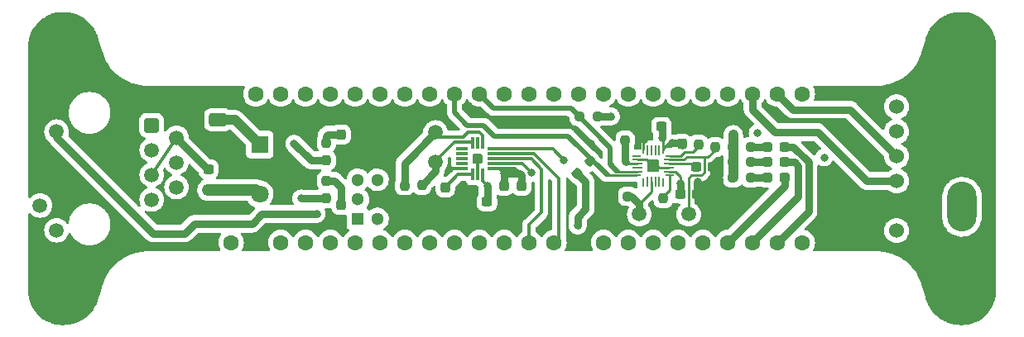
<source format=gbr>
%TF.GenerationSoftware,KiCad,Pcbnew,(6.0.1)*%
%TF.CreationDate,2022-11-25T01:31:12-06:00*%
%TF.ProjectId,NavBoard_Hardware,4e617642-6f61-4726-945f-486172647761,rev?*%
%TF.SameCoordinates,Original*%
%TF.FileFunction,Copper,L1,Top*%
%TF.FilePolarity,Positive*%
%FSLAX46Y46*%
G04 Gerber Fmt 4.6, Leading zero omitted, Abs format (unit mm)*
G04 Created by KiCad (PCBNEW (6.0.1)) date 2022-11-25 01:31:12*
%MOMM*%
%LPD*%
G01*
G04 APERTURE LIST*
G04 Aperture macros list*
%AMRoundRect*
0 Rectangle with rounded corners*
0 $1 Rounding radius*
0 $2 $3 $4 $5 $6 $7 $8 $9 X,Y pos of 4 corners*
0 Add a 4 corners polygon primitive as box body*
4,1,4,$2,$3,$4,$5,$6,$7,$8,$9,$2,$3,0*
0 Add four circle primitives for the rounded corners*
1,1,$1+$1,$2,$3*
1,1,$1+$1,$4,$5*
1,1,$1+$1,$6,$7*
1,1,$1+$1,$8,$9*
0 Add four rect primitives between the rounded corners*
20,1,$1+$1,$2,$3,$4,$5,0*
20,1,$1+$1,$4,$5,$6,$7,0*
20,1,$1+$1,$6,$7,$8,$9,0*
20,1,$1+$1,$8,$9,$2,$3,0*%
G04 Aperture macros list end*
%TA.AperFunction,SMDPad,CuDef*%
%ADD10RoundRect,0.237500X-0.237500X0.250000X-0.237500X-0.250000X0.237500X-0.250000X0.237500X0.250000X0*%
%TD*%
%TA.AperFunction,SMDPad,CuDef*%
%ADD11RoundRect,0.237500X0.300000X0.237500X-0.300000X0.237500X-0.300000X-0.237500X0.300000X-0.237500X0*%
%TD*%
%TA.AperFunction,SMDPad,CuDef*%
%ADD12C,1.500000*%
%TD*%
%TA.AperFunction,SMDPad,CuDef*%
%ADD13RoundRect,0.237500X-0.250000X-0.237500X0.250000X-0.237500X0.250000X0.237500X-0.250000X0.237500X0*%
%TD*%
%TA.AperFunction,ComponentPad*%
%ADD14R,1.800000X1.800000*%
%TD*%
%TA.AperFunction,ComponentPad*%
%ADD15C,1.800000*%
%TD*%
%TA.AperFunction,SMDPad,CuDef*%
%ADD16R,0.228600X0.875000*%
%TD*%
%TA.AperFunction,SMDPad,CuDef*%
%ADD17R,0.228600X1.000000*%
%TD*%
%TA.AperFunction,SMDPad,CuDef*%
%ADD18R,0.850000X0.228600*%
%TD*%
%TA.AperFunction,SMDPad,CuDef*%
%ADD19R,1.000000X0.228600*%
%TD*%
%TA.AperFunction,SMDPad,CuDef*%
%ADD20R,0.228600X0.850000*%
%TD*%
%TA.AperFunction,SMDPad,CuDef*%
%ADD21R,0.875000X0.228600*%
%TD*%
%TA.AperFunction,SMDPad,CuDef*%
%ADD22RoundRect,0.237500X-0.300000X-0.237500X0.300000X-0.237500X0.300000X0.237500X-0.300000X0.237500X0*%
%TD*%
%TA.AperFunction,SMDPad,CuDef*%
%ADD23RoundRect,0.237500X-0.237500X0.300000X-0.237500X-0.300000X0.237500X-0.300000X0.237500X0.300000X0*%
%TD*%
%TA.AperFunction,SMDPad,CuDef*%
%ADD24RoundRect,0.250000X-0.650000X0.412500X-0.650000X-0.412500X0.650000X-0.412500X0.650000X0.412500X0*%
%TD*%
%TA.AperFunction,SMDPad,CuDef*%
%ADD25RoundRect,0.237500X0.237500X-0.287500X0.237500X0.287500X-0.237500X0.287500X-0.237500X-0.287500X0*%
%TD*%
%TA.AperFunction,SMDPad,CuDef*%
%ADD26R,1.200000X0.350000*%
%TD*%
%TA.AperFunction,SMDPad,CuDef*%
%ADD27R,0.350000X1.200000*%
%TD*%
%TA.AperFunction,ComponentPad*%
%ADD28C,6.000000*%
%TD*%
%TA.AperFunction,SMDPad,CuDef*%
%ADD29RoundRect,0.237500X0.287500X0.237500X-0.287500X0.237500X-0.287500X-0.237500X0.287500X-0.237500X0*%
%TD*%
%TA.AperFunction,SMDPad,CuDef*%
%ADD30RoundRect,0.237500X0.237500X-0.250000X0.237500X0.250000X-0.237500X0.250000X-0.237500X-0.250000X0*%
%TD*%
%TA.AperFunction,SMDPad,CuDef*%
%ADD31RoundRect,0.237500X0.250000X0.237500X-0.250000X0.237500X-0.250000X-0.237500X0.250000X-0.237500X0*%
%TD*%
%TA.AperFunction,SMDPad,CuDef*%
%ADD32RoundRect,0.237500X0.237500X-0.300000X0.237500X0.300000X-0.237500X0.300000X-0.237500X-0.300000X0*%
%TD*%
%TA.AperFunction,ComponentPad*%
%ADD33RoundRect,0.250500X-0.499500X0.499500X-0.499500X-0.499500X0.499500X-0.499500X0.499500X0.499500X0*%
%TD*%
%TA.AperFunction,ComponentPad*%
%ADD34C,1.500000*%
%TD*%
%TA.AperFunction,ComponentPad*%
%ADD35C,2.500000*%
%TD*%
%TA.AperFunction,SMDPad,CuDef*%
%ADD36RoundRect,0.237500X0.008839X0.344715X-0.344715X-0.008839X-0.008839X-0.344715X0.344715X0.008839X0*%
%TD*%
%TA.AperFunction,SMDPad,CuDef*%
%ADD37RoundRect,0.237500X-0.237500X0.287500X-0.237500X-0.287500X0.237500X-0.287500X0.237500X0.287500X0*%
%TD*%
%TA.AperFunction,ComponentPad*%
%ADD38C,1.524000*%
%TD*%
%TA.AperFunction,ComponentPad*%
%ADD39R,1.600000X1.600000*%
%TD*%
%TA.AperFunction,ComponentPad*%
%ADD40C,1.600000*%
%TD*%
%TA.AperFunction,ComponentPad*%
%ADD41R,1.300000X1.300000*%
%TD*%
%TA.AperFunction,ComponentPad*%
%ADD42C,1.300000*%
%TD*%
%TA.AperFunction,ComponentPad*%
%ADD43O,3.000000X5.100000*%
%TD*%
%TA.AperFunction,ViaPad*%
%ADD44C,0.800000*%
%TD*%
%TA.AperFunction,Conductor*%
%ADD45C,0.800000*%
%TD*%
%TA.AperFunction,Conductor*%
%ADD46C,0.350000*%
%TD*%
%TA.AperFunction,Conductor*%
%ADD47C,1.000000*%
%TD*%
%TA.AperFunction,Conductor*%
%ADD48C,0.228600*%
%TD*%
%TA.AperFunction,Conductor*%
%ADD49C,1.200000*%
%TD*%
%TA.AperFunction,Conductor*%
%ADD50C,0.300000*%
%TD*%
%TA.AperFunction,Conductor*%
%ADD51C,0.500000*%
%TD*%
G04 APERTURE END LIST*
D10*
%TO.P,R10,1*%
%TO.N,Net-(R10-Pad1)*%
X122748929Y-73626070D03*
%TO.P,R10,2*%
%TO.N,GND*%
X122748929Y-75451070D03*
%TD*%
D11*
%TO.P,C5,1*%
%TO.N,+3V3*%
X122561429Y-66238570D03*
%TO.P,C5,2*%
%TO.N,GND*%
X120836429Y-66238570D03*
%TD*%
D12*
%TO.P,TP3,1,1*%
%TO.N,Net-(R13-Pad1)*%
X99455001Y-66850000D03*
%TD*%
D13*
%TO.P,R17,1*%
%TO.N,+3V3*%
X129875000Y-68300000D03*
%TO.P,R17,2*%
%TO.N,Net-(D4-Pad2)*%
X131700000Y-68300000D03*
%TD*%
D14*
%TO.P,U2,1,Vi*%
%TO.N,+12V*%
X81480000Y-68087500D03*
D15*
%TO.P,U2,2,GND*%
%TO.N,GND*%
X81480000Y-70627500D03*
%TO.P,U2,3,Vo*%
%TO.N,+5V*%
X81480000Y-73167500D03*
%TD*%
D16*
%TO.P,U3,1*%
%TO.N,N/C*%
X120736508Y-71948570D03*
D17*
%TO.P,U3,2*%
X121136510Y-71888570D03*
%TO.P,U3,3,GPIO1*%
%TO.N,Net-(R9-Pad1)*%
X121536509Y-71888570D03*
%TO.P,U3,4,RESV2*%
%TO.N,unconnected-(U3-Pad4)*%
X121936509Y-71888570D03*
%TO.P,U3,5,RESV3*%
%TO.N,unconnected-(U3-Pad5)*%
X122336508Y-71888570D03*
D16*
%TO.P,U3,6*%
%TO.N,N/C*%
X122736510Y-71948570D03*
D18*
%TO.P,U3,7,ASCK*%
%TO.N,Net-(R10-Pad1)*%
X123423929Y-71248930D03*
D19*
%TO.P,U3,8,VDDIO*%
%TO.N,+3V3*%
X123348929Y-70848928D03*
%TO.P,U3,9,SA_GPIO7*%
%TO.N,GND*%
X123348929Y-70448929D03*
%TO.P,U3,10,VREG*%
%TO.N,Net-(C8-Pad1)*%
X123348929Y-70048929D03*
%TO.P,U3,11,GPIO2*%
%TO.N,Net-(R8-Pad1)*%
X123348929Y-69648930D03*
D18*
%TO.P,U3,12,INT*%
%TO.N,Net-(R12-Pad1)*%
X123423929Y-69248928D03*
D20*
%TO.P,U3,13,VDD*%
%TO.N,+3V3*%
X122736510Y-68563570D03*
D17*
%TO.P,U3,14*%
%TO.N,N/C*%
X122336508Y-68638570D03*
%TO.P,U3,15*%
X121936509Y-68638570D03*
%TO.P,U3,16*%
X121536509Y-68638570D03*
%TO.P,U3,17*%
X121136510Y-68638570D03*
D20*
%TO.P,U3,18,GND*%
%TO.N,GND*%
X120736508Y-68563570D03*
D21*
%TO.P,U3,19*%
%TO.N,N/C*%
X120038929Y-69248928D03*
D19*
%TO.P,U3,20,GNDIO*%
%TO.N,GND*%
X120098929Y-69648930D03*
%TO.P,U3,21,ASDA*%
%TO.N,Net-(R11-Pad1)*%
X120098929Y-70048929D03*
%TO.P,U3,22,RESV4*%
%TO.N,unconnected-(U3-Pad22)*%
X120098929Y-70448929D03*
%TO.P,U3,23,SCK*%
%TO.N,/BHI-SCL*%
X120098929Y-70848928D03*
D21*
%TO.P,U3,24,SDA*%
%TO.N,/BHI-SDA*%
X120038929Y-71248930D03*
%TD*%
D22*
%TO.P,C1,1*%
%TO.N,Net-(C1-Pad1)*%
X76237500Y-70600000D03*
%TO.P,C1,2*%
%TO.N,GND*%
X77962500Y-70600000D03*
%TD*%
D23*
%TO.P,C12,1*%
%TO.N,Net-(C12-Pad1)*%
X100455000Y-72450000D03*
%TO.P,C12,2*%
%TO.N,GND*%
X100455000Y-74175000D03*
%TD*%
D12*
%TO.P,TP2,1,1*%
%TO.N,Net-(R8-Pad1)*%
X125348929Y-75238570D03*
%TD*%
%TO.P,TP4,1,1*%
%TO.N,Net-(R14-Pad1)*%
X99455000Y-69850000D03*
%TD*%
D13*
%TO.P,R16,1*%
%TO.N,+3V3*%
X129875000Y-69900000D03*
%TO.P,R16,2*%
%TO.N,Net-(D3-Pad2)*%
X131700000Y-69900000D03*
%TD*%
D24*
%TO.P,C2,1*%
%TO.N,+12V*%
X77200000Y-65537500D03*
%TO.P,C2,2*%
%TO.N,GND*%
X77200000Y-68662500D03*
%TD*%
D25*
%TO.P,D5,1,K*%
%TO.N,GND*%
X89800000Y-76000001D03*
%TO.P,D5,2,A*%
%TO.N,Net-(D5-Pad2)*%
X89800000Y-74250001D03*
%TD*%
D11*
%TO.P,C9,1*%
%TO.N,+3V3*%
X104717500Y-73968750D03*
%TO.P,C9,2*%
%TO.N,GND*%
X102992500Y-73968750D03*
%TD*%
D26*
%TO.P,U4,1,VDDIO*%
%TO.N,+3V3*%
X105345000Y-70550000D03*
%TO.P,U4,2,SCL/SCLK*%
%TO.N,/ICM-SCLK*%
X105345000Y-70050000D03*
%TO.P,U4,3,SDA/SDI*%
%TO.N,/ICM-MOSI*%
X105345000Y-69550000D03*
%TO.P,U4,4,AD0/SDO*%
%TO.N,/ICM-MISO*%
X105345000Y-69050000D03*
%TO.P,U4,5,CS*%
%TO.N,/ICM-CS*%
X105345000Y-68550000D03*
D27*
%TO.P,U4,6,INT*%
%TO.N,Net-(R13-Pad1)*%
X104255000Y-67950000D03*
%TO.P,U4,7*%
%TO.N,N/C*%
X103755000Y-67950000D03*
%TO.P,U4,8,FSYNC*%
%TO.N,Net-(R14-Pad1)*%
X103255000Y-67950000D03*
D26*
%TO.P,U4,9,RESV*%
%TO.N,unconnected-(U4-Pad9)*%
X102145000Y-68550000D03*
%TO.P,U4,10,RESV*%
%TO.N,unconnected-(U4-Pad10)*%
X102145000Y-69050000D03*
%TO.P,U4,11,RESV*%
%TO.N,unconnected-(U4-Pad11)*%
X102145000Y-69550000D03*
%TO.P,U4,12,RESV*%
%TO.N,unconnected-(U4-Pad12)*%
X102145000Y-70050000D03*
%TO.P,U4,13,GND*%
%TO.N,GND*%
X102145000Y-70550000D03*
D27*
%TO.P,U4,14,REGOUT*%
%TO.N,Net-(C12-Pad1)*%
X103255000Y-71150000D03*
%TO.P,U4,15,GND*%
%TO.N,GND*%
X103755000Y-71150000D03*
%TO.P,U4,16,VDD*%
%TO.N,+3V3*%
X104255000Y-71150000D03*
%TD*%
D28*
%TO.P,H3,1,1*%
%TO.N,GND*%
X153300000Y-83100000D03*
%TD*%
D29*
%TO.P,D2,1,K*%
%TO.N,/I2C_LED*%
X135162500Y-71500000D03*
%TO.P,D2,2,A*%
%TO.N,Net-(D2-Pad2)*%
X133412500Y-71500000D03*
%TD*%
D22*
%TO.P,C8,1*%
%TO.N,Net-(C8-Pad1)*%
X126086429Y-70338570D03*
%TO.P,C8,2*%
%TO.N,GND*%
X127811429Y-70338570D03*
%TD*%
D30*
%TO.P,R18,1*%
%TO.N,+3V3*%
X88300000Y-73612500D03*
%TO.P,R18,2*%
%TO.N,Net-(D5-Pad2)*%
X88300000Y-71787500D03*
%TD*%
D31*
%TO.P,R9,1*%
%TO.N,Net-(R9-Pad1)*%
X119112500Y-73400000D03*
%TO.P,R9,2*%
%TO.N,GND*%
X117287500Y-73400000D03*
%TD*%
D10*
%TO.P,R13,1*%
%TO.N,Net-(R13-Pad1)*%
X96300000Y-72287500D03*
%TO.P,R13,2*%
%TO.N,GND*%
X96300000Y-74112500D03*
%TD*%
D28*
%TO.P,H2,1,1*%
%TO.N,GND*%
X153300000Y-58000000D03*
%TD*%
D29*
%TO.P,D4,1,K*%
%TO.N,/SPI_LED*%
X135162500Y-68300000D03*
%TO.P,D4,2,A*%
%TO.N,Net-(D4-Pad2)*%
X133412500Y-68300000D03*
%TD*%
%TO.P,D3,1,K*%
%TO.N,/UART_LED*%
X135162500Y-69900000D03*
%TO.P,D3,2,A*%
%TO.N,Net-(D3-Pad2)*%
X133412500Y-69900000D03*
%TD*%
D13*
%TO.P,R15,1*%
%TO.N,+3V3*%
X129875000Y-71500000D03*
%TO.P,R15,2*%
%TO.N,Net-(D2-Pad2)*%
X131700000Y-71500000D03*
%TD*%
D10*
%TO.P,R14,1*%
%TO.N,Net-(R14-Pad1)*%
X98055001Y-72237500D03*
%TO.P,R14,2*%
%TO.N,GND*%
X98055001Y-74062500D03*
%TD*%
D23*
%TO.P,C3,1*%
%TO.N,+5V*%
X76200000Y-72737500D03*
%TO.P,C3,2*%
%TO.N,GND*%
X76200000Y-74462500D03*
%TD*%
%TO.P,C11,1*%
%TO.N,+3V3*%
X108255000Y-72287500D03*
%TO.P,C11,2*%
%TO.N,GND*%
X108255000Y-74012500D03*
%TD*%
D32*
%TO.P,C6,1*%
%TO.N,+3V3*%
X124648929Y-68038570D03*
%TO.P,C6,2*%
%TO.N,GND*%
X124648929Y-66313570D03*
%TD*%
D22*
%TO.P,C7,1*%
%TO.N,+3V3*%
X124486429Y-73138570D03*
%TO.P,C7,2*%
%TO.N,GND*%
X126211429Y-73138570D03*
%TD*%
D23*
%TO.P,C4,1*%
%TO.N,+5V*%
X78000000Y-72737500D03*
%TO.P,C4,2*%
%TO.N,GND*%
X78000000Y-74462500D03*
%TD*%
%TO.P,C10,1*%
%TO.N,+3V3*%
X106455000Y-72287501D03*
%TO.P,C10,2*%
%TO.N,GND*%
X106455000Y-74012501D03*
%TD*%
D12*
%TO.P,TP1,1,1*%
%TO.N,Net-(R9-Pad1)*%
X120300000Y-75238570D03*
%TD*%
D30*
%TO.P,R12,1*%
%TO.N,Net-(R12-Pad1)*%
X126348929Y-68051070D03*
%TO.P,R12,2*%
%TO.N,GND*%
X126348929Y-66226070D03*
%TD*%
D28*
%TO.P,H1,1,1*%
%TO.N,GND*%
X61300000Y-58000000D03*
%TD*%
D30*
%TO.P,R5,1*%
%TO.N,+5V*%
X88300000Y-69712500D03*
%TO.P,R5,2*%
%TO.N,Net-(D1-Pad2)*%
X88300000Y-67887500D03*
%TD*%
D33*
%TO.P,J2,1*%
%TO.N,/ETHERNET_TX+*%
X70425000Y-66100000D03*
D34*
%TO.P,J2,2*%
%TO.N,Net-(C1-Pad1)*%
X72965000Y-67370000D03*
%TO.P,J2,3*%
%TO.N,/ETHERNET_TX-*%
X70425000Y-68640000D03*
%TO.P,J2,4*%
%TO.N,/ETHERNET_RX+*%
X72965000Y-69910000D03*
%TO.P,J2,5*%
%TO.N,Net-(C1-Pad1)*%
X70425000Y-71180000D03*
%TO.P,J2,6*%
%TO.N,/ETHERNET_RX-*%
X72965000Y-72450000D03*
%TO.P,J2,7*%
%TO.N,unconnected-(J2-Pad7)*%
X70425000Y-73720000D03*
%TO.P,J2,8*%
%TO.N,GND*%
X72965000Y-74990000D03*
%TO.P,J2,9*%
X58995000Y-64220000D03*
%TO.P,J2,10*%
%TO.N,/ETHERNET_LED*%
X60695000Y-66760000D03*
%TO.P,J2,11*%
%TO.N,unconnected-(J2-Pad11)*%
X58995000Y-74330000D03*
%TO.P,J2,12*%
%TO.N,unconnected-(J2-Pad12)*%
X60695000Y-76870000D03*
D35*
%TO.P,J2,13*%
%TO.N,GND*%
X67125000Y-78420000D03*
X67125000Y-62670000D03*
%TD*%
D28*
%TO.P,H4,1,1*%
%TO.N,GND*%
X61300000Y-83100000D03*
%TD*%
D30*
%TO.P,R8,1*%
%TO.N,Net-(R8-Pad1)*%
X128048929Y-68338570D03*
%TO.P,R8,2*%
%TO.N,GND*%
X128048929Y-66513570D03*
%TD*%
%TO.P,R11,1*%
%TO.N,Net-(R11-Pad1)*%
X118848929Y-67663570D03*
%TO.P,R11,2*%
%TO.N,GND*%
X118848929Y-65838570D03*
%TD*%
D36*
%TO.P,R7,1*%
%TO.N,/BHI-SDA*%
X115245235Y-69754765D03*
%TO.P,R7,2*%
%TO.N,+3V3*%
X113954765Y-71045235D03*
%TD*%
D13*
%TO.P,R6,1*%
%TO.N,/BHI-SCL*%
X114187500Y-65200000D03*
%TO.P,R6,2*%
%TO.N,+3V3*%
X116012500Y-65200000D03*
%TD*%
D37*
%TO.P,D1,1,K*%
%TO.N,GND*%
X89800000Y-65299999D03*
%TO.P,D1,2,A*%
%TO.N,Net-(D1-Pad2)*%
X89800000Y-67049999D03*
%TD*%
D38*
%TO.P,J1,1,Pin_1*%
%TO.N,+5V*%
X146612000Y-76900000D03*
%TO.P,J1,2,Pin_2*%
%TO.N,GND*%
X146612000Y-74360000D03*
%TO.P,J1,3,Pin_3*%
%TO.N,/GPS-TX*%
X146612000Y-71820000D03*
%TO.P,J1,4,Pin_4*%
%TO.N,/GPS-RX*%
X146612000Y-69280000D03*
%TO.P,J1,5,Pin_5*%
%TO.N,Net-(J1-Pad5)*%
X146612000Y-66740000D03*
%TO.P,J1,6,Pin_6*%
%TO.N,Net-(J1-Pad6)*%
X146612000Y-64200000D03*
%TD*%
D39*
%TO.P,U1,1,GND*%
%TO.N,GND*%
X78550200Y-62900000D03*
D40*
%TO.P,U1,2,0_RX1_CRX2_CS1*%
%TO.N,unconnected-(U1-Pad2)*%
X81090200Y-62900000D03*
%TO.P,U1,3,1_TX1_CTX2_MISO1*%
%TO.N,unconnected-(U1-Pad3)*%
X83630200Y-62900000D03*
%TO.P,U1,4,2_OUT2*%
%TO.N,unconnected-(U1-Pad4)*%
X86170200Y-62900000D03*
%TO.P,U1,5,3_LRCLK2*%
%TO.N,unconnected-(U1-Pad5)*%
X88710200Y-62900000D03*
%TO.P,U1,6,4_BCLK2*%
%TO.N,unconnected-(U1-Pad6)*%
X91250200Y-62900000D03*
%TO.P,U1,7,5_IN2*%
%TO.N,unconnected-(U1-Pad7)*%
X93790200Y-62900000D03*
%TO.P,U1,8,6_OUT1D*%
%TO.N,unconnected-(U1-Pad8)*%
X96330200Y-62900000D03*
%TO.P,U1,9,7_RX2_OUT1A*%
%TO.N,unconnected-(U1-Pad9)*%
X98870200Y-62900000D03*
%TO.P,U1,10,8_TX2_IN1*%
%TO.N,/BHI-SDA*%
X101410200Y-62900000D03*
%TO.P,U1,11,9_OUT1C*%
%TO.N,/BHI-SCL*%
X103950200Y-62900000D03*
%TO.P,U1,12,10_CS_MQSR*%
%TO.N,unconnected-(U1-Pad12)*%
X106490200Y-62900000D03*
%TO.P,U1,13,11_MOSI_CTX1*%
%TO.N,unconnected-(U1-Pad13)*%
X109030200Y-62900000D03*
%TO.P,U1,14,12_MISO_MQSL*%
%TO.N,/ICM-SCLK*%
X111570200Y-62900000D03*
%TO.P,U1,15,3V3*%
%TO.N,+3V3*%
X114110200Y-62900000D03*
%TO.P,U1,16,24_A10_TX6_SCL2*%
%TO.N,unconnected-(U1-Pad16)*%
X116650200Y-62900000D03*
%TO.P,U1,17,25_A11_RX6_SDA2*%
%TO.N,unconnected-(U1-Pad17)*%
X119190200Y-62900000D03*
%TO.P,U1,18,26_A12_MOSI1*%
%TO.N,unconnected-(U1-Pad18)*%
X121730200Y-62900000D03*
%TO.P,U1,19,27_A13_SCK1*%
%TO.N,unconnected-(U1-Pad19)*%
X124270200Y-62900000D03*
%TO.P,U1,20,28_RX7*%
%TO.N,unconnected-(U1-Pad20)*%
X126810200Y-62900000D03*
%TO.P,U1,21,29_TX7*%
%TO.N,unconnected-(U1-Pad21)*%
X129350200Y-62900000D03*
%TO.P,U1,22,30_CRX3*%
%TO.N,/GPS-TX*%
X131890200Y-62900000D03*
%TO.P,U1,23,31_CTX3*%
%TO.N,/GPS-RX*%
X134430200Y-62900000D03*
%TO.P,U1,24,32_OUT1B*%
%TO.N,unconnected-(U1-Pad24)*%
X136970200Y-62900000D03*
%TO.P,U1,25,33_MCLK2*%
%TO.N,unconnected-(U1-Pad25)*%
X136970200Y-78140000D03*
%TO.P,U1,26,34_RX8*%
%TO.N,/SPI_LED*%
X134430200Y-78140000D03*
%TO.P,U1,27,35_TX8*%
%TO.N,/UART_LED*%
X131890200Y-78140000D03*
%TO.P,U1,28,36_CS*%
%TO.N,/I2C_LED*%
X129350200Y-78140000D03*
%TO.P,U1,29,37_CS*%
%TO.N,unconnected-(U1-Pad29)*%
X126810200Y-78140000D03*
%TO.P,U1,30,38_CS1_IN1*%
%TO.N,unconnected-(U1-Pad30)*%
X124270200Y-78140000D03*
%TO.P,U1,31,39_MISO1_OUT1A*%
%TO.N,unconnected-(U1-Pad31)*%
X121730200Y-78140000D03*
%TO.P,U1,32,40_A16*%
%TO.N,/GPS-SDA*%
X119190200Y-78140000D03*
%TO.P,U1,33,41_A17*%
%TO.N,/GPS-SCL*%
X116650200Y-78140000D03*
%TO.P,U1,34,GND*%
%TO.N,GND*%
X114110200Y-78140000D03*
%TO.P,U1,35,13_SCK_LED*%
%TO.N,/ICM-MISO*%
X111570200Y-78140000D03*
%TO.P,U1,36,14_A0_TX3_SPDIF_OUT*%
%TO.N,/ICM-MOSI*%
X109030200Y-78140000D03*
%TO.P,U1,37,15_A1_RX3_SPDIF_IN*%
%TO.N,/ICM-CS*%
X106490200Y-78140000D03*
%TO.P,U1,38,16_A2_RX4_SCL1*%
%TO.N,unconnected-(U1-Pad38)*%
X103950200Y-78140000D03*
%TO.P,U1,39,17_A3_TX4_SDA1*%
%TO.N,unconnected-(U1-Pad39)*%
X101410200Y-78140000D03*
%TO.P,U1,40,18_A4_SDA*%
%TO.N,unconnected-(U1-Pad40)*%
X98870200Y-78140000D03*
%TO.P,U1,41,19_A5_SCL*%
%TO.N,unconnected-(U1-Pad41)*%
X96330200Y-78140000D03*
%TO.P,U1,42,20_A6_TX5_LRCLK1*%
%TO.N,unconnected-(U1-Pad42)*%
X93790200Y-78140000D03*
%TO.P,U1,43,21_A7_RX5_BCLK1*%
%TO.N,unconnected-(U1-Pad43)*%
X91250200Y-78140000D03*
%TO.P,U1,44,22_A8_CTX1*%
%TO.N,unconnected-(U1-Pad44)*%
X88710200Y-78140000D03*
%TO.P,U1,45,23_A9_CRX1_MCLK1*%
%TO.N,unconnected-(U1-Pad45)*%
X86170200Y-78140000D03*
%TO.P,U1,46,3V3*%
%TO.N,+3V3*%
X83630200Y-78140000D03*
%TO.P,U1,47,GND*%
%TO.N,GND*%
X81090200Y-78140000D03*
%TO.P,U1,48,VIN*%
%TO.N,+5V*%
X78550200Y-78140000D03*
D41*
%TO.P,U1,60,R+*%
%TO.N,/ETHERNET_RX+*%
X91520200Y-75701600D03*
D42*
%TO.P,U1,61,LED*%
%TO.N,/ETHERNET_LED*%
X91520200Y-73701600D03*
%TO.P,U1,62,T-*%
%TO.N,/ETHERNET_TX-*%
X91520200Y-71701600D03*
%TO.P,U1,63,T+*%
%TO.N,/ETHERNET_TX+*%
X93520200Y-71701600D03*
%TO.P,U1,64,GND*%
%TO.N,GND*%
X93520200Y-73701600D03*
%TO.P,U1,65,R-*%
%TO.N,/ETHERNET_RX-*%
X93520200Y-75701600D03*
%TD*%
D43*
%TO.P,Conn1,1,GND*%
%TO.N,GND*%
X153300000Y-66600000D03*
%TO.P,Conn1,2,V+Log*%
%TO.N,+12V*%
X153300000Y-74474000D03*
%TD*%
D44*
%TO.N,+3V3*%
X107950000Y-71049999D03*
X106455000Y-71049999D03*
X123648929Y-67938570D03*
X139200000Y-69400000D03*
X85700000Y-73600000D03*
X129900000Y-67100000D03*
X104755000Y-72350000D03*
X132400000Y-66900000D03*
X124548929Y-72038570D03*
X114000000Y-76400000D03*
X122648929Y-67438570D03*
X117400000Y-65200000D03*
%TO.N,GND*%
X78800000Y-67700000D03*
X115400000Y-68000000D03*
X134950000Y-65400000D03*
X142650000Y-68050000D03*
X110900000Y-65600000D03*
X106700000Y-75250000D03*
X107700000Y-65600000D03*
X102855000Y-72650000D03*
X116100000Y-73400000D03*
X98067501Y-75262499D03*
X140650000Y-66050000D03*
X100855000Y-70600000D03*
X138200000Y-68500000D03*
X96300000Y-75300000D03*
X79000000Y-69000000D03*
X100479999Y-75375001D03*
X126248929Y-71938570D03*
X120748929Y-67538570D03*
X121748929Y-70338570D03*
X103755000Y-69550000D03*
X99400000Y-64700000D03*
X119900000Y-64700000D03*
X111000000Y-76000000D03*
X102800000Y-64100000D03*
X144700000Y-69900000D03*
X108255000Y-75250000D03*
%TO.N,+5V*%
X85000000Y-68000000D03*
%TO.N,/ETHERNET_LED*%
X87300000Y-75200000D03*
%TO.N,Net-(R11-Pad1)*%
X118948929Y-69838570D03*
%TO.N,/ICM-CS*%
X112600000Y-69700000D03*
%TO.N,/ICM-SCLK*%
X109300000Y-71000000D03*
%TD*%
D45*
%TO.N,+3V3*%
X113954765Y-71045235D02*
X113954765Y-71054765D01*
X124548929Y-72038570D02*
X124548929Y-73076070D01*
X123648929Y-67938570D02*
X124386429Y-67938570D01*
D46*
X104255000Y-71150000D02*
X104255000Y-71850000D01*
D47*
X129900000Y-67100000D02*
X129900000Y-71475000D01*
D45*
X114000000Y-75900000D02*
X114000000Y-76400000D01*
X108255000Y-71250000D02*
X108055000Y-71049999D01*
D48*
X123348929Y-70848928D02*
X124038571Y-70848928D01*
D45*
X106455000Y-71049999D02*
X106455000Y-72287500D01*
D46*
X107555001Y-70550000D02*
X105955000Y-70550000D01*
D45*
X114000000Y-75500000D02*
X114000000Y-75900000D01*
D46*
X104717500Y-72387500D02*
X104755000Y-72350000D01*
D45*
X114800000Y-71900000D02*
X114800000Y-74700000D01*
D48*
X122736510Y-68563570D02*
X122736510Y-67526151D01*
D45*
X85712500Y-73612500D02*
X85700000Y-73600000D01*
D48*
X123648929Y-67938570D02*
X123361510Y-67938570D01*
D46*
X106455000Y-71049999D02*
X106954999Y-70550000D01*
D48*
X124038571Y-70848928D02*
X124548929Y-71359286D01*
D46*
X104255000Y-71850000D02*
X104755000Y-72350000D01*
D45*
X108055000Y-71049999D02*
X106455000Y-71049999D01*
D46*
X108055000Y-71049999D02*
X107555001Y-70550000D01*
D48*
X122736510Y-67526151D02*
X122648929Y-67438570D01*
D45*
X104755000Y-72350000D02*
X104755000Y-73931250D01*
D46*
X105345001Y-70550000D02*
X105955000Y-70550000D01*
D48*
X124548929Y-71359286D02*
X124548929Y-72038570D01*
D47*
X129900000Y-71475000D02*
X129875000Y-71500000D01*
D45*
X124386429Y-67938570D02*
X124648929Y-68201070D01*
D48*
X123061509Y-68238570D02*
X123548929Y-68238570D01*
X123361510Y-67938570D02*
X123005219Y-68294860D01*
X123005219Y-68294860D02*
X122736510Y-68563570D01*
D45*
X88300000Y-73612500D02*
X85712500Y-73612500D01*
X108255000Y-72287500D02*
X108255000Y-71250000D01*
X114800000Y-74700000D02*
X114000000Y-75500000D01*
X113954765Y-71054765D02*
X114800000Y-71900000D01*
X124548929Y-73076070D02*
X124486429Y-73138570D01*
X104755000Y-73512500D02*
X104717500Y-73550000D01*
D46*
X106954999Y-70550000D02*
X107055000Y-70550000D01*
X105955000Y-70550000D02*
X106455000Y-71049999D01*
D45*
X122648929Y-67438570D02*
X122648929Y-66276070D01*
X122648929Y-66276070D02*
X122611429Y-66238570D01*
D48*
X123005219Y-68294860D02*
X123061509Y-68238570D01*
D45*
X116012500Y-65200000D02*
X117400000Y-65200000D01*
%TO.N,GND*%
X118848929Y-65838570D02*
X118848929Y-65751071D01*
X102855000Y-73412500D02*
X102992500Y-73550000D01*
X81452500Y-70600000D02*
X81480000Y-70627500D01*
D46*
X103815000Y-69610000D02*
X103755000Y-69550000D01*
D45*
X108255000Y-74012500D02*
X108255000Y-75250000D01*
X77200000Y-67700000D02*
X78800000Y-67700000D01*
X100454999Y-74175000D02*
X100454999Y-75350001D01*
D48*
X120736508Y-67550991D02*
X120748929Y-67538570D01*
D45*
X102855000Y-72650000D02*
X102855000Y-73412500D01*
D48*
X120736508Y-68563570D02*
X120736508Y-67550991D01*
D45*
X120748929Y-67538570D02*
X120748929Y-66376070D01*
X96300000Y-74112500D02*
X96300000Y-75300000D01*
X106455000Y-74012501D02*
X106455000Y-75005000D01*
X98055001Y-75250000D02*
X98067501Y-75262499D01*
D48*
X123348929Y-70448929D02*
X121859288Y-70448929D01*
D45*
X117287500Y-73400000D02*
X116100000Y-73400000D01*
X126211429Y-71976070D02*
X126248929Y-71938570D01*
D48*
X121059289Y-69648930D02*
X121748929Y-70338570D01*
D45*
X77962500Y-70600000D02*
X79700000Y-70600000D01*
X78000000Y-74462500D02*
X76200000Y-74462500D01*
D48*
X121859288Y-70448929D02*
X121748929Y-70338570D01*
X120098929Y-69648930D02*
X121059289Y-69648930D01*
D45*
X79700000Y-70600000D02*
X81452500Y-70600000D01*
X118848929Y-65751071D02*
X119900000Y-64700000D01*
D46*
X103755000Y-69550000D02*
X103755000Y-71150000D01*
X102992499Y-72487500D02*
X102855000Y-72650000D01*
D45*
X76200000Y-74462500D02*
X73492500Y-74462500D01*
X98055001Y-74062500D02*
X98055001Y-75250000D01*
X78662500Y-68662500D02*
X79000000Y-69000000D01*
D46*
X102145000Y-70550000D02*
X100855000Y-70550000D01*
D45*
X106455000Y-75005000D02*
X106700000Y-75250000D01*
X126211429Y-73138570D02*
X126211429Y-71976070D01*
X77200000Y-68662500D02*
X78662500Y-68662500D01*
X100454999Y-75350001D02*
X100479999Y-75375001D01*
X73492500Y-74462500D02*
X72965000Y-74990000D01*
X120748929Y-66376070D02*
X120886429Y-66238570D01*
X77200000Y-68662500D02*
X77200000Y-67700000D01*
D47*
%TO.N,+12V*%
X78930000Y-65537500D02*
X81480000Y-68087500D01*
X77200000Y-65537500D02*
X78930000Y-65537500D01*
D45*
%TO.N,+5V*%
X86712500Y-69712500D02*
X85000000Y-68000000D01*
X88300000Y-69712500D02*
X86712500Y-69712500D01*
D49*
X81050000Y-72737500D02*
X81480000Y-73167500D01*
X76200000Y-72737500D02*
X81050000Y-72737500D01*
D45*
%TO.N,Net-(D1-Pad2)*%
X88300000Y-67200000D02*
X88300000Y-67887500D01*
X88450001Y-67049999D02*
X88300000Y-67200000D01*
X89800000Y-67049999D02*
X88450001Y-67049999D01*
D46*
%TO.N,Net-(C12-Pad1)*%
X101755000Y-71150000D02*
X100455000Y-72450000D01*
X103155000Y-71150000D02*
X101755000Y-71150000D01*
D45*
%TO.N,Net-(C1-Pad1)*%
X76237500Y-70600000D02*
X76195000Y-70600000D01*
D50*
X70400000Y-71200000D02*
X72965000Y-67370000D01*
D45*
X72965000Y-67370000D02*
X72997500Y-67337500D01*
X76195000Y-70600000D02*
X72965000Y-67370000D01*
D48*
%TO.N,Net-(C8-Pad1)*%
X123348929Y-70048929D02*
X125796788Y-70048929D01*
X125796788Y-70048929D02*
X126086429Y-70338570D01*
D45*
%TO.N,/GPS-RX*%
X141832000Y-64500000D02*
X146612000Y-69280000D01*
X134430200Y-62900000D02*
X136030200Y-64500000D01*
X136030200Y-64500000D02*
X141832000Y-64500000D01*
%TO.N,/GPS-TX*%
X143570000Y-71820000D02*
X146612000Y-71820000D01*
X138550000Y-66800000D02*
X143570000Y-71820000D01*
X134200000Y-66800000D02*
X138550000Y-66800000D01*
X131890200Y-62900000D02*
X131890200Y-64490200D01*
X131890200Y-64490200D02*
X134200000Y-66800000D01*
%TO.N,/ETHERNET_LED*%
X73800000Y-77200000D02*
X70600000Y-77200000D01*
X60695000Y-67295000D02*
X60695000Y-66760000D01*
X74800000Y-76200000D02*
X73800000Y-77200000D01*
X81700000Y-75200000D02*
X80700000Y-76200000D01*
X81700000Y-75200000D02*
X87300000Y-75200000D01*
X80700000Y-76200000D02*
X74800000Y-76200000D01*
X70600000Y-77200000D02*
X60695000Y-67295000D01*
D51*
%TO.N,/BHI-SCL*%
X117348929Y-70148930D02*
X117909999Y-70710000D01*
D48*
X118248930Y-70848928D02*
X117848928Y-70848928D01*
X118228928Y-70841069D02*
X117458929Y-70071070D01*
D51*
X105400000Y-64400000D02*
X113300000Y-64400000D01*
D48*
X117909999Y-70710000D02*
X117448929Y-70248929D01*
D51*
X113300000Y-64400000D02*
X117348929Y-68448929D01*
D48*
X117448929Y-70248929D02*
X117448929Y-70148929D01*
X118048928Y-70848928D02*
X117909999Y-70710000D01*
D46*
X103950200Y-62900000D02*
X103950200Y-62950200D01*
D51*
X103950200Y-62950200D02*
X105400000Y-64400000D01*
D48*
X118048928Y-70848928D02*
X117848928Y-70848928D01*
D51*
X117348929Y-68448929D02*
X117348929Y-70148930D01*
D48*
X120098929Y-70848928D02*
X118248930Y-70848928D01*
X118248930Y-70848928D02*
X118048928Y-70848928D01*
X118248928Y-70848928D02*
X118048928Y-70848928D01*
%TO.N,/BHI-SDA*%
X116998929Y-71048928D02*
X116898929Y-71048928D01*
D51*
X101410200Y-62900000D02*
X101410200Y-64810200D01*
X112997859Y-67200000D02*
X116848929Y-71051070D01*
D48*
X117648928Y-71248930D02*
X116848929Y-71251070D01*
D51*
X101410200Y-64810200D02*
X102700000Y-66100000D01*
X104400000Y-66100000D02*
X105500000Y-67200000D01*
D48*
X116853929Y-71256070D02*
X116583929Y-70986070D01*
D51*
X105500000Y-67200000D02*
X112997859Y-67200000D01*
D45*
X101410200Y-62900000D02*
X101600000Y-62900000D01*
D51*
X102700000Y-66100000D02*
X104400000Y-66100000D01*
D48*
X117228929Y-71241070D02*
X116958928Y-70971069D01*
X120038929Y-71248930D02*
X117148928Y-71248930D01*
X116678929Y-70981070D02*
X116678929Y-70941070D01*
%TO.N,Net-(R8-Pad1)*%
X126848929Y-69338570D02*
X127336429Y-69338570D01*
X125348929Y-75238570D02*
X125348929Y-71538570D01*
X126948929Y-69438570D02*
X126848929Y-69338570D01*
X125348929Y-71538570D02*
X125648929Y-71238570D01*
X126648929Y-71238570D02*
X126948929Y-70938570D01*
X126948929Y-70938570D02*
X126948929Y-69438570D01*
X127336429Y-69338570D02*
X128036429Y-68638570D01*
X125648929Y-71238570D02*
X126648929Y-71238570D01*
X124838569Y-69648930D02*
X125148929Y-69338570D01*
X125148929Y-69338570D02*
X126848929Y-69338570D01*
X123348929Y-69648930D02*
X124838569Y-69648930D01*
X126950000Y-69450000D02*
X127050000Y-69350000D01*
D45*
%TO.N,Net-(R9-Pad1)*%
X119112500Y-73400000D02*
X119512500Y-73400000D01*
D48*
X121536509Y-71888570D02*
X121536509Y-72950991D01*
D45*
X119512500Y-73400000D02*
X120300000Y-74187500D01*
X120300000Y-75238570D02*
X120300000Y-74187500D01*
D48*
X121536509Y-72950991D02*
X120300000Y-74187500D01*
%TO.N,Net-(R10-Pad1)*%
X123423929Y-72763570D02*
X122848929Y-73338570D01*
X123423929Y-71248930D02*
X123423929Y-72763570D01*
D45*
%TO.N,Net-(R11-Pad1)*%
X118948929Y-69838570D02*
X118936429Y-69838570D01*
X118848929Y-69751070D02*
X118848929Y-67663570D01*
D48*
X120098929Y-70048929D02*
X119159288Y-70048929D01*
D45*
X118936429Y-69838570D02*
X118848929Y-69751070D01*
D48*
X119159288Y-70048929D02*
X118948929Y-69838570D01*
%TO.N,Net-(R12-Pad1)*%
X126348929Y-68238570D02*
X125748929Y-68838570D01*
X124538571Y-69248928D02*
X124948929Y-68838570D01*
X124948929Y-68838570D02*
X125748929Y-68838570D01*
X123423929Y-69248928D02*
X124538571Y-69248928D01*
X126348929Y-68051070D02*
X126348929Y-68238570D01*
D46*
%TO.N,Net-(R13-Pad1)*%
X99905001Y-67300000D02*
X99455001Y-66850000D01*
D45*
X96300000Y-70005001D02*
X99455001Y-66850000D01*
D46*
X104255000Y-67950000D02*
X104255000Y-67150000D01*
X103955000Y-66850000D02*
X102750000Y-66850000D01*
D45*
X96300000Y-72287500D02*
X96300000Y-70005001D01*
D46*
X104255000Y-67150000D02*
X103955000Y-66850000D01*
X102750000Y-66850000D02*
X102300000Y-67300000D01*
X102300000Y-67300000D02*
X99905001Y-67300000D01*
D45*
%TO.N,Net-(R14-Pad1)*%
X99455000Y-70837500D02*
X98055000Y-72237500D01*
D46*
X103255000Y-67950000D02*
X103155000Y-67850000D01*
X103155000Y-67850000D02*
X101355000Y-67850000D01*
X99455000Y-69750000D02*
X99455000Y-69850000D01*
X101355000Y-67850000D02*
X99455000Y-69750000D01*
D45*
X99455000Y-69850000D02*
X99455000Y-70837500D01*
D46*
%TO.N,/ICM-CS*%
X105345000Y-68550000D02*
X111450000Y-68550000D01*
X111450000Y-68550000D02*
X112600000Y-69700000D01*
%TO.N,/ICM-MOSI*%
X110300000Y-75000000D02*
X109030200Y-76269800D01*
X109030200Y-76269800D02*
X109030200Y-78140000D01*
X105345000Y-69550000D02*
X109250000Y-69550000D01*
X109250000Y-69550000D02*
X110300000Y-70600000D01*
X110300000Y-70600000D02*
X110300000Y-75000000D01*
%TO.N,/ICM-MISO*%
X109550000Y-69050000D02*
X112100000Y-71600000D01*
X105345000Y-69050000D02*
X109550000Y-69050000D01*
X112100000Y-71600000D02*
X112100000Y-77610200D01*
X112100000Y-77610200D02*
X111570200Y-78140000D01*
%TO.N,/ICM-SCLK*%
X108350000Y-70050000D02*
X109300000Y-71000000D01*
X105345000Y-70050000D02*
X108350000Y-70050000D01*
D45*
%TO.N,Net-(D2-Pad2)*%
X131700000Y-71500000D02*
X133412500Y-71500000D01*
%TO.N,Net-(D3-Pad2)*%
X131700000Y-69900000D02*
X133412500Y-69900000D01*
%TO.N,Net-(D4-Pad2)*%
X131700000Y-68300000D02*
X133412500Y-68300000D01*
%TO.N,/I2C_LED*%
X135162500Y-71500000D02*
X135162500Y-72327700D01*
X135162500Y-72327700D02*
X129350200Y-78140000D01*
%TO.N,/UART_LED*%
X135162500Y-69900000D02*
X136200000Y-69900000D01*
X136550000Y-70250000D02*
X136550000Y-73450000D01*
X131890200Y-78109800D02*
X136550000Y-73450000D01*
X136200000Y-69900000D02*
X136550000Y-70250000D01*
X131890200Y-78140000D02*
X131890200Y-78109800D01*
%TO.N,/SPI_LED*%
X137600000Y-74970200D02*
X134430200Y-78140000D01*
X136000000Y-68300000D02*
X137600000Y-69900000D01*
X135162500Y-68300000D02*
X136000000Y-68300000D01*
X137600000Y-69900000D02*
X137600000Y-74970200D01*
%TO.N,Net-(D5-Pad2)*%
X89087500Y-71787500D02*
X88300000Y-71787500D01*
X89800000Y-72500000D02*
X89087500Y-71787500D01*
X89800000Y-74250001D02*
X89800000Y-72500000D01*
%TD*%
%TA.AperFunction,Conductor*%
%TO.N,GND*%
G36*
X153267160Y-54510673D02*
G01*
X153278409Y-54512770D01*
X153286096Y-54511997D01*
X153293730Y-54513186D01*
X153313054Y-54510659D01*
X153335570Y-54509747D01*
X153636100Y-54524512D01*
X153648394Y-54525722D01*
X153975139Y-54574191D01*
X153987249Y-54576599D01*
X154307674Y-54656861D01*
X154319507Y-54660451D01*
X154630494Y-54771725D01*
X154641918Y-54776456D01*
X154940523Y-54917685D01*
X154951428Y-54923514D01*
X155234745Y-55093328D01*
X155245026Y-55100198D01*
X155510329Y-55296960D01*
X155519887Y-55304804D01*
X155764630Y-55526626D01*
X155773374Y-55535370D01*
X155995196Y-55780113D01*
X156003040Y-55789671D01*
X156199802Y-56054974D01*
X156206672Y-56065255D01*
X156376486Y-56348572D01*
X156382315Y-56359477D01*
X156523544Y-56658082D01*
X156528275Y-56669506D01*
X156639549Y-56980493D01*
X156643138Y-56992324D01*
X156714215Y-57276077D01*
X156723399Y-57312743D01*
X156725809Y-57324861D01*
X156774277Y-57651601D01*
X156775489Y-57663907D01*
X156789890Y-57957062D01*
X156788543Y-57982624D01*
X156788195Y-57984857D01*
X156788195Y-57984861D01*
X156786814Y-57993730D01*
X156787978Y-58002632D01*
X156787978Y-58002635D01*
X156790936Y-58025251D01*
X156792000Y-58041589D01*
X156792000Y-83050672D01*
X156790500Y-83070056D01*
X156786814Y-83093730D01*
X156789274Y-83112539D01*
X156789341Y-83113050D01*
X156790253Y-83135573D01*
X156775489Y-83436094D01*
X156774278Y-83448394D01*
X156726007Y-83773810D01*
X156725811Y-83775130D01*
X156723401Y-83787249D01*
X156704302Y-83863495D01*
X156643139Y-84107674D01*
X156639549Y-84119507D01*
X156528275Y-84430494D01*
X156523544Y-84441918D01*
X156382315Y-84740523D01*
X156376488Y-84751424D01*
X156292039Y-84892319D01*
X156206672Y-85034745D01*
X156199802Y-85045026D01*
X156003040Y-85310329D01*
X155995196Y-85319887D01*
X155773374Y-85564630D01*
X155764630Y-85573374D01*
X155519887Y-85795196D01*
X155510329Y-85803040D01*
X155245026Y-85999802D01*
X155234745Y-86006672D01*
X154951428Y-86176486D01*
X154940523Y-86182315D01*
X154641918Y-86323544D01*
X154630494Y-86328275D01*
X154319507Y-86439549D01*
X154307676Y-86443138D01*
X153987249Y-86523401D01*
X153975139Y-86525809D01*
X153648394Y-86574278D01*
X153636098Y-86575489D01*
X153547344Y-86579849D01*
X153342938Y-86589890D01*
X153317376Y-86588543D01*
X153315142Y-86588195D01*
X153315139Y-86588195D01*
X153306270Y-86586814D01*
X153298608Y-86587816D01*
X153290944Y-86586856D01*
X153282084Y-86588285D01*
X153282082Y-86588285D01*
X153271516Y-86589989D01*
X153249157Y-86591576D01*
X152935036Y-86585846D01*
X152922968Y-86585045D01*
X152581422Y-86545791D01*
X152569466Y-86543830D01*
X152233295Y-86471958D01*
X152221583Y-86468859D01*
X151893848Y-86365025D01*
X151882487Y-86360814D01*
X151566257Y-86225989D01*
X151555353Y-86220707D01*
X151253526Y-86056129D01*
X151243180Y-86049824D01*
X151169337Y-85999802D01*
X150958558Y-85857019D01*
X150948870Y-85849753D01*
X150892456Y-85803040D01*
X150684080Y-85630499D01*
X150675130Y-85622332D01*
X150432617Y-85378654D01*
X150424494Y-85369665D01*
X150271272Y-85182806D01*
X150206516Y-85103834D01*
X150199309Y-85094130D01*
X150007849Y-84808557D01*
X150001603Y-84798197D01*
X149838469Y-84495580D01*
X149833239Y-84484650D01*
X149699931Y-84167777D01*
X149695775Y-84156397D01*
X149604518Y-83863495D01*
X149599438Y-83838526D01*
X149599195Y-83836086D01*
X149599194Y-83836083D01*
X149598303Y-83827152D01*
X149593400Y-83815015D01*
X149580733Y-83783664D01*
X149577220Y-83773810D01*
X149150550Y-82398978D01*
X149146094Y-82379020D01*
X149143816Y-82362671D01*
X149143814Y-82362661D01*
X149143142Y-82357839D01*
X149139521Y-82345833D01*
X149137419Y-82341452D01*
X149135743Y-82337132D01*
X149133707Y-82332288D01*
X149131094Y-82325089D01*
X149073867Y-82167479D01*
X149000225Y-81964655D01*
X149000221Y-81964645D01*
X148999295Y-81962095D01*
X148827272Y-81591560D01*
X148623928Y-81237245D01*
X148390780Y-80901790D01*
X148129566Y-80587696D01*
X148127653Y-80585763D01*
X148127647Y-80585756D01*
X147850574Y-80305733D01*
X147842233Y-80297303D01*
X147840174Y-80295554D01*
X147840166Y-80295546D01*
X147566222Y-80062772D01*
X147530923Y-80032778D01*
X147528699Y-80031197D01*
X147528698Y-80031196D01*
X147364440Y-79914434D01*
X147197956Y-79796090D01*
X146845814Y-79589005D01*
X146477122Y-79413067D01*
X146474576Y-79412112D01*
X146474574Y-79412111D01*
X146097172Y-79270540D01*
X146097173Y-79270540D01*
X146094629Y-79269586D01*
X146092019Y-79268857D01*
X146092008Y-79268853D01*
X145703822Y-79160369D01*
X145701185Y-79159632D01*
X145698504Y-79159127D01*
X145698500Y-79159126D01*
X145302411Y-79084531D01*
X145302406Y-79084530D01*
X145299723Y-79084025D01*
X145297012Y-79083754D01*
X145297001Y-79083752D01*
X145044461Y-79058469D01*
X144893236Y-79043329D01*
X144890527Y-79043293D01*
X144890516Y-79043292D01*
X144692289Y-79040632D01*
X144514949Y-79038251D01*
X144506954Y-79037648D01*
X144506949Y-79037738D01*
X144502089Y-79037447D01*
X144497267Y-79036783D01*
X144492404Y-79036868D01*
X144492399Y-79036868D01*
X144490569Y-79036901D01*
X144484729Y-79037003D01*
X144469912Y-79039577D01*
X144466665Y-79040141D01*
X144445100Y-79042000D01*
X138178040Y-79042000D01*
X138109919Y-79021998D01*
X138063426Y-78968342D01*
X138053322Y-78898068D01*
X138074827Y-78843729D01*
X138104566Y-78801257D01*
X138107723Y-78796749D01*
X138110046Y-78791767D01*
X138110049Y-78791762D01*
X138202161Y-78594225D01*
X138202161Y-78594224D01*
X138204484Y-78589243D01*
X138261133Y-78377830D01*
X138262319Y-78373402D01*
X138262319Y-78373400D01*
X138263743Y-78368087D01*
X138283698Y-78140000D01*
X138263743Y-77911913D01*
X138254382Y-77876977D01*
X138205907Y-77696067D01*
X138205906Y-77696065D01*
X138204484Y-77690757D01*
X138159164Y-77593567D01*
X138110049Y-77488238D01*
X138110046Y-77488233D01*
X138107723Y-77483251D01*
X137976398Y-77295700D01*
X137814500Y-77133802D01*
X137809992Y-77130645D01*
X137809989Y-77130643D01*
X137683308Y-77041940D01*
X137626949Y-77002477D01*
X137621967Y-77000154D01*
X137621962Y-77000151D01*
X137424425Y-76908039D01*
X137424424Y-76908039D01*
X137419443Y-76905716D01*
X137398111Y-76900000D01*
X145336647Y-76900000D01*
X145356022Y-77121463D01*
X145374686Y-77191118D01*
X145405676Y-77306771D01*
X145413560Y-77336196D01*
X145415882Y-77341177D01*
X145415883Y-77341178D01*
X145505186Y-77532689D01*
X145505189Y-77532694D01*
X145507512Y-77537676D01*
X145510668Y-77542183D01*
X145510669Y-77542185D01*
X145624065Y-77704131D01*
X145635023Y-77719781D01*
X145792219Y-77876977D01*
X145796727Y-77880134D01*
X145796730Y-77880136D01*
X145849939Y-77917393D01*
X145974323Y-78004488D01*
X145979305Y-78006811D01*
X145979310Y-78006814D01*
X146170822Y-78096117D01*
X146175804Y-78098440D01*
X146181112Y-78099862D01*
X146181114Y-78099863D01*
X146228993Y-78112692D01*
X146390537Y-78155978D01*
X146612000Y-78175353D01*
X146833463Y-78155978D01*
X146995007Y-78112692D01*
X147042886Y-78099863D01*
X147042888Y-78099862D01*
X147048196Y-78098440D01*
X147053178Y-78096117D01*
X147244690Y-78006814D01*
X147244695Y-78006811D01*
X147249677Y-78004488D01*
X147374061Y-77917393D01*
X147427270Y-77880136D01*
X147427273Y-77880134D01*
X147431781Y-77876977D01*
X147588977Y-77719781D01*
X147599936Y-77704131D01*
X147713331Y-77542185D01*
X147713332Y-77542183D01*
X147716488Y-77537676D01*
X147718811Y-77532694D01*
X147718814Y-77532689D01*
X147808117Y-77341178D01*
X147808118Y-77341177D01*
X147810440Y-77336196D01*
X147818325Y-77306771D01*
X147849314Y-77191118D01*
X147867978Y-77121463D01*
X147887353Y-76900000D01*
X147867978Y-76678537D01*
X147815118Y-76481262D01*
X147811863Y-76469114D01*
X147811862Y-76469112D01*
X147810440Y-76463804D01*
X147802889Y-76447610D01*
X147718814Y-76267311D01*
X147718811Y-76267306D01*
X147716488Y-76262324D01*
X147691451Y-76226567D01*
X147592136Y-76084730D01*
X147592134Y-76084727D01*
X147588977Y-76080219D01*
X147431781Y-75923023D01*
X147427273Y-75919866D01*
X147427270Y-75919864D01*
X147303459Y-75833171D01*
X147249677Y-75795512D01*
X147244695Y-75793189D01*
X147244690Y-75793186D01*
X147053178Y-75703883D01*
X147053177Y-75703882D01*
X147048196Y-75701560D01*
X147042888Y-75700138D01*
X147042886Y-75700137D01*
X146932824Y-75670646D01*
X146833463Y-75644022D01*
X146612000Y-75624647D01*
X146390537Y-75644022D01*
X146291176Y-75670646D01*
X146181114Y-75700137D01*
X146181112Y-75700138D01*
X146175804Y-75701560D01*
X146170823Y-75703882D01*
X146170822Y-75703883D01*
X145979311Y-75793186D01*
X145979306Y-75793189D01*
X145974324Y-75795512D01*
X145969817Y-75798668D01*
X145969815Y-75798669D01*
X145796730Y-75919864D01*
X145796727Y-75919866D01*
X145792219Y-75923023D01*
X145635023Y-76080219D01*
X145631866Y-76084727D01*
X145631864Y-76084730D01*
X145532549Y-76226567D01*
X145507512Y-76262324D01*
X145505189Y-76267306D01*
X145505186Y-76267311D01*
X145421111Y-76447610D01*
X145413560Y-76463804D01*
X145412138Y-76469112D01*
X145412137Y-76469114D01*
X145408882Y-76481262D01*
X145356022Y-76678537D01*
X145336647Y-76900000D01*
X137398111Y-76900000D01*
X137300093Y-76873736D01*
X137259452Y-76862846D01*
X137198830Y-76825894D01*
X137167808Y-76762033D01*
X137176237Y-76691539D01*
X137202969Y-76652044D01*
X138184832Y-75670181D01*
X138199865Y-75657340D01*
X138205913Y-75652946D01*
X138205914Y-75652945D01*
X138211253Y-75649066D01*
X138257016Y-75598241D01*
X138260902Y-75594146D01*
X151291500Y-75594146D01*
X151291653Y-75596332D01*
X151291653Y-75596336D01*
X151305581Y-75795512D01*
X151306189Y-75804212D01*
X151364591Y-76078970D01*
X151366094Y-76083099D01*
X151366095Y-76083103D01*
X151440898Y-76288621D01*
X151460663Y-76342926D01*
X151592536Y-76590942D01*
X151595122Y-76594501D01*
X151595123Y-76594503D01*
X151752601Y-76811253D01*
X151757642Y-76818192D01*
X151760698Y-76821356D01*
X151760700Y-76821359D01*
X151813536Y-76876072D01*
X151952769Y-77020252D01*
X152174118Y-77193188D01*
X152177922Y-77195384D01*
X152177929Y-77195389D01*
X152359487Y-77300211D01*
X152417381Y-77333636D01*
X152677824Y-77438862D01*
X152682097Y-77439927D01*
X152682099Y-77439928D01*
X152946107Y-77505753D01*
X152946112Y-77505754D01*
X152950376Y-77506817D01*
X152954744Y-77507276D01*
X152954749Y-77507277D01*
X153225364Y-77535719D01*
X153225367Y-77535719D01*
X153229733Y-77536178D01*
X153234121Y-77536025D01*
X153234127Y-77536025D01*
X153506061Y-77526529D01*
X153506067Y-77526528D01*
X153510458Y-77526375D01*
X153514781Y-77525613D01*
X153514788Y-77525612D01*
X153726744Y-77488238D01*
X153787087Y-77477598D01*
X154054235Y-77390797D01*
X154058188Y-77388869D01*
X154058193Y-77388867D01*
X154171432Y-77333636D01*
X154306702Y-77267660D01*
X154310341Y-77265205D01*
X154310347Y-77265202D01*
X154450546Y-77170636D01*
X154539576Y-77110585D01*
X154574804Y-77078866D01*
X154730096Y-76939040D01*
X154748322Y-76922629D01*
X154760565Y-76908039D01*
X154841778Y-76811253D01*
X154928879Y-76707450D01*
X155077731Y-76469236D01*
X155167634Y-76267311D01*
X155190195Y-76216639D01*
X155190196Y-76216637D01*
X155191982Y-76212625D01*
X155262455Y-75966854D01*
X155268195Y-75946837D01*
X155268195Y-75946836D01*
X155269407Y-75942610D01*
X155270531Y-75934617D01*
X155288618Y-75805916D01*
X155308500Y-75664448D01*
X155308500Y-73353854D01*
X155307491Y-73339429D01*
X155294118Y-73148173D01*
X155294117Y-73148168D01*
X155293811Y-73143788D01*
X155235409Y-72869030D01*
X155233385Y-72863469D01*
X155140846Y-72609219D01*
X155140844Y-72609215D01*
X155139337Y-72605074D01*
X155007464Y-72357058D01*
X154992023Y-72335805D01*
X154844947Y-72133371D01*
X154844944Y-72133368D01*
X154842358Y-72129808D01*
X154819187Y-72105813D01*
X154734313Y-72017924D01*
X154647231Y-71927748D01*
X154440408Y-71766161D01*
X154429347Y-71757519D01*
X154429346Y-71757518D01*
X154425882Y-71754812D01*
X154422078Y-71752616D01*
X154422071Y-71752611D01*
X154208440Y-71629272D01*
X154182619Y-71614364D01*
X153922176Y-71509138D01*
X153900125Y-71503640D01*
X153653893Y-71442247D01*
X153653888Y-71442246D01*
X153649624Y-71441183D01*
X153645256Y-71440724D01*
X153645251Y-71440723D01*
X153374636Y-71412281D01*
X153374633Y-71412281D01*
X153370267Y-71411822D01*
X153365879Y-71411975D01*
X153365873Y-71411975D01*
X153093939Y-71421471D01*
X153093933Y-71421472D01*
X153089542Y-71421625D01*
X153085219Y-71422387D01*
X153085212Y-71422388D01*
X152909506Y-71453370D01*
X152812913Y-71470402D01*
X152545765Y-71557203D01*
X152541812Y-71559131D01*
X152541807Y-71559133D01*
X152444148Y-71606765D01*
X152293298Y-71680340D01*
X152289659Y-71682795D01*
X152289653Y-71682798D01*
X152188955Y-71750720D01*
X152060424Y-71837415D01*
X152057153Y-71840360D01*
X152057152Y-71840361D01*
X152010059Y-71882764D01*
X151851678Y-72025371D01*
X151848857Y-72028733D01*
X151848856Y-72028734D01*
X151799905Y-72087072D01*
X151671121Y-72240550D01*
X151522269Y-72478764D01*
X151450579Y-72639781D01*
X151412095Y-72726219D01*
X151408018Y-72735375D01*
X151391287Y-72793724D01*
X151332769Y-72997803D01*
X151330593Y-73005390D01*
X151329982Y-73009740D01*
X151329981Y-73009743D01*
X151319280Y-73085885D01*
X151291500Y-73283552D01*
X151291500Y-75594146D01*
X138260902Y-75594146D01*
X138261557Y-75593456D01*
X138276072Y-75578941D01*
X138288994Y-75562984D01*
X138293278Y-75557969D01*
X138334619Y-75512055D01*
X138334623Y-75512050D01*
X138339040Y-75507144D01*
X138342340Y-75501428D01*
X138342343Y-75501424D01*
X138346073Y-75494963D01*
X138357273Y-75478666D01*
X138361975Y-75472860D01*
X138361976Y-75472858D01*
X138366129Y-75467730D01*
X138397186Y-75406777D01*
X138400333Y-75400982D01*
X138431223Y-75347479D01*
X138431224Y-75347478D01*
X138434527Y-75341756D01*
X138437070Y-75333931D01*
X138438875Y-75328374D01*
X138446441Y-75310107D01*
X138448444Y-75306177D01*
X138452829Y-75297570D01*
X138454799Y-75290221D01*
X138470529Y-75231515D01*
X138472402Y-75225191D01*
X138484455Y-75188094D01*
X138493542Y-75160128D01*
X138495012Y-75146139D01*
X138498617Y-75126686D01*
X138500547Y-75119485D01*
X138502257Y-75113104D01*
X138503003Y-75098873D01*
X138505836Y-75044815D01*
X138506353Y-75038240D01*
X138508156Y-75021082D01*
X138508500Y-75017810D01*
X138508500Y-74997275D01*
X138508673Y-74990681D01*
X138511907Y-74928982D01*
X138511907Y-74928977D01*
X138512252Y-74922390D01*
X138510051Y-74908492D01*
X138508500Y-74888783D01*
X138508500Y-70267852D01*
X138528502Y-70199731D01*
X138582158Y-70153238D01*
X138652432Y-70143134D01*
X138708559Y-70165915D01*
X138743248Y-70191118D01*
X138749276Y-70193802D01*
X138749278Y-70193803D01*
X138903663Y-70262539D01*
X138917712Y-70268794D01*
X138999365Y-70286150D01*
X139098056Y-70307128D01*
X139098061Y-70307128D01*
X139104513Y-70308500D01*
X139295487Y-70308500D01*
X139301939Y-70307128D01*
X139301944Y-70307128D01*
X139400635Y-70286150D01*
X139482288Y-70268794D01*
X139496337Y-70262539D01*
X139650722Y-70193803D01*
X139650724Y-70193802D01*
X139656752Y-70191118D01*
X139691440Y-70165916D01*
X139745995Y-70126279D01*
X139811253Y-70078866D01*
X139839583Y-70047402D01*
X139934621Y-69941852D01*
X139934622Y-69941851D01*
X139939040Y-69936944D01*
X140026441Y-69785561D01*
X140077822Y-69736569D01*
X140147536Y-69723133D01*
X140213447Y-69749519D01*
X140224654Y-69759467D01*
X142870019Y-72404832D01*
X142882860Y-72419865D01*
X142883093Y-72420185D01*
X142891134Y-72431253D01*
X142932065Y-72468107D01*
X142941959Y-72477016D01*
X142946744Y-72481557D01*
X142961259Y-72496072D01*
X142967718Y-72501302D01*
X142977216Y-72508994D01*
X142982231Y-72513278D01*
X143028145Y-72554619D01*
X143028150Y-72554623D01*
X143033056Y-72559040D01*
X143038772Y-72562340D01*
X143038776Y-72562343D01*
X143045237Y-72566073D01*
X143061533Y-72577273D01*
X143072470Y-72586129D01*
X143117787Y-72609219D01*
X143133421Y-72617185D01*
X143139215Y-72620331D01*
X143150643Y-72626929D01*
X143162667Y-72633871D01*
X143198444Y-72654527D01*
X143204726Y-72656568D01*
X143204728Y-72656569D01*
X143211826Y-72658875D01*
X143230092Y-72666440D01*
X143242630Y-72672829D01*
X143249006Y-72674538D01*
X143249010Y-72674539D01*
X143308685Y-72690529D01*
X143315010Y-72692402D01*
X143380072Y-72713542D01*
X143386640Y-72714232D01*
X143386644Y-72714233D01*
X143394061Y-72715012D01*
X143413508Y-72718616D01*
X143427096Y-72722257D01*
X143433695Y-72722603D01*
X143433696Y-72722603D01*
X143495385Y-72725836D01*
X143501960Y-72726353D01*
X143516222Y-72727852D01*
X143522390Y-72728500D01*
X143542925Y-72728500D01*
X143549519Y-72728673D01*
X143611218Y-72731907D01*
X143611223Y-72731907D01*
X143617810Y-72732252D01*
X143631708Y-72730051D01*
X143651417Y-72728500D01*
X145671552Y-72728500D01*
X145739673Y-72748502D01*
X145760647Y-72765405D01*
X145792219Y-72796977D01*
X145796727Y-72800134D01*
X145796730Y-72800136D01*
X145808131Y-72808119D01*
X145974323Y-72924488D01*
X145979305Y-72926811D01*
X145979310Y-72926814D01*
X146147818Y-73005390D01*
X146175804Y-73018440D01*
X146181112Y-73019862D01*
X146181114Y-73019863D01*
X146221383Y-73030653D01*
X146390537Y-73075978D01*
X146612000Y-73095353D01*
X146833463Y-73075978D01*
X147002617Y-73030653D01*
X147042886Y-73019863D01*
X147042888Y-73019862D01*
X147048196Y-73018440D01*
X147076182Y-73005390D01*
X147244690Y-72926814D01*
X147244695Y-72926811D01*
X147249677Y-72924488D01*
X147415869Y-72808119D01*
X147427270Y-72800136D01*
X147427273Y-72800134D01*
X147431781Y-72796977D01*
X147588977Y-72639781D01*
X147593116Y-72633871D01*
X147713331Y-72462185D01*
X147713332Y-72462183D01*
X147716488Y-72457676D01*
X147718811Y-72452694D01*
X147718814Y-72452689D01*
X147808117Y-72261178D01*
X147808118Y-72261177D01*
X147810440Y-72256196D01*
X147812376Y-72248973D01*
X147838652Y-72150908D01*
X147867978Y-72041463D01*
X147887353Y-71820000D01*
X147867978Y-71598537D01*
X147823025Y-71430770D01*
X147811863Y-71389114D01*
X147811862Y-71389112D01*
X147810440Y-71383804D01*
X147806445Y-71375237D01*
X147718814Y-71187311D01*
X147718811Y-71187306D01*
X147716488Y-71182324D01*
X147701662Y-71161150D01*
X147592136Y-71004730D01*
X147592134Y-71004727D01*
X147588977Y-71000219D01*
X147431781Y-70843023D01*
X147427273Y-70839866D01*
X147427270Y-70839864D01*
X147327958Y-70770325D01*
X147249677Y-70715512D01*
X147244695Y-70713189D01*
X147244690Y-70713186D01*
X147147843Y-70668026D01*
X147139627Y-70664195D01*
X147086342Y-70617278D01*
X147066881Y-70549001D01*
X147087423Y-70481041D01*
X147139627Y-70435805D01*
X147244690Y-70386814D01*
X147244695Y-70386811D01*
X147249677Y-70384488D01*
X147383030Y-70291113D01*
X147427270Y-70260136D01*
X147427273Y-70260134D01*
X147431781Y-70256977D01*
X147588977Y-70099781D01*
X147596456Y-70089101D01*
X147713331Y-69922185D01*
X147713332Y-69922183D01*
X147716488Y-69917676D01*
X147718811Y-69912694D01*
X147718814Y-69912689D01*
X147808117Y-69721178D01*
X147808118Y-69721177D01*
X147810440Y-69716196D01*
X147867978Y-69501463D01*
X147887353Y-69280000D01*
X147867978Y-69058537D01*
X147814611Y-68859371D01*
X147811863Y-68849114D01*
X147811862Y-68849112D01*
X147810440Y-68843804D01*
X147808117Y-68838822D01*
X147718814Y-68647311D01*
X147718811Y-68647306D01*
X147716488Y-68642324D01*
X147711027Y-68634525D01*
X147592136Y-68464730D01*
X147592134Y-68464727D01*
X147588977Y-68460219D01*
X147431781Y-68303023D01*
X147427273Y-68299866D01*
X147427270Y-68299864D01*
X147329196Y-68231192D01*
X147249677Y-68175512D01*
X147244695Y-68173189D01*
X147244690Y-68173186D01*
X147139627Y-68124195D01*
X147086342Y-68077278D01*
X147066881Y-68009001D01*
X147087423Y-67941041D01*
X147139627Y-67895805D01*
X147148077Y-67891865D01*
X147163487Y-67884679D01*
X147244690Y-67846814D01*
X147244695Y-67846811D01*
X147249677Y-67844488D01*
X147396339Y-67741794D01*
X147427270Y-67720136D01*
X147427273Y-67720134D01*
X147431781Y-67716977D01*
X147588977Y-67559781D01*
X147611298Y-67527904D01*
X147713331Y-67382185D01*
X147713332Y-67382183D01*
X147716488Y-67377676D01*
X147718811Y-67372694D01*
X147718814Y-67372689D01*
X147808117Y-67181178D01*
X147808118Y-67181177D01*
X147810440Y-67176196D01*
X147814365Y-67161550D01*
X147840263Y-67064895D01*
X147867978Y-66961463D01*
X147887353Y-66740000D01*
X147867978Y-66518537D01*
X147826317Y-66363056D01*
X147811863Y-66309114D01*
X147811862Y-66309112D01*
X147810440Y-66303804D01*
X147799747Y-66280872D01*
X147718814Y-66107311D01*
X147718811Y-66107306D01*
X147716488Y-66102324D01*
X147713331Y-66097815D01*
X147592136Y-65924730D01*
X147592134Y-65924727D01*
X147588977Y-65920219D01*
X147431781Y-65763023D01*
X147427273Y-65759866D01*
X147427270Y-65759864D01*
X147327706Y-65690149D01*
X147249677Y-65635512D01*
X147244695Y-65633189D01*
X147244690Y-65633186D01*
X147139627Y-65584195D01*
X147086342Y-65537278D01*
X147066881Y-65469001D01*
X147087423Y-65401041D01*
X147139627Y-65355805D01*
X147244690Y-65306814D01*
X147244695Y-65306811D01*
X147249677Y-65304488D01*
X147351505Y-65233187D01*
X147427270Y-65180136D01*
X147427273Y-65180134D01*
X147431781Y-65176977D01*
X147588977Y-65019781D01*
X147595776Y-65010072D01*
X147713331Y-64842185D01*
X147713332Y-64842183D01*
X147716488Y-64837676D01*
X147718811Y-64832694D01*
X147718814Y-64832689D01*
X147808117Y-64641178D01*
X147808118Y-64641177D01*
X147810440Y-64636196D01*
X147812776Y-64627480D01*
X147844291Y-64509862D01*
X147867978Y-64421463D01*
X147887353Y-64200000D01*
X147867978Y-63978537D01*
X147821940Y-63806722D01*
X147811863Y-63769114D01*
X147811862Y-63769112D01*
X147810440Y-63763804D01*
X147795085Y-63730875D01*
X147718814Y-63567311D01*
X147718811Y-63567306D01*
X147716488Y-63562324D01*
X147713331Y-63557815D01*
X147592136Y-63384730D01*
X147592134Y-63384727D01*
X147588977Y-63380219D01*
X147431781Y-63223023D01*
X147427273Y-63219866D01*
X147427270Y-63219864D01*
X147303789Y-63133402D01*
X147249677Y-63095512D01*
X147244695Y-63093189D01*
X147244690Y-63093186D01*
X147053178Y-63003883D01*
X147053177Y-63003882D01*
X147048196Y-63001560D01*
X147042888Y-63000138D01*
X147042886Y-63000137D01*
X146977051Y-62982497D01*
X146833463Y-62944022D01*
X146612000Y-62924647D01*
X146390537Y-62944022D01*
X146246949Y-62982497D01*
X146181114Y-63000137D01*
X146181112Y-63000138D01*
X146175804Y-63001560D01*
X146170823Y-63003882D01*
X146170822Y-63003883D01*
X145979311Y-63093186D01*
X145979306Y-63093189D01*
X145974324Y-63095512D01*
X145969817Y-63098668D01*
X145969815Y-63098669D01*
X145796730Y-63219864D01*
X145796727Y-63219866D01*
X145792219Y-63223023D01*
X145635023Y-63380219D01*
X145631866Y-63384727D01*
X145631864Y-63384730D01*
X145510669Y-63557815D01*
X145507512Y-63562324D01*
X145505189Y-63567306D01*
X145505186Y-63567311D01*
X145428915Y-63730875D01*
X145413560Y-63763804D01*
X145412138Y-63769112D01*
X145412137Y-63769114D01*
X145402060Y-63806722D01*
X145356022Y-63978537D01*
X145336647Y-64200000D01*
X145356022Y-64421463D01*
X145379709Y-64509862D01*
X145411225Y-64627480D01*
X145413560Y-64636196D01*
X145415882Y-64641177D01*
X145415883Y-64641178D01*
X145505186Y-64832689D01*
X145505189Y-64832694D01*
X145507512Y-64837676D01*
X145510668Y-64842183D01*
X145510669Y-64842185D01*
X145628225Y-65010072D01*
X145635023Y-65019781D01*
X145792219Y-65176977D01*
X145796727Y-65180134D01*
X145796730Y-65180136D01*
X145872495Y-65233187D01*
X145974323Y-65304488D01*
X145979305Y-65306811D01*
X145979310Y-65306814D01*
X146084373Y-65355805D01*
X146137658Y-65402722D01*
X146157119Y-65470999D01*
X146136577Y-65538959D01*
X146084373Y-65584195D01*
X145979311Y-65633186D01*
X145979306Y-65633189D01*
X145974324Y-65635512D01*
X145969817Y-65638668D01*
X145969815Y-65638669D01*
X145796730Y-65759864D01*
X145796727Y-65759866D01*
X145792219Y-65763023D01*
X145635023Y-65920219D01*
X145631866Y-65924727D01*
X145631864Y-65924730D01*
X145510669Y-66097815D01*
X145507512Y-66102324D01*
X145505189Y-66107306D01*
X145505186Y-66107311D01*
X145424253Y-66280872D01*
X145413560Y-66303804D01*
X145412138Y-66309112D01*
X145412137Y-66309114D01*
X145397683Y-66363056D01*
X145366068Y-66481047D01*
X145365873Y-66481774D01*
X145328921Y-66542397D01*
X145265061Y-66573418D01*
X145194566Y-66564990D01*
X145155071Y-66538258D01*
X142531981Y-63915168D01*
X142519140Y-63900135D01*
X142514746Y-63894087D01*
X142514745Y-63894086D01*
X142510866Y-63888747D01*
X142460041Y-63842984D01*
X142455256Y-63838443D01*
X142440741Y-63823928D01*
X142433282Y-63817888D01*
X142424784Y-63811006D01*
X142419769Y-63806722D01*
X142373855Y-63765381D01*
X142373850Y-63765377D01*
X142368944Y-63760960D01*
X142363228Y-63757660D01*
X142363224Y-63757657D01*
X142356763Y-63753927D01*
X142340466Y-63742727D01*
X142334660Y-63738025D01*
X142334658Y-63738024D01*
X142329530Y-63733871D01*
X142268577Y-63702814D01*
X142262782Y-63699667D01*
X142209279Y-63668777D01*
X142209278Y-63668776D01*
X142203556Y-63665473D01*
X142197274Y-63663432D01*
X142197272Y-63663431D01*
X142190174Y-63661125D01*
X142171907Y-63653559D01*
X142159370Y-63647171D01*
X142093299Y-63629467D01*
X142086997Y-63627600D01*
X142021928Y-63606458D01*
X142015363Y-63605768D01*
X142015354Y-63605766D01*
X142007925Y-63604985D01*
X141988491Y-63601383D01*
X141981286Y-63599453D01*
X141981284Y-63599453D01*
X141974903Y-63597743D01*
X141968312Y-63597398D01*
X141968308Y-63597397D01*
X141906616Y-63594164D01*
X141900042Y-63593647D01*
X141882884Y-63591844D01*
X141882882Y-63591844D01*
X141879610Y-63591500D01*
X141859074Y-63591500D01*
X141852480Y-63591327D01*
X141790782Y-63588093D01*
X141790777Y-63588093D01*
X141784190Y-63587748D01*
X141770292Y-63589949D01*
X141750583Y-63591500D01*
X138289299Y-63591500D01*
X138221178Y-63571498D01*
X138174685Y-63517842D01*
X138164581Y-63447568D01*
X138175104Y-63412251D01*
X138202159Y-63354230D01*
X138202161Y-63354225D01*
X138204484Y-63349243D01*
X138248435Y-63185219D01*
X138262319Y-63133402D01*
X138262319Y-63133400D01*
X138263743Y-63128087D01*
X138283698Y-62900000D01*
X138263743Y-62671913D01*
X138204484Y-62450757D01*
X138107723Y-62243251D01*
X138108354Y-62242957D01*
X138092595Y-62178010D01*
X138115813Y-62110917D01*
X138171619Y-62067028D01*
X138218453Y-62058000D01*
X144437317Y-62058000D01*
X144461907Y-62060423D01*
X144472200Y-62062471D01*
X144477743Y-62062704D01*
X144479861Y-62062793D01*
X144479866Y-62062793D01*
X144484729Y-62062997D01*
X144489575Y-62062450D01*
X144494185Y-62062287D01*
X144499433Y-62061956D01*
X144655676Y-62059859D01*
X144890516Y-62056707D01*
X144890527Y-62056706D01*
X144893236Y-62056670D01*
X145073251Y-62038647D01*
X145297001Y-62016246D01*
X145297012Y-62016244D01*
X145299723Y-62015973D01*
X145302406Y-62015468D01*
X145302411Y-62015467D01*
X145698499Y-61940872D01*
X145698506Y-61940870D01*
X145701184Y-61940366D01*
X145800150Y-61912709D01*
X146092007Y-61831146D01*
X146092018Y-61831142D01*
X146094628Y-61830413D01*
X146474570Y-61687889D01*
X146474573Y-61687888D01*
X146474577Y-61687886D01*
X146477121Y-61686932D01*
X146845813Y-61510993D01*
X147197955Y-61303909D01*
X147381185Y-61173661D01*
X147528696Y-61068804D01*
X147528702Y-61068800D01*
X147530921Y-61067222D01*
X147715704Y-60910209D01*
X147840165Y-60804453D01*
X147840173Y-60804445D01*
X147842232Y-60802696D01*
X147994693Y-60648611D01*
X148127645Y-60514244D01*
X148127651Y-60514237D01*
X148129564Y-60512304D01*
X148390778Y-60198210D01*
X148623926Y-59862755D01*
X148827270Y-59508440D01*
X148999294Y-59137906D01*
X149128407Y-58782309D01*
X149131608Y-58774944D01*
X149131526Y-58774910D01*
X149133393Y-58770426D01*
X149135609Y-58766082D01*
X149139521Y-58754168D01*
X149144258Y-58725338D01*
X149148253Y-58708421D01*
X149222218Y-58470088D01*
X149574954Y-57333497D01*
X149579652Y-57320810D01*
X149591589Y-57293225D01*
X149591589Y-57293224D01*
X149595154Y-57284986D01*
X149596263Y-57276080D01*
X149596264Y-57276077D01*
X149597585Y-57265465D01*
X149602322Y-57243556D01*
X149671639Y-57021073D01*
X149695775Y-56943605D01*
X149699930Y-56932225D01*
X149833239Y-56615350D01*
X149838469Y-56604421D01*
X150001599Y-56301811D01*
X150007854Y-56291434D01*
X150020606Y-56272415D01*
X150199300Y-56005883D01*
X150206520Y-55996160D01*
X150424502Y-55730324D01*
X150432621Y-55721340D01*
X150675129Y-55477668D01*
X150684079Y-55469501D01*
X150882981Y-55304804D01*
X150948875Y-55250242D01*
X150958558Y-55242981D01*
X151243178Y-55050176D01*
X151253525Y-55043871D01*
X151555353Y-54879292D01*
X151566257Y-54874010D01*
X151882483Y-54739187D01*
X151893843Y-54734976D01*
X152221576Y-54631142D01*
X152233289Y-54628042D01*
X152473900Y-54576601D01*
X152569480Y-54556167D01*
X152581425Y-54554209D01*
X152922965Y-54514955D01*
X152935040Y-54514153D01*
X153241773Y-54508559D01*
X153267160Y-54510673D01*
G37*
%TD.AperFunction*%
%TA.AperFunction,Conductor*%
G36*
X61664960Y-54514153D02*
G01*
X61677035Y-54514955D01*
X62018575Y-54554209D01*
X62030520Y-54556167D01*
X62126100Y-54576601D01*
X62366711Y-54628042D01*
X62378424Y-54631142D01*
X62706157Y-54734976D01*
X62717517Y-54739187D01*
X63033743Y-54874010D01*
X63044647Y-54879292D01*
X63346475Y-55043871D01*
X63356822Y-55050176D01*
X63641442Y-55242981D01*
X63651125Y-55250242D01*
X63717019Y-55304804D01*
X63915921Y-55469501D01*
X63924871Y-55477668D01*
X64167379Y-55721340D01*
X64175498Y-55730324D01*
X64393480Y-55996160D01*
X64400700Y-56005883D01*
X64579395Y-56272415D01*
X64592146Y-56291434D01*
X64598401Y-56301811D01*
X64761531Y-56604421D01*
X64766761Y-56615350D01*
X64900070Y-56932225D01*
X64904225Y-56943604D01*
X64936027Y-57045676D01*
X64995479Y-57236500D01*
X65000559Y-57261467D01*
X65000803Y-57263917D01*
X65000804Y-57263921D01*
X65001695Y-57272848D01*
X65017813Y-57312743D01*
X65019271Y-57316352D01*
X65022783Y-57326205D01*
X65449450Y-58701025D01*
X65453906Y-58720982D01*
X65456185Y-58737339D01*
X65456188Y-58737352D01*
X65456858Y-58742162D01*
X65460479Y-58754168D01*
X65462587Y-58758561D01*
X65464257Y-58762865D01*
X65466295Y-58767718D01*
X65586327Y-59098303D01*
X65600706Y-59137906D01*
X65772730Y-59508440D01*
X65976073Y-59862755D01*
X66209221Y-60198210D01*
X66470435Y-60512304D01*
X66472348Y-60514237D01*
X66472354Y-60514244D01*
X66605307Y-60648613D01*
X66757768Y-60802697D01*
X66759827Y-60804446D01*
X66759835Y-60804454D01*
X66884295Y-60910209D01*
X67069078Y-61067222D01*
X67071298Y-61068800D01*
X67071303Y-61068804D01*
X67218733Y-61173604D01*
X67402045Y-61303910D01*
X67404372Y-61305279D01*
X67404376Y-61305281D01*
X67751840Y-61509614D01*
X67754187Y-61510994D01*
X68122878Y-61686933D01*
X68125422Y-61687887D01*
X68125426Y-61687889D01*
X68402357Y-61791771D01*
X68505372Y-61830414D01*
X68507982Y-61831143D01*
X68507993Y-61831147D01*
X68896191Y-61939635D01*
X68896198Y-61939637D01*
X68898815Y-61940368D01*
X69300277Y-62015974D01*
X69706764Y-62056671D01*
X69709473Y-62056707D01*
X69709484Y-62056708D01*
X69907711Y-62059368D01*
X70085051Y-62061749D01*
X70093046Y-62062352D01*
X70093051Y-62062262D01*
X70097911Y-62062553D01*
X70102733Y-62063217D01*
X70107596Y-62063132D01*
X70107601Y-62063132D01*
X70109431Y-62063099D01*
X70115271Y-62062997D01*
X70133335Y-62059859D01*
X70154900Y-62058000D01*
X79841947Y-62058000D01*
X79910068Y-62078002D01*
X79956561Y-62131658D01*
X79966665Y-62201932D01*
X79952407Y-62243125D01*
X79952677Y-62243251D01*
X79855916Y-62450757D01*
X79796657Y-62671913D01*
X79776702Y-62900000D01*
X79796657Y-63128087D01*
X79798081Y-63133400D01*
X79798081Y-63133402D01*
X79811966Y-63185219D01*
X79855916Y-63349243D01*
X79858239Y-63354224D01*
X79858239Y-63354225D01*
X79950351Y-63551762D01*
X79950354Y-63551767D01*
X79952677Y-63556749D01*
X80014795Y-63645463D01*
X80076700Y-63733871D01*
X80084002Y-63744300D01*
X80245900Y-63906198D01*
X80250408Y-63909355D01*
X80250411Y-63909357D01*
X80258710Y-63915168D01*
X80433451Y-64037523D01*
X80438433Y-64039846D01*
X80438438Y-64039849D01*
X80635975Y-64131961D01*
X80640957Y-64134284D01*
X80646265Y-64135706D01*
X80646267Y-64135707D01*
X80856798Y-64192119D01*
X80856800Y-64192119D01*
X80862113Y-64193543D01*
X81090200Y-64213498D01*
X81318287Y-64193543D01*
X81323600Y-64192119D01*
X81323602Y-64192119D01*
X81534133Y-64135707D01*
X81534135Y-64135706D01*
X81539443Y-64134284D01*
X81544425Y-64131961D01*
X81741962Y-64039849D01*
X81741967Y-64039846D01*
X81746949Y-64037523D01*
X81921690Y-63915168D01*
X81929989Y-63909357D01*
X81929992Y-63909355D01*
X81934500Y-63906198D01*
X82096398Y-63744300D01*
X82103701Y-63733871D01*
X82165605Y-63645463D01*
X82227723Y-63556749D01*
X82230046Y-63551767D01*
X82230049Y-63551762D01*
X82246005Y-63517543D01*
X82292922Y-63464258D01*
X82361199Y-63444797D01*
X82429159Y-63465339D01*
X82474395Y-63517543D01*
X82490351Y-63551762D01*
X82490354Y-63551767D01*
X82492677Y-63556749D01*
X82554795Y-63645463D01*
X82616700Y-63733871D01*
X82624002Y-63744300D01*
X82785900Y-63906198D01*
X82790408Y-63909355D01*
X82790411Y-63909357D01*
X82798710Y-63915168D01*
X82973451Y-64037523D01*
X82978433Y-64039846D01*
X82978438Y-64039849D01*
X83175975Y-64131961D01*
X83180957Y-64134284D01*
X83186265Y-64135706D01*
X83186267Y-64135707D01*
X83396798Y-64192119D01*
X83396800Y-64192119D01*
X83402113Y-64193543D01*
X83630200Y-64213498D01*
X83858287Y-64193543D01*
X83863600Y-64192119D01*
X83863602Y-64192119D01*
X84074133Y-64135707D01*
X84074135Y-64135706D01*
X84079443Y-64134284D01*
X84084425Y-64131961D01*
X84281962Y-64039849D01*
X84281967Y-64039846D01*
X84286949Y-64037523D01*
X84461690Y-63915168D01*
X84469989Y-63909357D01*
X84469992Y-63909355D01*
X84474500Y-63906198D01*
X84636398Y-63744300D01*
X84643701Y-63733871D01*
X84705605Y-63645463D01*
X84767723Y-63556749D01*
X84770046Y-63551767D01*
X84770049Y-63551762D01*
X84786005Y-63517543D01*
X84832922Y-63464258D01*
X84901199Y-63444797D01*
X84969159Y-63465339D01*
X85014395Y-63517543D01*
X85030351Y-63551762D01*
X85030354Y-63551767D01*
X85032677Y-63556749D01*
X85094795Y-63645463D01*
X85156700Y-63733871D01*
X85164002Y-63744300D01*
X85325900Y-63906198D01*
X85330408Y-63909355D01*
X85330411Y-63909357D01*
X85338710Y-63915168D01*
X85513451Y-64037523D01*
X85518433Y-64039846D01*
X85518438Y-64039849D01*
X85715975Y-64131961D01*
X85720957Y-64134284D01*
X85726265Y-64135706D01*
X85726267Y-64135707D01*
X85936798Y-64192119D01*
X85936800Y-64192119D01*
X85942113Y-64193543D01*
X86170200Y-64213498D01*
X86398287Y-64193543D01*
X86403600Y-64192119D01*
X86403602Y-64192119D01*
X86614133Y-64135707D01*
X86614135Y-64135706D01*
X86619443Y-64134284D01*
X86624425Y-64131961D01*
X86821962Y-64039849D01*
X86821967Y-64039846D01*
X86826949Y-64037523D01*
X87001690Y-63915168D01*
X87009989Y-63909357D01*
X87009992Y-63909355D01*
X87014500Y-63906198D01*
X87176398Y-63744300D01*
X87183701Y-63733871D01*
X87245605Y-63645463D01*
X87307723Y-63556749D01*
X87310046Y-63551767D01*
X87310049Y-63551762D01*
X87326005Y-63517543D01*
X87372922Y-63464258D01*
X87441199Y-63444797D01*
X87509159Y-63465339D01*
X87554395Y-63517543D01*
X87570351Y-63551762D01*
X87570354Y-63551767D01*
X87572677Y-63556749D01*
X87634795Y-63645463D01*
X87696700Y-63733871D01*
X87704002Y-63744300D01*
X87865900Y-63906198D01*
X87870408Y-63909355D01*
X87870411Y-63909357D01*
X87878710Y-63915168D01*
X88053451Y-64037523D01*
X88058433Y-64039846D01*
X88058438Y-64039849D01*
X88255975Y-64131961D01*
X88260957Y-64134284D01*
X88266265Y-64135706D01*
X88266267Y-64135707D01*
X88476798Y-64192119D01*
X88476800Y-64192119D01*
X88482113Y-64193543D01*
X88710200Y-64213498D01*
X88938287Y-64193543D01*
X88943600Y-64192119D01*
X88943602Y-64192119D01*
X89154133Y-64135707D01*
X89154135Y-64135706D01*
X89159443Y-64134284D01*
X89164425Y-64131961D01*
X89361962Y-64039849D01*
X89361967Y-64039846D01*
X89366949Y-64037523D01*
X89541690Y-63915168D01*
X89549989Y-63909357D01*
X89549992Y-63909355D01*
X89554500Y-63906198D01*
X89716398Y-63744300D01*
X89723701Y-63733871D01*
X89785605Y-63645463D01*
X89847723Y-63556749D01*
X89850046Y-63551767D01*
X89850049Y-63551762D01*
X89866005Y-63517543D01*
X89912922Y-63464258D01*
X89981199Y-63444797D01*
X90049159Y-63465339D01*
X90094395Y-63517543D01*
X90110351Y-63551762D01*
X90110354Y-63551767D01*
X90112677Y-63556749D01*
X90174795Y-63645463D01*
X90236700Y-63733871D01*
X90244002Y-63744300D01*
X90405900Y-63906198D01*
X90410408Y-63909355D01*
X90410411Y-63909357D01*
X90418710Y-63915168D01*
X90593451Y-64037523D01*
X90598433Y-64039846D01*
X90598438Y-64039849D01*
X90795975Y-64131961D01*
X90800957Y-64134284D01*
X90806265Y-64135706D01*
X90806267Y-64135707D01*
X91016798Y-64192119D01*
X91016800Y-64192119D01*
X91022113Y-64193543D01*
X91250200Y-64213498D01*
X91478287Y-64193543D01*
X91483600Y-64192119D01*
X91483602Y-64192119D01*
X91694133Y-64135707D01*
X91694135Y-64135706D01*
X91699443Y-64134284D01*
X91704425Y-64131961D01*
X91901962Y-64039849D01*
X91901967Y-64039846D01*
X91906949Y-64037523D01*
X92081690Y-63915168D01*
X92089989Y-63909357D01*
X92089992Y-63909355D01*
X92094500Y-63906198D01*
X92256398Y-63744300D01*
X92263701Y-63733871D01*
X92325605Y-63645463D01*
X92387723Y-63556749D01*
X92390046Y-63551767D01*
X92390049Y-63551762D01*
X92406005Y-63517543D01*
X92452922Y-63464258D01*
X92521199Y-63444797D01*
X92589159Y-63465339D01*
X92634395Y-63517543D01*
X92650351Y-63551762D01*
X92650354Y-63551767D01*
X92652677Y-63556749D01*
X92714795Y-63645463D01*
X92776700Y-63733871D01*
X92784002Y-63744300D01*
X92945900Y-63906198D01*
X92950408Y-63909355D01*
X92950411Y-63909357D01*
X92958710Y-63915168D01*
X93133451Y-64037523D01*
X93138433Y-64039846D01*
X93138438Y-64039849D01*
X93335975Y-64131961D01*
X93340957Y-64134284D01*
X93346265Y-64135706D01*
X93346267Y-64135707D01*
X93556798Y-64192119D01*
X93556800Y-64192119D01*
X93562113Y-64193543D01*
X93790200Y-64213498D01*
X94018287Y-64193543D01*
X94023600Y-64192119D01*
X94023602Y-64192119D01*
X94234133Y-64135707D01*
X94234135Y-64135706D01*
X94239443Y-64134284D01*
X94244425Y-64131961D01*
X94441962Y-64039849D01*
X94441967Y-64039846D01*
X94446949Y-64037523D01*
X94621690Y-63915168D01*
X94629989Y-63909357D01*
X94629992Y-63909355D01*
X94634500Y-63906198D01*
X94796398Y-63744300D01*
X94803701Y-63733871D01*
X94865605Y-63645463D01*
X94927723Y-63556749D01*
X94930046Y-63551767D01*
X94930049Y-63551762D01*
X94946005Y-63517543D01*
X94992922Y-63464258D01*
X95061199Y-63444797D01*
X95129159Y-63465339D01*
X95174395Y-63517543D01*
X95190351Y-63551762D01*
X95190354Y-63551767D01*
X95192677Y-63556749D01*
X95254795Y-63645463D01*
X95316700Y-63733871D01*
X95324002Y-63744300D01*
X95485900Y-63906198D01*
X95490408Y-63909355D01*
X95490411Y-63909357D01*
X95498710Y-63915168D01*
X95673451Y-64037523D01*
X95678433Y-64039846D01*
X95678438Y-64039849D01*
X95875975Y-64131961D01*
X95880957Y-64134284D01*
X95886265Y-64135706D01*
X95886267Y-64135707D01*
X96096798Y-64192119D01*
X96096800Y-64192119D01*
X96102113Y-64193543D01*
X96330200Y-64213498D01*
X96558287Y-64193543D01*
X96563600Y-64192119D01*
X96563602Y-64192119D01*
X96774133Y-64135707D01*
X96774135Y-64135706D01*
X96779443Y-64134284D01*
X96784425Y-64131961D01*
X96981962Y-64039849D01*
X96981967Y-64039846D01*
X96986949Y-64037523D01*
X97161690Y-63915168D01*
X97169989Y-63909357D01*
X97169992Y-63909355D01*
X97174500Y-63906198D01*
X97336398Y-63744300D01*
X97343701Y-63733871D01*
X97405605Y-63645463D01*
X97467723Y-63556749D01*
X97470046Y-63551767D01*
X97470049Y-63551762D01*
X97486005Y-63517543D01*
X97532922Y-63464258D01*
X97601199Y-63444797D01*
X97669159Y-63465339D01*
X97714395Y-63517543D01*
X97730351Y-63551762D01*
X97730354Y-63551767D01*
X97732677Y-63556749D01*
X97794795Y-63645463D01*
X97856700Y-63733871D01*
X97864002Y-63744300D01*
X98025900Y-63906198D01*
X98030408Y-63909355D01*
X98030411Y-63909357D01*
X98038710Y-63915168D01*
X98213451Y-64037523D01*
X98218433Y-64039846D01*
X98218438Y-64039849D01*
X98415975Y-64131961D01*
X98420957Y-64134284D01*
X98426265Y-64135706D01*
X98426267Y-64135707D01*
X98636798Y-64192119D01*
X98636800Y-64192119D01*
X98642113Y-64193543D01*
X98870200Y-64213498D01*
X99098287Y-64193543D01*
X99103600Y-64192119D01*
X99103602Y-64192119D01*
X99314133Y-64135707D01*
X99314135Y-64135706D01*
X99319443Y-64134284D01*
X99324425Y-64131961D01*
X99521962Y-64039849D01*
X99521967Y-64039846D01*
X99526949Y-64037523D01*
X99701690Y-63915168D01*
X99709989Y-63909357D01*
X99709992Y-63909355D01*
X99714500Y-63906198D01*
X99876398Y-63744300D01*
X99883701Y-63733871D01*
X99945605Y-63645463D01*
X100007723Y-63556749D01*
X100010046Y-63551767D01*
X100010049Y-63551762D01*
X100026005Y-63517543D01*
X100072922Y-63464258D01*
X100141199Y-63444797D01*
X100209159Y-63465339D01*
X100254395Y-63517543D01*
X100270351Y-63551762D01*
X100270354Y-63551767D01*
X100272677Y-63556749D01*
X100334795Y-63645463D01*
X100396700Y-63733871D01*
X100404002Y-63744300D01*
X100565900Y-63906198D01*
X100597971Y-63928655D01*
X100642299Y-63984110D01*
X100651700Y-64031867D01*
X100651700Y-64743130D01*
X100650267Y-64762080D01*
X100647001Y-64783549D01*
X100647594Y-64790841D01*
X100647594Y-64790844D01*
X100651285Y-64836218D01*
X100651700Y-64846433D01*
X100651700Y-64854493D01*
X100652125Y-64858137D01*
X100654989Y-64882707D01*
X100655422Y-64887082D01*
X100658413Y-64923847D01*
X100661340Y-64959837D01*
X100663596Y-64966801D01*
X100664787Y-64972760D01*
X100666171Y-64978615D01*
X100667018Y-64985881D01*
X100691935Y-65054527D01*
X100693352Y-65058655D01*
X100711862Y-65115791D01*
X100715849Y-65128099D01*
X100719645Y-65134354D01*
X100722151Y-65139828D01*
X100724870Y-65145258D01*
X100727367Y-65152137D01*
X100731380Y-65158257D01*
X100731380Y-65158258D01*
X100767386Y-65213176D01*
X100769723Y-65216880D01*
X100807605Y-65279307D01*
X100811321Y-65283515D01*
X100811322Y-65283516D01*
X100815003Y-65287684D01*
X100814976Y-65287708D01*
X100817629Y-65290700D01*
X100820332Y-65293933D01*
X100824344Y-65300052D01*
X100876898Y-65349837D01*
X100880583Y-65353328D01*
X100883025Y-65355706D01*
X101928724Y-66401405D01*
X101962750Y-66463717D01*
X101957685Y-66534532D01*
X101915138Y-66591368D01*
X101848618Y-66616179D01*
X101839629Y-66616500D01*
X100792013Y-66616500D01*
X100723892Y-66596498D01*
X100677399Y-66542842D01*
X100670306Y-66523111D01*
X100670209Y-66522747D01*
X100646516Y-66434326D01*
X100643545Y-66423238D01*
X100643544Y-66423235D01*
X100642121Y-66417924D01*
X100582840Y-66290795D01*
X100551383Y-66223334D01*
X100551380Y-66223329D01*
X100549057Y-66218347D01*
X100545614Y-66213430D01*
X100425909Y-66042473D01*
X100425907Y-66042470D01*
X100422750Y-66037962D01*
X100267039Y-65882251D01*
X100255202Y-65873962D01*
X100179210Y-65820752D01*
X100086655Y-65755944D01*
X99887077Y-65662880D01*
X99674372Y-65605885D01*
X99455001Y-65586693D01*
X99235630Y-65605885D01*
X99022925Y-65662880D01*
X98952999Y-65695487D01*
X98828335Y-65753618D01*
X98828330Y-65753621D01*
X98823348Y-65755944D01*
X98818841Y-65759100D01*
X98818839Y-65759101D01*
X98647474Y-65879092D01*
X98647471Y-65879094D01*
X98642963Y-65882251D01*
X98487252Y-66037962D01*
X98484095Y-66042470D01*
X98484093Y-66042473D01*
X98364388Y-66213430D01*
X98360945Y-66218347D01*
X98358622Y-66223329D01*
X98358619Y-66223334D01*
X98327162Y-66290795D01*
X98267881Y-66417924D01*
X98210886Y-66630629D01*
X98198762Y-66769218D01*
X98197753Y-66780747D01*
X98171890Y-66846865D01*
X98161327Y-66858861D01*
X95715168Y-69305020D01*
X95700135Y-69317861D01*
X95688747Y-69326135D01*
X95684327Y-69331044D01*
X95642984Y-69376960D01*
X95638443Y-69381745D01*
X95623928Y-69396260D01*
X95621852Y-69398824D01*
X95611006Y-69412217D01*
X95606722Y-69417232D01*
X95565381Y-69463146D01*
X95565377Y-69463151D01*
X95560960Y-69468057D01*
X95557660Y-69473773D01*
X95557657Y-69473777D01*
X95553927Y-69480238D01*
X95542727Y-69496534D01*
X95533871Y-69507471D01*
X95517084Y-69540417D01*
X95502815Y-69568422D01*
X95499669Y-69574216D01*
X95496563Y-69579595D01*
X95473853Y-69618931D01*
X95465473Y-69633445D01*
X95463432Y-69639727D01*
X95463431Y-69639729D01*
X95461125Y-69646827D01*
X95453560Y-69665093D01*
X95447171Y-69677631D01*
X95436838Y-69716196D01*
X95429469Y-69743696D01*
X95427600Y-69750004D01*
X95406458Y-69815073D01*
X95405768Y-69821638D01*
X95405766Y-69821647D01*
X95404985Y-69829076D01*
X95401383Y-69848510D01*
X95399453Y-69855715D01*
X95397743Y-69862098D01*
X95397398Y-69868689D01*
X95397397Y-69868693D01*
X95394164Y-69930385D01*
X95393647Y-69936959D01*
X95393133Y-69941852D01*
X95391500Y-69957391D01*
X95391500Y-69977927D01*
X95391327Y-69984521D01*
X95388341Y-70041500D01*
X95387748Y-70052811D01*
X95389504Y-70063894D01*
X95389949Y-70066706D01*
X95391500Y-70086418D01*
X95391500Y-71673332D01*
X95381181Y-71719878D01*
X95381791Y-71720080D01*
X95379488Y-71727025D01*
X95379486Y-71727028D01*
X95362831Y-71777243D01*
X95327026Y-71885191D01*
X95326326Y-71892027D01*
X95326325Y-71892030D01*
X95321623Y-71937928D01*
X95316500Y-71987928D01*
X95316500Y-72587072D01*
X95316837Y-72590318D01*
X95316837Y-72590322D01*
X95325848Y-72677164D01*
X95327293Y-72691093D01*
X95329474Y-72697629D01*
X95329474Y-72697631D01*
X95366761Y-72809394D01*
X95382346Y-72856107D01*
X95473884Y-73004031D01*
X95479066Y-73009204D01*
X95591816Y-73121758D01*
X95591821Y-73121762D01*
X95596997Y-73126929D01*
X95603227Y-73130769D01*
X95603228Y-73130770D01*
X95730582Y-73209272D01*
X95745080Y-73218209D01*
X95910191Y-73272974D01*
X95917027Y-73273674D01*
X95917030Y-73273675D01*
X95968526Y-73278951D01*
X96012928Y-73283500D01*
X96587072Y-73283500D01*
X96590318Y-73283163D01*
X96590322Y-73283163D01*
X96684235Y-73273419D01*
X96684239Y-73273418D01*
X96691093Y-73272707D01*
X96697629Y-73270526D01*
X96697631Y-73270526D01*
X96847025Y-73220684D01*
X96856107Y-73217654D01*
X97004031Y-73126116D01*
X97025403Y-73104707D01*
X97113287Y-73016669D01*
X97175569Y-72982590D01*
X97246389Y-72987593D01*
X97291476Y-73016513D01*
X97351998Y-73076929D01*
X97358228Y-73080769D01*
X97358229Y-73080770D01*
X97493490Y-73164146D01*
X97500081Y-73168209D01*
X97665192Y-73222974D01*
X97672028Y-73223674D01*
X97672031Y-73223675D01*
X97718581Y-73228444D01*
X97767929Y-73233500D01*
X98342073Y-73233500D01*
X98345319Y-73233163D01*
X98345323Y-73233163D01*
X98439236Y-73223419D01*
X98439240Y-73223418D01*
X98446094Y-73222707D01*
X98452630Y-73220526D01*
X98452632Y-73220526D01*
X98601483Y-73170865D01*
X98611108Y-73167654D01*
X98759032Y-73076116D01*
X98776969Y-73058148D01*
X98876759Y-72958184D01*
X98876763Y-72958179D01*
X98881930Y-72953003D01*
X98895089Y-72931656D01*
X98969370Y-72811150D01*
X98969371Y-72811148D01*
X98973210Y-72804920D01*
X99027975Y-72639809D01*
X99029971Y-72620333D01*
X99033736Y-72583581D01*
X99060577Y-72517853D01*
X99069985Y-72507328D01*
X99256405Y-72320908D01*
X99318717Y-72286882D01*
X99389532Y-72291947D01*
X99446368Y-72334494D01*
X99471179Y-72401014D01*
X99471500Y-72410003D01*
X99471500Y-72799572D01*
X99471837Y-72802818D01*
X99471837Y-72802822D01*
X99481498Y-72895929D01*
X99482293Y-72903593D01*
X99484474Y-72910129D01*
X99484474Y-72910131D01*
X99498777Y-72953003D01*
X99537346Y-73068607D01*
X99628884Y-73216531D01*
X99634066Y-73221704D01*
X99746816Y-73334258D01*
X99746821Y-73334262D01*
X99751997Y-73339429D01*
X99758227Y-73343269D01*
X99758228Y-73343270D01*
X99882037Y-73419587D01*
X99900080Y-73430709D01*
X100065191Y-73485474D01*
X100072027Y-73486174D01*
X100072030Y-73486175D01*
X100123526Y-73491451D01*
X100167928Y-73496000D01*
X100742072Y-73496000D01*
X100745318Y-73495663D01*
X100745322Y-73495663D01*
X100839235Y-73485919D01*
X100839239Y-73485918D01*
X100846093Y-73485207D01*
X100852629Y-73483026D01*
X100852631Y-73483026D01*
X101000119Y-73433820D01*
X101011107Y-73430154D01*
X101159031Y-73338616D01*
X101164204Y-73333434D01*
X101276758Y-73220684D01*
X101276762Y-73220679D01*
X101281929Y-73215503D01*
X101286756Y-73207672D01*
X101369369Y-73073650D01*
X101369370Y-73073648D01*
X101373209Y-73067420D01*
X101427974Y-72902309D01*
X101428785Y-72894399D01*
X101435274Y-72831059D01*
X101438500Y-72799572D01*
X101438500Y-72485305D01*
X101458502Y-72417184D01*
X101475405Y-72396210D01*
X102001210Y-71870405D01*
X102063522Y-71836379D01*
X102090305Y-71833500D01*
X102480874Y-71833500D01*
X102548995Y-71853502D01*
X102595488Y-71907158D01*
X102598856Y-71915270D01*
X102606367Y-71935305D01*
X102629385Y-71996705D01*
X102716739Y-72113261D01*
X102833295Y-72200615D01*
X102969684Y-72251745D01*
X103031866Y-72258500D01*
X103478134Y-72258500D01*
X103481531Y-72258131D01*
X103532466Y-72252598D01*
X103532468Y-72252598D01*
X103540316Y-72251745D01*
X103547709Y-72248973D01*
X103547711Y-72248973D01*
X103576384Y-72238224D01*
X103647192Y-72233041D01*
X103709560Y-72266963D01*
X103724451Y-72284836D01*
X103728679Y-72290987D01*
X103738534Y-72305326D01*
X103744203Y-72310377D01*
X103783323Y-72345232D01*
X103788598Y-72350213D01*
X103809595Y-72371210D01*
X103843621Y-72433522D01*
X103846500Y-72460305D01*
X103846500Y-73200136D01*
X103827760Y-73266251D01*
X103736791Y-73413830D01*
X103682026Y-73578941D01*
X103681326Y-73585777D01*
X103681325Y-73585780D01*
X103677639Y-73621758D01*
X103671500Y-73681678D01*
X103671500Y-74255822D01*
X103671837Y-74259068D01*
X103671837Y-74259072D01*
X103681041Y-74347774D01*
X103682293Y-74359843D01*
X103684474Y-74366379D01*
X103684474Y-74366381D01*
X103715817Y-74460328D01*
X103737346Y-74524857D01*
X103828884Y-74672781D01*
X103834066Y-74677954D01*
X103946816Y-74790508D01*
X103946821Y-74790512D01*
X103951997Y-74795679D01*
X103958227Y-74799519D01*
X103958228Y-74799520D01*
X104082180Y-74875925D01*
X104100080Y-74886959D01*
X104265191Y-74941724D01*
X104272027Y-74942424D01*
X104272030Y-74942425D01*
X104323526Y-74947701D01*
X104367928Y-74952250D01*
X105067072Y-74952250D01*
X105070318Y-74951913D01*
X105070322Y-74951913D01*
X105164235Y-74942169D01*
X105164239Y-74942168D01*
X105171093Y-74941457D01*
X105177629Y-74939276D01*
X105177631Y-74939276D01*
X105325544Y-74889928D01*
X105336107Y-74886404D01*
X105484031Y-74794866D01*
X105510808Y-74768042D01*
X105601758Y-74676934D01*
X105601762Y-74676929D01*
X105606929Y-74671753D01*
X105613303Y-74661412D01*
X105694369Y-74529900D01*
X105694370Y-74529898D01*
X105698209Y-74523670D01*
X105752974Y-74358559D01*
X105754184Y-74346754D01*
X105763172Y-74259021D01*
X105763500Y-74255822D01*
X105763500Y-73681678D01*
X105762085Y-73668041D01*
X105753419Y-73584515D01*
X105753418Y-73584511D01*
X105752707Y-73577657D01*
X105750526Y-73571119D01*
X105699971Y-73419587D01*
X105699970Y-73419585D01*
X105697654Y-73412643D01*
X105697592Y-73412543D01*
X105687257Y-73345298D01*
X105716123Y-73280434D01*
X105775474Y-73241473D01*
X105846467Y-73240784D01*
X105878260Y-73254760D01*
X105893848Y-73264369D01*
X105893851Y-73264370D01*
X105900080Y-73268210D01*
X106065191Y-73322975D01*
X106072027Y-73323675D01*
X106072030Y-73323676D01*
X106123526Y-73328952D01*
X106167928Y-73333501D01*
X106742072Y-73333501D01*
X106745318Y-73333164D01*
X106745322Y-73333164D01*
X106839235Y-73323420D01*
X106839239Y-73323419D01*
X106846093Y-73322708D01*
X106852629Y-73320527D01*
X106852631Y-73320527D01*
X107001653Y-73270809D01*
X107011107Y-73267655D01*
X107159031Y-73176117D01*
X107164205Y-73170934D01*
X107164209Y-73170931D01*
X107265747Y-73069215D01*
X107328029Y-73035135D01*
X107398849Y-73040138D01*
X107443937Y-73069059D01*
X107546812Y-73171754D01*
X107546817Y-73171758D01*
X107551997Y-73176929D01*
X107558227Y-73180769D01*
X107558228Y-73180770D01*
X107692926Y-73263799D01*
X107700080Y-73268209D01*
X107865191Y-73322974D01*
X107872027Y-73323674D01*
X107872030Y-73323675D01*
X107923526Y-73328951D01*
X107967928Y-73333500D01*
X108542072Y-73333500D01*
X108545318Y-73333163D01*
X108545322Y-73333163D01*
X108639235Y-73323419D01*
X108639239Y-73323418D01*
X108646093Y-73322707D01*
X108652629Y-73320526D01*
X108652631Y-73320526D01*
X108801650Y-73270809D01*
X108811107Y-73267654D01*
X108959031Y-73176116D01*
X108967632Y-73167500D01*
X109076758Y-73058184D01*
X109076762Y-73058179D01*
X109081929Y-73053003D01*
X109112116Y-73004031D01*
X109169369Y-72911150D01*
X109169370Y-72911148D01*
X109173209Y-72904920D01*
X109227974Y-72739809D01*
X109228749Y-72732252D01*
X109234836Y-72672829D01*
X109238500Y-72637072D01*
X109238500Y-72034500D01*
X109258502Y-71966379D01*
X109312158Y-71919886D01*
X109364500Y-71908500D01*
X109395487Y-71908500D01*
X109410201Y-71905372D01*
X109464304Y-71893873D01*
X109535094Y-71899275D01*
X109591727Y-71942092D01*
X109616220Y-72008730D01*
X109616500Y-72017120D01*
X109616500Y-74664696D01*
X109596498Y-74732817D01*
X109579595Y-74753791D01*
X109071419Y-75261966D01*
X108566742Y-75766643D01*
X108560477Y-75772497D01*
X108518530Y-75809090D01*
X108483134Y-75859455D01*
X108479222Y-75864720D01*
X108441265Y-75913128D01*
X108438139Y-75920052D01*
X108435529Y-75924361D01*
X108430158Y-75933776D01*
X108427773Y-75938224D01*
X108423405Y-75944439D01*
X108401058Y-76001757D01*
X108398506Y-76007829D01*
X108373186Y-76063905D01*
X108371800Y-76071382D01*
X108370290Y-76076202D01*
X108367318Y-76086635D01*
X108366070Y-76091496D01*
X108363311Y-76098572D01*
X108358380Y-76136031D01*
X108355282Y-76159562D01*
X108354250Y-76166078D01*
X108343039Y-76226567D01*
X108343476Y-76234147D01*
X108343476Y-76234148D01*
X108346491Y-76286442D01*
X108346700Y-76293694D01*
X108346700Y-76955617D01*
X108326698Y-77023738D01*
X108292972Y-77058829D01*
X108258811Y-77082749D01*
X108202681Y-77122052D01*
X108185900Y-77133802D01*
X108024002Y-77295700D01*
X107892677Y-77483251D01*
X107890354Y-77488233D01*
X107890351Y-77488238D01*
X107874395Y-77522457D01*
X107827478Y-77575742D01*
X107759201Y-77595203D01*
X107691241Y-77574661D01*
X107646005Y-77522457D01*
X107630049Y-77488238D01*
X107630046Y-77488233D01*
X107627723Y-77483251D01*
X107496398Y-77295700D01*
X107334500Y-77133802D01*
X107329992Y-77130645D01*
X107329989Y-77130643D01*
X107203308Y-77041940D01*
X107146949Y-77002477D01*
X107141967Y-77000154D01*
X107141962Y-77000151D01*
X106944425Y-76908039D01*
X106944424Y-76908039D01*
X106939443Y-76905716D01*
X106934135Y-76904294D01*
X106934133Y-76904293D01*
X106723602Y-76847881D01*
X106723600Y-76847881D01*
X106718287Y-76846457D01*
X106490200Y-76826502D01*
X106262113Y-76846457D01*
X106256800Y-76847881D01*
X106256798Y-76847881D01*
X106046267Y-76904293D01*
X106046265Y-76904294D01*
X106040957Y-76905716D01*
X106035976Y-76908039D01*
X106035975Y-76908039D01*
X105838438Y-77000151D01*
X105838433Y-77000154D01*
X105833451Y-77002477D01*
X105777092Y-77041940D01*
X105650411Y-77130643D01*
X105650408Y-77130645D01*
X105645900Y-77133802D01*
X105484002Y-77295700D01*
X105352677Y-77483251D01*
X105350354Y-77488233D01*
X105350351Y-77488238D01*
X105334395Y-77522457D01*
X105287478Y-77575742D01*
X105219201Y-77595203D01*
X105151241Y-77574661D01*
X105106005Y-77522457D01*
X105090049Y-77488238D01*
X105090046Y-77488233D01*
X105087723Y-77483251D01*
X104956398Y-77295700D01*
X104794500Y-77133802D01*
X104789992Y-77130645D01*
X104789989Y-77130643D01*
X104663308Y-77041940D01*
X104606949Y-77002477D01*
X104601967Y-77000154D01*
X104601962Y-77000151D01*
X104404425Y-76908039D01*
X104404424Y-76908039D01*
X104399443Y-76905716D01*
X104394135Y-76904294D01*
X104394133Y-76904293D01*
X104183602Y-76847881D01*
X104183600Y-76847881D01*
X104178287Y-76846457D01*
X103950200Y-76826502D01*
X103722113Y-76846457D01*
X103716800Y-76847881D01*
X103716798Y-76847881D01*
X103506267Y-76904293D01*
X103506265Y-76904294D01*
X103500957Y-76905716D01*
X103495976Y-76908039D01*
X103495975Y-76908039D01*
X103298438Y-77000151D01*
X103298433Y-77000154D01*
X103293451Y-77002477D01*
X103237092Y-77041940D01*
X103110411Y-77130643D01*
X103110408Y-77130645D01*
X103105900Y-77133802D01*
X102944002Y-77295700D01*
X102812677Y-77483251D01*
X102810354Y-77488233D01*
X102810351Y-77488238D01*
X102794395Y-77522457D01*
X102747478Y-77575742D01*
X102679201Y-77595203D01*
X102611241Y-77574661D01*
X102566005Y-77522457D01*
X102550049Y-77488238D01*
X102550046Y-77488233D01*
X102547723Y-77483251D01*
X102416398Y-77295700D01*
X102254500Y-77133802D01*
X102249992Y-77130645D01*
X102249989Y-77130643D01*
X102123308Y-77041940D01*
X102066949Y-77002477D01*
X102061967Y-77000154D01*
X102061962Y-77000151D01*
X101864425Y-76908039D01*
X101864424Y-76908039D01*
X101859443Y-76905716D01*
X101854135Y-76904294D01*
X101854133Y-76904293D01*
X101643602Y-76847881D01*
X101643600Y-76847881D01*
X101638287Y-76846457D01*
X101410200Y-76826502D01*
X101182113Y-76846457D01*
X101176800Y-76847881D01*
X101176798Y-76847881D01*
X100966267Y-76904293D01*
X100966265Y-76904294D01*
X100960957Y-76905716D01*
X100955976Y-76908039D01*
X100955975Y-76908039D01*
X100758438Y-77000151D01*
X100758433Y-77000154D01*
X100753451Y-77002477D01*
X100697092Y-77041940D01*
X100570411Y-77130643D01*
X100570408Y-77130645D01*
X100565900Y-77133802D01*
X100404002Y-77295700D01*
X100272677Y-77483251D01*
X100270354Y-77488233D01*
X100270351Y-77488238D01*
X100254395Y-77522457D01*
X100207478Y-77575742D01*
X100139201Y-77595203D01*
X100071241Y-77574661D01*
X100026005Y-77522457D01*
X100010049Y-77488238D01*
X100010046Y-77488233D01*
X100007723Y-77483251D01*
X99876398Y-77295700D01*
X99714500Y-77133802D01*
X99709992Y-77130645D01*
X99709989Y-77130643D01*
X99583308Y-77041940D01*
X99526949Y-77002477D01*
X99521967Y-77000154D01*
X99521962Y-77000151D01*
X99324425Y-76908039D01*
X99324424Y-76908039D01*
X99319443Y-76905716D01*
X99314135Y-76904294D01*
X99314133Y-76904293D01*
X99103602Y-76847881D01*
X99103600Y-76847881D01*
X99098287Y-76846457D01*
X98870200Y-76826502D01*
X98642113Y-76846457D01*
X98636800Y-76847881D01*
X98636798Y-76847881D01*
X98426267Y-76904293D01*
X98426265Y-76904294D01*
X98420957Y-76905716D01*
X98415976Y-76908039D01*
X98415975Y-76908039D01*
X98218438Y-77000151D01*
X98218433Y-77000154D01*
X98213451Y-77002477D01*
X98157092Y-77041940D01*
X98030411Y-77130643D01*
X98030408Y-77130645D01*
X98025900Y-77133802D01*
X97864002Y-77295700D01*
X97732677Y-77483251D01*
X97730354Y-77488233D01*
X97730351Y-77488238D01*
X97714395Y-77522457D01*
X97667478Y-77575742D01*
X97599201Y-77595203D01*
X97531241Y-77574661D01*
X97486005Y-77522457D01*
X97470049Y-77488238D01*
X97470046Y-77488233D01*
X97467723Y-77483251D01*
X97336398Y-77295700D01*
X97174500Y-77133802D01*
X97169992Y-77130645D01*
X97169989Y-77130643D01*
X97043308Y-77041940D01*
X96986949Y-77002477D01*
X96981967Y-77000154D01*
X96981962Y-77000151D01*
X96784425Y-76908039D01*
X96784424Y-76908039D01*
X96779443Y-76905716D01*
X96774135Y-76904294D01*
X96774133Y-76904293D01*
X96563602Y-76847881D01*
X96563600Y-76847881D01*
X96558287Y-76846457D01*
X96330200Y-76826502D01*
X96102113Y-76846457D01*
X96096800Y-76847881D01*
X96096798Y-76847881D01*
X95886267Y-76904293D01*
X95886265Y-76904294D01*
X95880957Y-76905716D01*
X95875976Y-76908039D01*
X95875975Y-76908039D01*
X95678438Y-77000151D01*
X95678433Y-77000154D01*
X95673451Y-77002477D01*
X95617092Y-77041940D01*
X95490411Y-77130643D01*
X95490408Y-77130645D01*
X95485900Y-77133802D01*
X95324002Y-77295700D01*
X95192677Y-77483251D01*
X95190354Y-77488233D01*
X95190351Y-77488238D01*
X95174395Y-77522457D01*
X95127478Y-77575742D01*
X95059201Y-77595203D01*
X94991241Y-77574661D01*
X94946005Y-77522457D01*
X94930049Y-77488238D01*
X94930046Y-77488233D01*
X94927723Y-77483251D01*
X94796398Y-77295700D01*
X94634500Y-77133802D01*
X94629992Y-77130645D01*
X94629989Y-77130643D01*
X94503308Y-77041940D01*
X94446949Y-77002477D01*
X94441967Y-77000154D01*
X94441962Y-77000151D01*
X94244425Y-76908039D01*
X94244424Y-76908039D01*
X94239443Y-76905716D01*
X94234135Y-76904294D01*
X94234133Y-76904293D01*
X94201809Y-76895632D01*
X94141186Y-76858680D01*
X94110165Y-76794820D01*
X94118593Y-76724325D01*
X94163796Y-76669578D01*
X94172854Y-76663990D01*
X94174159Y-76663259D01*
X94179193Y-76660440D01*
X94342893Y-76524293D01*
X94449329Y-76396317D01*
X94475349Y-76365031D01*
X94479040Y-76360593D01*
X94583076Y-76174823D01*
X94651516Y-75973205D01*
X94653000Y-75962975D01*
X94681537Y-75766161D01*
X94681537Y-75766159D01*
X94682069Y-75762491D01*
X94683663Y-75701600D01*
X94669532Y-75547810D01*
X94664710Y-75495330D01*
X94664709Y-75495327D01*
X94664181Y-75489576D01*
X94660414Y-75476219D01*
X94607954Y-75290211D01*
X94607953Y-75290209D01*
X94606386Y-75284652D01*
X94600974Y-75273676D01*
X94514770Y-75098873D01*
X94512215Y-75093692D01*
X94499958Y-75077277D01*
X94435930Y-74991534D01*
X94384822Y-74923091D01*
X94228471Y-74778563D01*
X94048401Y-74664947D01*
X93850641Y-74586049D01*
X93844981Y-74584923D01*
X93844977Y-74584922D01*
X93647482Y-74545638D01*
X93647480Y-74545638D01*
X93641815Y-74544511D01*
X93636040Y-74544435D01*
X93636036Y-74544435D01*
X93529361Y-74543039D01*
X93428916Y-74541724D01*
X93423219Y-74542703D01*
X93423218Y-74542703D01*
X93224764Y-74576803D01*
X93224761Y-74576804D01*
X93219074Y-74577781D01*
X93019316Y-74651475D01*
X92836334Y-74760339D01*
X92788439Y-74802342D01*
X92724034Y-74832218D01*
X92653702Y-74822532D01*
X92604536Y-74783174D01*
X92590274Y-74764144D01*
X92533461Y-74688339D01*
X92526280Y-74682957D01*
X92438082Y-74616856D01*
X92395567Y-74559997D01*
X92390541Y-74489178D01*
X92416773Y-74435461D01*
X92420448Y-74431043D01*
X92479040Y-74360593D01*
X92583076Y-74174823D01*
X92651516Y-73973205D01*
X92652667Y-73965272D01*
X92681537Y-73766161D01*
X92681537Y-73766159D01*
X92682069Y-73762491D01*
X92683663Y-73701600D01*
X92664938Y-73497811D01*
X92664710Y-73495330D01*
X92664709Y-73495327D01*
X92664181Y-73489576D01*
X92661869Y-73481379D01*
X92607954Y-73290211D01*
X92607953Y-73290209D01*
X92606386Y-73284652D01*
X92603698Y-73279200D01*
X92514770Y-73098873D01*
X92512215Y-73093692D01*
X92499091Y-73076116D01*
X92398806Y-72941818D01*
X92384822Y-72923091D01*
X92243371Y-72792336D01*
X92206926Y-72731410D01*
X92209206Y-72660450D01*
X92248331Y-72602939D01*
X92338455Y-72527984D01*
X92342893Y-72524293D01*
X92374573Y-72486202D01*
X92421708Y-72429528D01*
X92480645Y-72389944D01*
X92551627Y-72388507D01*
X92612118Y-72425675D01*
X92621478Y-72437375D01*
X92629695Y-72449001D01*
X92635496Y-72457209D01*
X92697158Y-72517278D01*
X92763572Y-72581975D01*
X92788009Y-72605781D01*
X92792805Y-72608986D01*
X92792808Y-72608988D01*
X92913976Y-72689949D01*
X92965043Y-72724071D01*
X92970346Y-72726349D01*
X92970349Y-72726351D01*
X93153224Y-72804920D01*
X93160670Y-72808119D01*
X93236516Y-72825281D01*
X93362701Y-72853834D01*
X93362706Y-72853835D01*
X93368338Y-72855109D01*
X93374109Y-72855336D01*
X93374111Y-72855336D01*
X93435452Y-72857746D01*
X93581091Y-72863469D01*
X93586800Y-72862641D01*
X93586804Y-72862641D01*
X93786090Y-72833745D01*
X93786094Y-72833744D01*
X93791805Y-72832916D01*
X93993423Y-72764476D01*
X94179193Y-72660440D01*
X94342893Y-72524293D01*
X94479040Y-72360593D01*
X94583076Y-72174823D01*
X94651516Y-71973205D01*
X94653184Y-71961705D01*
X94681537Y-71766161D01*
X94681537Y-71766159D01*
X94682069Y-71762491D01*
X94683663Y-71701600D01*
X94670078Y-71553749D01*
X94664710Y-71495330D01*
X94664709Y-71495327D01*
X94664181Y-71489576D01*
X94658773Y-71470402D01*
X94607954Y-71290211D01*
X94607953Y-71290209D01*
X94606386Y-71284652D01*
X94602487Y-71276744D01*
X94514770Y-71098873D01*
X94512215Y-71093692D01*
X94384822Y-70923091D01*
X94228471Y-70778563D01*
X94048401Y-70664947D01*
X93850641Y-70586049D01*
X93844981Y-70584923D01*
X93844977Y-70584922D01*
X93647482Y-70545638D01*
X93647480Y-70545638D01*
X93641815Y-70544511D01*
X93636040Y-70544435D01*
X93636036Y-70544435D01*
X93529361Y-70543039D01*
X93428916Y-70541724D01*
X93423219Y-70542703D01*
X93423218Y-70542703D01*
X93224764Y-70576803D01*
X93224761Y-70576804D01*
X93219074Y-70577781D01*
X93019316Y-70651475D01*
X92923467Y-70708500D01*
X92848275Y-70753235D01*
X92836334Y-70760339D01*
X92676254Y-70900725D01*
X92672683Y-70905255D01*
X92672682Y-70905256D01*
X92619671Y-70972500D01*
X92561790Y-71013613D01*
X92490870Y-71016907D01*
X92429427Y-70981335D01*
X92419763Y-70969883D01*
X92401600Y-70945560D01*
X92384822Y-70923091D01*
X92228471Y-70778563D01*
X92048401Y-70664947D01*
X91850641Y-70586049D01*
X91844981Y-70584923D01*
X91844977Y-70584922D01*
X91647482Y-70545638D01*
X91647480Y-70545638D01*
X91641815Y-70544511D01*
X91636040Y-70544435D01*
X91636036Y-70544435D01*
X91529361Y-70543039D01*
X91428916Y-70541724D01*
X91423219Y-70542703D01*
X91423218Y-70542703D01*
X91224764Y-70576803D01*
X91224761Y-70576804D01*
X91219074Y-70577781D01*
X91019316Y-70651475D01*
X90923467Y-70708500D01*
X90848275Y-70753235D01*
X90836334Y-70760339D01*
X90676254Y-70900725D01*
X90544438Y-71067933D01*
X90541749Y-71073044D01*
X90541747Y-71073047D01*
X90505625Y-71141703D01*
X90445300Y-71256362D01*
X90443586Y-71261883D01*
X90443584Y-71261887D01*
X90398106Y-71408351D01*
X90382161Y-71459702D01*
X90377811Y-71496462D01*
X90376961Y-71503640D01*
X90349091Y-71568937D01*
X90290343Y-71608802D01*
X90219369Y-71610577D01*
X90162739Y-71577926D01*
X89787481Y-71202668D01*
X89774640Y-71187635D01*
X89770246Y-71181587D01*
X89770245Y-71181586D01*
X89766366Y-71176247D01*
X89715541Y-71130484D01*
X89710756Y-71125943D01*
X89696241Y-71111428D01*
X89688782Y-71105388D01*
X89680284Y-71098506D01*
X89675269Y-71094222D01*
X89629355Y-71052881D01*
X89629350Y-71052877D01*
X89624444Y-71048460D01*
X89618728Y-71045160D01*
X89618724Y-71045157D01*
X89612263Y-71041427D01*
X89595966Y-71030227D01*
X89590160Y-71025525D01*
X89590158Y-71025524D01*
X89585030Y-71021371D01*
X89524077Y-70990314D01*
X89518282Y-70987167D01*
X89464779Y-70956277D01*
X89464778Y-70956276D01*
X89459056Y-70952973D01*
X89452774Y-70950932D01*
X89452772Y-70950931D01*
X89445674Y-70948625D01*
X89427407Y-70941059D01*
X89414870Y-70934671D01*
X89348799Y-70916967D01*
X89342497Y-70915100D01*
X89277428Y-70893958D01*
X89270863Y-70893268D01*
X89270854Y-70893266D01*
X89263425Y-70892485D01*
X89243991Y-70888883D01*
X89236786Y-70886953D01*
X89236784Y-70886953D01*
X89230403Y-70885243D01*
X89223812Y-70884898D01*
X89223808Y-70884897D01*
X89162116Y-70881664D01*
X89155542Y-70881147D01*
X89138384Y-70879344D01*
X89138382Y-70879344D01*
X89135110Y-70879000D01*
X89114574Y-70879000D01*
X89107980Y-70878827D01*
X89046282Y-70875593D01*
X89046277Y-70875593D01*
X89039690Y-70875248D01*
X89025792Y-70877449D01*
X89006083Y-70879000D01*
X88926663Y-70879000D01*
X88860555Y-70860265D01*
X88855763Y-70857310D01*
X88808269Y-70804543D01*
X88796842Y-70734472D01*
X88825112Y-70669347D01*
X88857270Y-70644534D01*
X88856107Y-70642654D01*
X88997803Y-70554970D01*
X89004031Y-70551116D01*
X89009499Y-70545638D01*
X89121758Y-70433184D01*
X89121762Y-70433179D01*
X89126929Y-70428003D01*
X89141293Y-70404700D01*
X89214369Y-70286150D01*
X89214370Y-70286148D01*
X89218209Y-70279920D01*
X89272974Y-70114809D01*
X89274115Y-70103678D01*
X89280878Y-70037662D01*
X89283500Y-70012072D01*
X89283500Y-69412928D01*
X89281528Y-69393924D01*
X89273419Y-69315765D01*
X89273418Y-69315761D01*
X89272707Y-69308907D01*
X89269736Y-69300000D01*
X89219972Y-69150841D01*
X89217654Y-69143893D01*
X89126116Y-68995969D01*
X89120934Y-68990796D01*
X89019214Y-68889253D01*
X88985135Y-68826970D01*
X88990138Y-68756150D01*
X89019059Y-68711063D01*
X89121754Y-68608188D01*
X89121758Y-68608183D01*
X89126929Y-68603003D01*
X89134808Y-68590221D01*
X89214369Y-68461150D01*
X89214370Y-68461148D01*
X89218209Y-68454920D01*
X89272974Y-68289809D01*
X89275895Y-68261305D01*
X89283500Y-68187072D01*
X89285093Y-68187235D01*
X89306427Y-68126131D01*
X89362354Y-68082396D01*
X89421707Y-68074153D01*
X89439960Y-68076023D01*
X89512928Y-68083499D01*
X90087072Y-68083499D01*
X90090318Y-68083162D01*
X90090322Y-68083162D01*
X90184235Y-68073418D01*
X90184239Y-68073417D01*
X90191093Y-68072706D01*
X90197629Y-68070525D01*
X90197631Y-68070525D01*
X90349159Y-68019971D01*
X90356107Y-68017653D01*
X90504031Y-67926115D01*
X90526366Y-67903741D01*
X90621758Y-67808183D01*
X90621762Y-67808178D01*
X90626929Y-67803002D01*
X90630774Y-67796765D01*
X90714369Y-67661149D01*
X90714370Y-67661147D01*
X90718209Y-67654919D01*
X90772974Y-67489808D01*
X90773704Y-67482689D01*
X90780081Y-67420442D01*
X90783500Y-67387071D01*
X90783500Y-66712927D01*
X90783041Y-66708500D01*
X90773419Y-66615764D01*
X90773418Y-66615760D01*
X90772707Y-66608906D01*
X90768568Y-66596498D01*
X90719972Y-66450840D01*
X90717654Y-66443892D01*
X90626116Y-66295968D01*
X90610568Y-66280447D01*
X90508184Y-66178241D01*
X90508179Y-66178237D01*
X90503003Y-66173070D01*
X90496772Y-66169229D01*
X90361150Y-66085630D01*
X90361148Y-66085629D01*
X90354920Y-66081790D01*
X90189809Y-66027025D01*
X90182973Y-66026325D01*
X90182970Y-66026324D01*
X90131474Y-66021048D01*
X90087072Y-66016499D01*
X89512928Y-66016499D01*
X89509682Y-66016836D01*
X89509678Y-66016836D01*
X89415765Y-66026580D01*
X89415761Y-66026581D01*
X89408907Y-66027292D01*
X89402371Y-66029473D01*
X89402369Y-66029473D01*
X89295493Y-66065130D01*
X89243893Y-66082345D01*
X89216481Y-66099308D01*
X89178772Y-66122643D01*
X89112469Y-66141499D01*
X88531417Y-66141499D01*
X88511708Y-66139948D01*
X88497810Y-66137747D01*
X88491223Y-66138092D01*
X88491218Y-66138092D01*
X88429520Y-66141326D01*
X88422926Y-66141499D01*
X88402391Y-66141499D01*
X88396223Y-66142147D01*
X88381961Y-66143646D01*
X88375386Y-66144163D01*
X88313697Y-66147396D01*
X88313696Y-66147396D01*
X88307097Y-66147742D01*
X88293509Y-66151383D01*
X88274062Y-66154987D01*
X88266645Y-66155766D01*
X88266641Y-66155767D01*
X88260073Y-66156457D01*
X88216770Y-66170527D01*
X88195010Y-66177597D01*
X88188686Y-66179470D01*
X88129011Y-66195460D01*
X88129007Y-66195461D01*
X88122631Y-66197170D01*
X88116749Y-66200167D01*
X88110094Y-66203558D01*
X88091827Y-66211124D01*
X88084729Y-66213430D01*
X88084727Y-66213431D01*
X88078445Y-66215472D01*
X88072723Y-66218776D01*
X88072722Y-66218776D01*
X88019224Y-66249663D01*
X88013427Y-66252811D01*
X87958353Y-66280872D01*
X87958350Y-66280874D01*
X87952470Y-66283870D01*
X87941527Y-66292732D01*
X87925238Y-66303926D01*
X87913057Y-66310959D01*
X87908151Y-66315376D01*
X87908146Y-66315380D01*
X87862222Y-66356730D01*
X87857221Y-66361002D01*
X87841260Y-66373927D01*
X87826745Y-66388442D01*
X87821960Y-66392983D01*
X87771135Y-66438746D01*
X87767256Y-66444085D01*
X87767255Y-66444086D01*
X87762861Y-66450134D01*
X87750020Y-66465167D01*
X87715168Y-66500019D01*
X87700135Y-66512860D01*
X87688747Y-66521134D01*
X87672477Y-66539204D01*
X87642984Y-66571959D01*
X87638443Y-66576744D01*
X87623928Y-66591259D01*
X87621852Y-66593823D01*
X87611006Y-66607216D01*
X87606722Y-66612231D01*
X87565381Y-66658145D01*
X87565377Y-66658150D01*
X87560960Y-66663056D01*
X87557660Y-66668772D01*
X87557657Y-66668776D01*
X87553927Y-66675237D01*
X87542727Y-66691533D01*
X87533871Y-66702470D01*
X87513050Y-66743334D01*
X87502815Y-66763421D01*
X87499667Y-66769218D01*
X87486165Y-66792605D01*
X87465473Y-66828444D01*
X87463432Y-66834726D01*
X87463431Y-66834728D01*
X87461125Y-66841826D01*
X87453560Y-66860092D01*
X87447171Y-66872630D01*
X87445463Y-66879003D01*
X87445463Y-66879004D01*
X87443994Y-66884488D01*
X87429676Y-66937924D01*
X87429469Y-66938695D01*
X87427600Y-66945003D01*
X87406458Y-67010072D01*
X87405768Y-67016637D01*
X87405766Y-67016646D01*
X87404985Y-67024075D01*
X87401383Y-67043509D01*
X87399453Y-67050714D01*
X87397743Y-67057097D01*
X87397398Y-67063688D01*
X87397397Y-67063692D01*
X87394164Y-67125384D01*
X87393647Y-67131958D01*
X87391844Y-67149116D01*
X87391500Y-67152390D01*
X87391500Y-67172926D01*
X87391327Y-67179520D01*
X87388261Y-67238030D01*
X87387748Y-67247810D01*
X87388780Y-67254324D01*
X87388780Y-67254329D01*
X87388993Y-67255672D01*
X87388889Y-67256410D01*
X87389126Y-67260929D01*
X87388248Y-67260975D01*
X87380023Y-67319494D01*
X87381791Y-67320080D01*
X87327026Y-67485191D01*
X87326326Y-67492027D01*
X87326325Y-67492030D01*
X87323226Y-67522280D01*
X87316500Y-67587928D01*
X87316500Y-68187072D01*
X87316837Y-68190318D01*
X87316837Y-68190322D01*
X87321078Y-68231192D01*
X87327293Y-68291093D01*
X87329474Y-68297629D01*
X87329474Y-68297631D01*
X87363769Y-68400426D01*
X87382346Y-68456107D01*
X87386202Y-68462338D01*
X87462638Y-68585857D01*
X87472195Y-68601301D01*
X87472195Y-68601302D01*
X87473884Y-68604031D01*
X87473417Y-68604320D01*
X87498199Y-68665545D01*
X87485028Y-68735310D01*
X87436231Y-68786878D01*
X87372816Y-68804000D01*
X87141003Y-68804000D01*
X87072882Y-68783998D01*
X87051908Y-68767095D01*
X85661557Y-67376744D01*
X85657016Y-67371959D01*
X85615675Y-67326045D01*
X85615673Y-67326043D01*
X85611253Y-67321134D01*
X85604943Y-67316549D01*
X85573660Y-67293821D01*
X85555919Y-67280931D01*
X85550691Y-67276919D01*
X85502667Y-67238030D01*
X85502662Y-67238027D01*
X85497530Y-67233871D01*
X85484993Y-67227483D01*
X85468136Y-67217153D01*
X85462093Y-67212762D01*
X85462090Y-67212760D01*
X85456752Y-67208882D01*
X85450724Y-67206198D01*
X85450722Y-67206197D01*
X85394249Y-67181054D01*
X85388296Y-67178214D01*
X85384336Y-67176196D01*
X85353273Y-67160369D01*
X85333253Y-67150168D01*
X85333249Y-67150166D01*
X85327370Y-67147171D01*
X85320387Y-67145300D01*
X85313779Y-67143529D01*
X85295147Y-67136931D01*
X85288319Y-67133891D01*
X85288317Y-67133890D01*
X85282288Y-67131206D01*
X85220428Y-67118057D01*
X85215390Y-67116986D01*
X85208978Y-67115447D01*
X85149280Y-67099451D01*
X85149274Y-67099450D01*
X85142903Y-67097743D01*
X85136313Y-67097398D01*
X85136309Y-67097397D01*
X85128857Y-67097007D01*
X85109252Y-67094426D01*
X85095487Y-67091500D01*
X85027074Y-67091500D01*
X85020480Y-67091327D01*
X84958782Y-67088093D01*
X84958777Y-67088093D01*
X84952190Y-67087748D01*
X84938292Y-67089949D01*
X84918583Y-67091500D01*
X84904513Y-67091500D01*
X84837586Y-67105726D01*
X84831135Y-67106922D01*
X84763568Y-67117623D01*
X84750432Y-67122666D01*
X84731473Y-67128281D01*
X84724170Y-67129833D01*
X84724166Y-67129834D01*
X84717712Y-67131206D01*
X84655206Y-67159035D01*
X84649133Y-67161550D01*
X84591443Y-67183695D01*
X84591439Y-67183697D01*
X84585278Y-67186062D01*
X84573480Y-67193724D01*
X84556106Y-67203157D01*
X84549282Y-67206195D01*
X84549278Y-67206197D01*
X84543248Y-67208882D01*
X84531864Y-67217153D01*
X84487910Y-67249087D01*
X84482475Y-67252822D01*
X84435499Y-67283329D01*
X84425113Y-67290074D01*
X84415168Y-67300019D01*
X84400135Y-67312860D01*
X84395058Y-67316549D01*
X84388747Y-67321134D01*
X84350152Y-67363998D01*
X84342984Y-67371959D01*
X84338443Y-67376744D01*
X84290074Y-67425113D01*
X84286478Y-67430651D01*
X84286476Y-67430653D01*
X84282408Y-67436917D01*
X84270372Y-67452603D01*
X84260960Y-67463056D01*
X84257657Y-67468777D01*
X84226767Y-67522280D01*
X84223321Y-67527904D01*
X84186062Y-67585278D01*
X84183696Y-67591443D01*
X84183693Y-67591448D01*
X84181019Y-67598414D01*
X84172507Y-67616261D01*
X84165473Y-67628444D01*
X84152266Y-67669092D01*
X84144336Y-67693497D01*
X84142139Y-67699701D01*
X84117623Y-67763568D01*
X84116590Y-67770090D01*
X84116589Y-67770094D01*
X84115421Y-67777466D01*
X84110806Y-67796689D01*
X84108498Y-67803793D01*
X84106458Y-67810072D01*
X84105769Y-67816631D01*
X84105768Y-67816634D01*
X84099308Y-67878100D01*
X84098450Y-67884617D01*
X84087748Y-67952190D01*
X84088093Y-67958778D01*
X84088093Y-67958782D01*
X84088484Y-67966241D01*
X84087967Y-67985999D01*
X84086496Y-68000000D01*
X84087186Y-68006565D01*
X84087186Y-68006566D01*
X84093647Y-68068041D01*
X84094164Y-68074616D01*
X84096763Y-68124195D01*
X84097743Y-68142903D01*
X84099453Y-68149284D01*
X84099453Y-68149286D01*
X84101383Y-68156491D01*
X84104985Y-68175925D01*
X84105766Y-68183354D01*
X84105768Y-68183363D01*
X84106458Y-68189928D01*
X84127600Y-68254997D01*
X84129467Y-68261299D01*
X84147171Y-68327370D01*
X84153559Y-68339907D01*
X84161125Y-68358173D01*
X84165473Y-68371556D01*
X84168776Y-68377278D01*
X84168777Y-68377279D01*
X84199663Y-68430775D01*
X84202811Y-68436572D01*
X84218484Y-68467331D01*
X84233871Y-68497530D01*
X84238024Y-68502658D01*
X84238025Y-68502660D01*
X84242727Y-68508466D01*
X84253927Y-68524763D01*
X84257657Y-68531224D01*
X84257660Y-68531228D01*
X84260960Y-68536944D01*
X84265377Y-68541850D01*
X84265381Y-68541855D01*
X84306722Y-68587769D01*
X84311006Y-68592784D01*
X84314236Y-68596772D01*
X84323928Y-68608741D01*
X84338443Y-68623256D01*
X84342984Y-68628041D01*
X84388747Y-68678866D01*
X84394086Y-68682745D01*
X84394087Y-68682746D01*
X84400135Y-68687140D01*
X84415168Y-68699981D01*
X86012519Y-70297332D01*
X86025360Y-70312365D01*
X86033634Y-70323753D01*
X86056575Y-70344409D01*
X86084459Y-70369516D01*
X86089244Y-70374057D01*
X86103759Y-70388572D01*
X86106323Y-70390648D01*
X86119716Y-70401494D01*
X86124731Y-70405778D01*
X86170645Y-70447119D01*
X86170650Y-70447123D01*
X86175556Y-70451540D01*
X86181272Y-70454840D01*
X86181276Y-70454843D01*
X86187737Y-70458573D01*
X86204033Y-70469773D01*
X86214970Y-70478629D01*
X86220848Y-70481624D01*
X86220851Y-70481626D01*
X86275926Y-70509688D01*
X86281723Y-70512836D01*
X86322998Y-70536666D01*
X86340944Y-70547027D01*
X86354326Y-70551375D01*
X86372585Y-70558938D01*
X86385130Y-70565330D01*
X86391500Y-70567037D01*
X86391503Y-70567038D01*
X86427947Y-70576803D01*
X86451212Y-70583037D01*
X86457525Y-70584907D01*
X86522572Y-70606042D01*
X86536575Y-70607514D01*
X86556004Y-70611115D01*
X86569597Y-70614757D01*
X86576194Y-70615103D01*
X86576196Y-70615103D01*
X86637884Y-70618336D01*
X86644458Y-70618853D01*
X86661616Y-70620656D01*
X86661618Y-70620656D01*
X86664890Y-70621000D01*
X86685426Y-70621000D01*
X86692020Y-70621173D01*
X86753718Y-70624407D01*
X86753723Y-70624407D01*
X86760310Y-70624752D01*
X86766826Y-70623720D01*
X86766827Y-70623720D01*
X86774207Y-70622551D01*
X86793917Y-70621000D01*
X87673337Y-70621000D01*
X87739445Y-70639735D01*
X87744237Y-70642690D01*
X87791731Y-70695457D01*
X87803158Y-70765528D01*
X87774888Y-70830653D01*
X87742730Y-70855466D01*
X87743893Y-70857346D01*
X87595969Y-70948884D01*
X87590796Y-70954066D01*
X87478242Y-71066816D01*
X87478238Y-71066821D01*
X87473071Y-71071997D01*
X87469231Y-71078227D01*
X87469230Y-71078228D01*
X87386200Y-71212928D01*
X87381791Y-71220080D01*
X87327026Y-71385191D01*
X87326326Y-71392027D01*
X87326325Y-71392030D01*
X87322356Y-71430770D01*
X87316500Y-71487928D01*
X87316500Y-72087072D01*
X87316837Y-72090318D01*
X87316837Y-72090322D01*
X87325605Y-72174823D01*
X87327293Y-72191093D01*
X87329474Y-72197629D01*
X87329474Y-72197631D01*
X87363316Y-72299066D01*
X87382346Y-72356107D01*
X87386202Y-72362338D01*
X87464747Y-72489265D01*
X87472195Y-72501301D01*
X87472195Y-72501302D01*
X87473884Y-72504031D01*
X87473417Y-72504320D01*
X87498199Y-72565545D01*
X87485028Y-72635310D01*
X87436231Y-72686878D01*
X87372816Y-72704000D01*
X85882841Y-72704000D01*
X85855811Y-72700442D01*
X85855804Y-72700486D01*
X85854113Y-72700218D01*
X85850235Y-72699708D01*
X85842903Y-72697743D01*
X85836301Y-72697397D01*
X85828857Y-72697007D01*
X85809252Y-72694426D01*
X85795487Y-72691500D01*
X85727074Y-72691500D01*
X85720480Y-72691327D01*
X85658782Y-72688093D01*
X85658777Y-72688093D01*
X85652190Y-72687748D01*
X85638292Y-72689949D01*
X85618583Y-72691500D01*
X85604513Y-72691500D01*
X85537586Y-72705726D01*
X85531135Y-72706922D01*
X85463568Y-72717623D01*
X85450432Y-72722666D01*
X85431473Y-72728281D01*
X85424170Y-72729833D01*
X85424166Y-72729834D01*
X85417712Y-72731206D01*
X85355206Y-72759035D01*
X85349133Y-72761550D01*
X85291443Y-72783695D01*
X85291439Y-72783697D01*
X85285278Y-72786062D01*
X85273480Y-72793724D01*
X85256106Y-72803157D01*
X85249282Y-72806195D01*
X85249278Y-72806197D01*
X85243248Y-72808882D01*
X85237908Y-72812762D01*
X85187910Y-72849087D01*
X85182475Y-72852822D01*
X85130653Y-72886476D01*
X85125113Y-72890074D01*
X85115168Y-72900019D01*
X85100135Y-72912860D01*
X85088747Y-72921134D01*
X85060052Y-72953003D01*
X85042984Y-72971959D01*
X85038443Y-72976744D01*
X84990074Y-73025113D01*
X84986478Y-73030651D01*
X84986476Y-73030653D01*
X84982408Y-73036917D01*
X84970372Y-73052603D01*
X84960960Y-73063056D01*
X84948962Y-73083838D01*
X84926767Y-73122280D01*
X84923321Y-73127904D01*
X84886062Y-73185278D01*
X84883696Y-73191443D01*
X84883693Y-73191448D01*
X84881019Y-73198414D01*
X84872507Y-73216261D01*
X84865473Y-73228444D01*
X84847694Y-73283163D01*
X84844336Y-73293497D01*
X84842139Y-73299701D01*
X84817623Y-73363568D01*
X84816590Y-73370090D01*
X84816589Y-73370094D01*
X84815421Y-73377466D01*
X84810806Y-73396689D01*
X84808498Y-73403793D01*
X84806458Y-73410072D01*
X84805769Y-73416631D01*
X84805768Y-73416634D01*
X84804047Y-73433013D01*
X84800562Y-73466171D01*
X84799308Y-73478100D01*
X84798450Y-73484617D01*
X84787748Y-73552190D01*
X84788093Y-73558778D01*
X84788093Y-73558782D01*
X84788484Y-73566241D01*
X84787967Y-73585999D01*
X84786496Y-73600000D01*
X84787186Y-73606565D01*
X84787186Y-73606566D01*
X84793647Y-73668041D01*
X84794164Y-73674616D01*
X84796830Y-73725475D01*
X84797743Y-73742903D01*
X84799453Y-73749284D01*
X84799453Y-73749286D01*
X84801383Y-73756491D01*
X84804985Y-73775925D01*
X84805766Y-73783354D01*
X84805768Y-73783363D01*
X84806458Y-73789928D01*
X84827600Y-73854997D01*
X84829467Y-73861299D01*
X84847171Y-73927370D01*
X84853286Y-73939371D01*
X84853559Y-73939907D01*
X84861125Y-73958173D01*
X84865473Y-73971556D01*
X84868776Y-73977278D01*
X84868777Y-73977279D01*
X84899667Y-74030782D01*
X84902815Y-74036579D01*
X84930876Y-74091653D01*
X84930878Y-74091657D01*
X84933871Y-74097530D01*
X84934811Y-74098691D01*
X84954595Y-74164902D01*
X84934916Y-74233117D01*
X84881482Y-74279864D01*
X84828596Y-74291500D01*
X82651418Y-74291500D01*
X82583297Y-74271498D01*
X82536804Y-74217842D01*
X82526700Y-74147568D01*
X82555052Y-74084751D01*
X82556303Y-74083505D01*
X82691458Y-73895417D01*
X82709889Y-73858126D01*
X82791784Y-73692422D01*
X82791785Y-73692420D01*
X82794078Y-73687780D01*
X82861408Y-73466171D01*
X82891640Y-73236541D01*
X82891838Y-73228444D01*
X82893245Y-73170865D01*
X82893245Y-73170861D01*
X82893327Y-73167500D01*
X82886269Y-73081653D01*
X82874773Y-72941818D01*
X82874772Y-72941812D01*
X82874349Y-72936667D01*
X82831098Y-72764476D01*
X82819184Y-72717044D01*
X82819183Y-72717040D01*
X82817925Y-72712033D01*
X82814432Y-72704000D01*
X82727630Y-72504368D01*
X82727628Y-72504365D01*
X82725570Y-72499631D01*
X82599764Y-72305165D01*
X82594215Y-72299066D01*
X82539930Y-72239408D01*
X82443887Y-72133858D01*
X82439836Y-72130659D01*
X82439832Y-72130655D01*
X82266177Y-71993511D01*
X82266172Y-71993508D01*
X82262123Y-71990310D01*
X82257607Y-71987817D01*
X82257604Y-71987815D01*
X82063879Y-71880873D01*
X82063875Y-71880871D01*
X82059355Y-71878376D01*
X82054486Y-71876652D01*
X82054482Y-71876650D01*
X81845903Y-71802788D01*
X81845899Y-71802787D01*
X81841028Y-71801062D01*
X81835935Y-71800155D01*
X81835932Y-71800154D01*
X81618094Y-71761351D01*
X81618090Y-71761351D01*
X81613006Y-71760445D01*
X81607844Y-71760382D01*
X81602682Y-71759894D01*
X81602860Y-71758012D01*
X81562822Y-71747962D01*
X81562452Y-71748880D01*
X81531381Y-71736358D01*
X81518068Y-71730065D01*
X81502129Y-71721357D01*
X81488671Y-71714004D01*
X81482959Y-71712176D01*
X81482953Y-71712173D01*
X81431049Y-71695559D01*
X81422375Y-71692428D01*
X81366263Y-71669814D01*
X81333392Y-71663395D01*
X81319125Y-71659732D01*
X81292927Y-71651346D01*
X81292925Y-71651346D01*
X81287219Y-71649519D01*
X81281272Y-71648805D01*
X81281265Y-71648803D01*
X81227154Y-71642302D01*
X81218033Y-71640866D01*
X81183206Y-71634065D01*
X81158663Y-71629272D01*
X81153101Y-71629000D01*
X81123960Y-71629000D01*
X81108932Y-71628101D01*
X81083155Y-71625004D01*
X81083149Y-71625004D01*
X81077207Y-71624290D01*
X81071232Y-71624713D01*
X81071229Y-71624713D01*
X81015137Y-71628685D01*
X81006238Y-71629000D01*
X77105317Y-71629000D01*
X77037196Y-71608998D01*
X76990703Y-71555342D01*
X76980599Y-71485068D01*
X77010093Y-71420488D01*
X77016144Y-71413983D01*
X77121754Y-71308188D01*
X77121758Y-71308183D01*
X77126929Y-71303003D01*
X77146065Y-71271959D01*
X77214369Y-71161150D01*
X77214370Y-71161148D01*
X77218209Y-71154920D01*
X77272974Y-70989809D01*
X77273843Y-70981335D01*
X77280997Y-70911500D01*
X77283500Y-70887072D01*
X77283500Y-70312928D01*
X77281882Y-70297332D01*
X77273419Y-70215765D01*
X77273418Y-70215761D01*
X77272707Y-70208907D01*
X77265479Y-70187240D01*
X77219972Y-70050841D01*
X77217654Y-70043893D01*
X77126116Y-69895969D01*
X77118676Y-69888542D01*
X77008184Y-69778242D01*
X77008179Y-69778238D01*
X77003003Y-69773071D01*
X76986271Y-69762757D01*
X76861150Y-69685631D01*
X76861148Y-69685630D01*
X76854920Y-69681791D01*
X76689809Y-69627026D01*
X76682973Y-69626326D01*
X76682970Y-69626325D01*
X76631474Y-69621049D01*
X76587072Y-69616500D01*
X76548503Y-69616500D01*
X76480382Y-69596498D01*
X76459408Y-69579595D01*
X74258674Y-67378861D01*
X74224648Y-67316549D01*
X74222248Y-67300747D01*
X74222185Y-67300019D01*
X74209115Y-67150629D01*
X74152120Y-66937924D01*
X74082083Y-66787729D01*
X74061382Y-66743334D01*
X74061379Y-66743329D01*
X74059056Y-66738347D01*
X74055825Y-66733733D01*
X73935908Y-66562473D01*
X73935906Y-66562470D01*
X73932749Y-66557962D01*
X73777038Y-66402251D01*
X73760561Y-66390713D01*
X73697759Y-66346739D01*
X73596654Y-66275944D01*
X73397076Y-66182880D01*
X73184371Y-66125885D01*
X72965000Y-66106693D01*
X72745629Y-66125885D01*
X72532924Y-66182880D01*
X72467409Y-66213430D01*
X72338334Y-66273618D01*
X72338329Y-66273621D01*
X72333347Y-66275944D01*
X72328840Y-66279100D01*
X72328838Y-66279101D01*
X72157473Y-66399092D01*
X72157470Y-66399094D01*
X72152962Y-66402251D01*
X71997251Y-66557962D01*
X71994094Y-66562470D01*
X71994092Y-66562473D01*
X71956487Y-66616179D01*
X71933165Y-66649487D01*
X71912713Y-66678695D01*
X71857256Y-66723023D01*
X71786637Y-66730332D01*
X71723276Y-66698301D01*
X71687291Y-66637100D01*
X71683500Y-66606424D01*
X71683499Y-66000400D01*
X75791500Y-66000400D01*
X75791837Y-66003646D01*
X75791837Y-66003650D01*
X75801612Y-66097856D01*
X75802474Y-66106166D01*
X75804655Y-66112702D01*
X75804655Y-66112704D01*
X75830025Y-66188747D01*
X75858450Y-66273946D01*
X75951522Y-66424348D01*
X76076697Y-66549305D01*
X76082927Y-66553145D01*
X76082928Y-66553146D01*
X76220090Y-66637694D01*
X76227262Y-66642115D01*
X76271298Y-66656721D01*
X76388611Y-66695632D01*
X76388613Y-66695632D01*
X76395139Y-66697797D01*
X76401975Y-66698497D01*
X76401978Y-66698498D01*
X76440747Y-66702470D01*
X76499600Y-66708500D01*
X77900400Y-66708500D01*
X77903646Y-66708163D01*
X77903650Y-66708163D01*
X77999308Y-66698238D01*
X77999312Y-66698237D01*
X78006166Y-66697526D01*
X78012702Y-66695345D01*
X78012704Y-66695345D01*
X78156163Y-66647483D01*
X78173946Y-66641550D01*
X78217304Y-66614719D01*
X78297882Y-66564856D01*
X78364185Y-66546000D01*
X78460075Y-66546000D01*
X78528196Y-66566002D01*
X78549170Y-66582905D01*
X80034595Y-68068329D01*
X80068620Y-68130641D01*
X80071500Y-68157424D01*
X80071500Y-69035634D01*
X80078255Y-69097816D01*
X80129385Y-69234205D01*
X80216739Y-69350761D01*
X80333295Y-69438115D01*
X80469684Y-69489245D01*
X80531866Y-69496000D01*
X82428134Y-69496000D01*
X82490316Y-69489245D01*
X82626705Y-69438115D01*
X82743261Y-69350761D01*
X82830615Y-69234205D01*
X82881745Y-69097816D01*
X82888500Y-69035634D01*
X82888500Y-67139366D01*
X82881745Y-67077184D01*
X82830615Y-66940795D01*
X82743261Y-66824239D01*
X82626705Y-66736885D01*
X82490316Y-66685755D01*
X82428134Y-66679000D01*
X81549924Y-66679000D01*
X81481803Y-66658998D01*
X81460829Y-66642095D01*
X79686855Y-64868121D01*
X79677753Y-64857978D01*
X79657897Y-64833282D01*
X79654032Y-64828475D01*
X79615578Y-64796208D01*
X79611931Y-64793028D01*
X79610119Y-64791385D01*
X79607925Y-64789191D01*
X79574651Y-64761858D01*
X79573853Y-64761196D01*
X79502526Y-64701346D01*
X79497856Y-64698778D01*
X79493739Y-64695397D01*
X79420765Y-64656269D01*
X79411914Y-64651523D01*
X79410755Y-64650894D01*
X79334619Y-64609038D01*
X79334611Y-64609035D01*
X79329213Y-64606067D01*
X79324131Y-64604455D01*
X79319437Y-64601938D01*
X79230469Y-64574738D01*
X79229441Y-64574418D01*
X79140694Y-64546265D01*
X79135398Y-64545671D01*
X79130302Y-64544113D01*
X79037743Y-64534710D01*
X79036607Y-64534589D01*
X79002992Y-64530819D01*
X78990270Y-64529392D01*
X78990266Y-64529392D01*
X78986773Y-64529000D01*
X78983246Y-64529000D01*
X78982261Y-64528945D01*
X78976581Y-64528498D01*
X78947175Y-64525511D01*
X78939663Y-64524748D01*
X78939661Y-64524748D01*
X78933538Y-64524126D01*
X78891259Y-64528123D01*
X78887891Y-64528441D01*
X78876033Y-64529000D01*
X78364379Y-64529000D01*
X78298263Y-64510260D01*
X78178968Y-64436725D01*
X78178966Y-64436724D01*
X78172738Y-64432885D01*
X78083153Y-64403171D01*
X78011389Y-64379368D01*
X78011387Y-64379368D01*
X78004861Y-64377203D01*
X77998025Y-64376503D01*
X77998022Y-64376502D01*
X77954969Y-64372091D01*
X77900400Y-64366500D01*
X76499600Y-64366500D01*
X76496354Y-64366837D01*
X76496350Y-64366837D01*
X76400692Y-64376762D01*
X76400688Y-64376763D01*
X76393834Y-64377474D01*
X76387298Y-64379655D01*
X76387296Y-64379655D01*
X76316811Y-64403171D01*
X76226054Y-64433450D01*
X76075652Y-64526522D01*
X75950695Y-64651697D01*
X75946855Y-64657927D01*
X75946854Y-64657928D01*
X75867301Y-64786987D01*
X75857885Y-64802262D01*
X75840236Y-64855472D01*
X75808041Y-64952539D01*
X75802203Y-64970139D01*
X75801503Y-64976975D01*
X75801502Y-64976978D01*
X75798490Y-65006373D01*
X75791500Y-65074600D01*
X75791500Y-66000400D01*
X71683499Y-66000400D01*
X71683499Y-65553337D01*
X71683499Y-65550070D01*
X71682970Y-65544965D01*
X71677300Y-65490322D01*
X71672518Y-65444231D01*
X71616506Y-65276341D01*
X71523373Y-65125839D01*
X71398115Y-65000800D01*
X71263322Y-64917712D01*
X71253681Y-64911769D01*
X71253679Y-64911768D01*
X71247451Y-64907929D01*
X71079463Y-64852210D01*
X71072627Y-64851510D01*
X71072624Y-64851509D01*
X71020325Y-64846151D01*
X70974931Y-64841500D01*
X70429241Y-64841500D01*
X69875070Y-64841501D01*
X69871826Y-64841838D01*
X69871818Y-64841838D01*
X69825438Y-64846650D01*
X69769231Y-64852482D01*
X69601341Y-64908494D01*
X69450839Y-65001627D01*
X69325800Y-65126885D01*
X69280731Y-65200000D01*
X69237508Y-65270121D01*
X69232929Y-65277549D01*
X69177210Y-65445537D01*
X69176510Y-65452373D01*
X69176509Y-65452376D01*
X69173289Y-65483806D01*
X69166500Y-65550069D01*
X69166501Y-66649930D01*
X69166838Y-66653174D01*
X69166838Y-66653182D01*
X69169377Y-66677651D01*
X69177482Y-66755769D01*
X69233494Y-66923659D01*
X69326627Y-67074161D01*
X69331806Y-67079331D01*
X69382397Y-67129833D01*
X69451885Y-67199200D01*
X69497768Y-67227483D01*
X69569268Y-67271556D01*
X69602549Y-67292071D01*
X69678465Y-67317251D01*
X69740001Y-67337662D01*
X69798361Y-67378093D01*
X69825598Y-67443657D01*
X69813064Y-67513539D01*
X69772606Y-67560467D01*
X69718412Y-67598414D01*
X69617473Y-67669092D01*
X69617470Y-67669094D01*
X69612962Y-67672251D01*
X69457251Y-67827962D01*
X69454094Y-67832470D01*
X69454092Y-67832473D01*
X69334101Y-68003838D01*
X69330944Y-68008347D01*
X69328621Y-68013329D01*
X69328618Y-68013334D01*
X69304116Y-68065879D01*
X69237880Y-68207924D01*
X69180885Y-68420629D01*
X69161693Y-68640000D01*
X69180885Y-68859371D01*
X69237880Y-69072076D01*
X69268463Y-69137662D01*
X69328618Y-69266666D01*
X69328621Y-69266671D01*
X69330944Y-69271653D01*
X69334100Y-69276160D01*
X69334101Y-69276162D01*
X69443731Y-69432729D01*
X69457251Y-69452038D01*
X69612962Y-69607749D01*
X69617471Y-69610906D01*
X69617473Y-69610908D01*
X69665400Y-69644467D01*
X69793346Y-69734056D01*
X69798328Y-69736379D01*
X69798333Y-69736382D01*
X69925768Y-69795805D01*
X69979053Y-69842722D01*
X69998514Y-69910999D01*
X69977972Y-69978959D01*
X69925768Y-70024195D01*
X69798334Y-70083618D01*
X69798329Y-70083621D01*
X69793347Y-70085944D01*
X69788840Y-70089100D01*
X69788838Y-70089101D01*
X69617473Y-70209092D01*
X69617470Y-70209094D01*
X69612962Y-70212251D01*
X69457251Y-70367962D01*
X69454094Y-70372470D01*
X69454092Y-70372473D01*
X69339605Y-70535978D01*
X69330944Y-70548347D01*
X69328621Y-70553329D01*
X69328618Y-70553334D01*
X69298017Y-70618959D01*
X69237880Y-70747924D01*
X69180885Y-70960629D01*
X69161693Y-71180000D01*
X69180885Y-71399371D01*
X69237880Y-71612076D01*
X69274249Y-71690069D01*
X69328618Y-71806666D01*
X69328621Y-71806671D01*
X69330944Y-71811653D01*
X69334100Y-71816160D01*
X69334101Y-71816162D01*
X69436012Y-71961705D01*
X69457251Y-71992038D01*
X69612962Y-72147749D01*
X69793346Y-72274056D01*
X69798328Y-72276379D01*
X69798333Y-72276382D01*
X69925768Y-72335805D01*
X69979053Y-72382722D01*
X69998514Y-72450999D01*
X69977972Y-72518959D01*
X69925768Y-72564195D01*
X69798334Y-72623618D01*
X69798329Y-72623621D01*
X69793347Y-72625944D01*
X69788840Y-72629100D01*
X69788838Y-72629101D01*
X69617473Y-72749092D01*
X69617470Y-72749094D01*
X69612962Y-72752251D01*
X69457251Y-72907962D01*
X69454094Y-72912470D01*
X69454092Y-72912473D01*
X69336249Y-73080770D01*
X69330944Y-73088347D01*
X69328621Y-73093329D01*
X69328618Y-73093334D01*
X69292433Y-73170934D01*
X69237880Y-73287924D01*
X69180885Y-73500629D01*
X69161693Y-73720000D01*
X69180885Y-73939371D01*
X69237880Y-74152076D01*
X69253953Y-74186545D01*
X69286246Y-74255798D01*
X69296907Y-74325990D01*
X69267927Y-74390803D01*
X69208507Y-74429659D01*
X69137513Y-74430222D01*
X69082956Y-74398143D01*
X61932455Y-67247642D01*
X61898429Y-67185330D01*
X61899843Y-67125936D01*
X61937692Y-66984684D01*
X61937693Y-66984677D01*
X61939115Y-66979371D01*
X61958307Y-66760000D01*
X61939115Y-66540629D01*
X61882120Y-66327924D01*
X61831024Y-66218347D01*
X61791382Y-66133334D01*
X61791379Y-66133329D01*
X61789056Y-66128347D01*
X61782218Y-66118581D01*
X61665908Y-65952473D01*
X61665906Y-65952470D01*
X61662749Y-65947962D01*
X61507038Y-65792251D01*
X61478860Y-65772520D01*
X61419887Y-65731227D01*
X61326654Y-65665944D01*
X61127076Y-65572880D01*
X60914371Y-65515885D01*
X60695000Y-65496693D01*
X60475629Y-65515885D01*
X60262924Y-65572880D01*
X60189093Y-65607308D01*
X60068334Y-65663618D01*
X60068329Y-65663621D01*
X60063347Y-65665944D01*
X60058840Y-65669100D01*
X60058838Y-65669101D01*
X59887473Y-65789092D01*
X59887470Y-65789094D01*
X59882962Y-65792251D01*
X59727251Y-65947962D01*
X59724094Y-65952470D01*
X59724092Y-65952473D01*
X59607782Y-66118581D01*
X59600944Y-66128347D01*
X59598621Y-66133329D01*
X59598618Y-66133334D01*
X59558976Y-66218347D01*
X59507880Y-66327924D01*
X59450885Y-66540629D01*
X59431693Y-66760000D01*
X59450885Y-66979371D01*
X59507880Y-67192076D01*
X59549316Y-67280935D01*
X59598618Y-67386666D01*
X59598621Y-67386671D01*
X59600944Y-67391653D01*
X59604100Y-67396160D01*
X59604101Y-67396162D01*
X59719339Y-67560738D01*
X59727251Y-67572038D01*
X59882962Y-67727749D01*
X59885846Y-67729769D01*
X59916579Y-67768406D01*
X59923755Y-67782489D01*
X59928871Y-67792530D01*
X59933022Y-67797656D01*
X59933024Y-67797659D01*
X59937727Y-67803466D01*
X59948927Y-67819763D01*
X59952657Y-67826224D01*
X59952660Y-67826228D01*
X59955960Y-67831944D01*
X59960377Y-67836850D01*
X59960381Y-67836855D01*
X60001722Y-67882769D01*
X60006006Y-67887784D01*
X60018928Y-67903741D01*
X60033443Y-67918256D01*
X60037984Y-67923041D01*
X60083747Y-67973866D01*
X60089086Y-67977745D01*
X60089087Y-67977746D01*
X60095135Y-67982140D01*
X60110168Y-67994981D01*
X69900019Y-77784832D01*
X69912860Y-77799865D01*
X69921134Y-77811253D01*
X69926043Y-77815673D01*
X69971959Y-77857016D01*
X69976744Y-77861557D01*
X69991259Y-77876072D01*
X69993823Y-77878148D01*
X70007216Y-77888994D01*
X70012231Y-77893278D01*
X70058145Y-77934619D01*
X70058150Y-77934623D01*
X70063056Y-77939040D01*
X70068772Y-77942340D01*
X70068776Y-77942343D01*
X70075237Y-77946073D01*
X70091534Y-77957273D01*
X70096012Y-77960899D01*
X70102470Y-77966129D01*
X70163421Y-77997185D01*
X70169215Y-78000331D01*
X70228444Y-78034527D01*
X70234726Y-78036568D01*
X70234728Y-78036569D01*
X70241826Y-78038875D01*
X70260092Y-78046440D01*
X70272630Y-78052829D01*
X70279006Y-78054538D01*
X70279010Y-78054539D01*
X70338685Y-78070529D01*
X70345010Y-78072402D01*
X70410072Y-78093542D01*
X70416640Y-78094232D01*
X70416644Y-78094233D01*
X70424061Y-78095012D01*
X70443508Y-78098616D01*
X70457096Y-78102257D01*
X70463695Y-78102603D01*
X70463696Y-78102603D01*
X70525385Y-78105836D01*
X70531960Y-78106353D01*
X70546222Y-78107852D01*
X70552390Y-78108500D01*
X70572925Y-78108500D01*
X70579519Y-78108673D01*
X70641217Y-78111907D01*
X70641222Y-78111907D01*
X70647809Y-78112252D01*
X70661707Y-78110051D01*
X70681416Y-78108500D01*
X73718583Y-78108500D01*
X73738292Y-78110051D01*
X73752190Y-78112252D01*
X73758777Y-78111907D01*
X73758782Y-78111907D01*
X73820480Y-78108673D01*
X73827074Y-78108500D01*
X73847610Y-78108500D01*
X73850882Y-78108156D01*
X73850884Y-78108156D01*
X73868042Y-78106353D01*
X73874616Y-78105836D01*
X73936308Y-78102603D01*
X73936312Y-78102602D01*
X73942903Y-78102257D01*
X73949284Y-78100547D01*
X73949286Y-78100547D01*
X73956491Y-78098617D01*
X73975925Y-78095015D01*
X73983354Y-78094234D01*
X73983363Y-78094232D01*
X73989928Y-78093542D01*
X74054997Y-78072400D01*
X74061299Y-78070533D01*
X74120033Y-78054795D01*
X74120996Y-78054537D01*
X74120997Y-78054537D01*
X74127370Y-78052829D01*
X74139908Y-78046440D01*
X74158174Y-78038875D01*
X74165272Y-78036569D01*
X74165274Y-78036568D01*
X74171556Y-78034527D01*
X74230785Y-78000331D01*
X74236579Y-77997185D01*
X74297530Y-77966129D01*
X74303989Y-77960899D01*
X74308466Y-77957273D01*
X74324763Y-77946073D01*
X74331224Y-77942343D01*
X74331228Y-77942340D01*
X74336944Y-77939040D01*
X74341850Y-77934623D01*
X74341855Y-77934619D01*
X74387769Y-77893278D01*
X74392784Y-77888994D01*
X74406177Y-77878148D01*
X74408741Y-77876072D01*
X74423256Y-77861557D01*
X74428041Y-77857016D01*
X74473957Y-77815673D01*
X74478866Y-77811253D01*
X74487140Y-77799865D01*
X74499981Y-77784832D01*
X75139408Y-77145405D01*
X75201720Y-77111379D01*
X75228503Y-77108500D01*
X77433037Y-77108500D01*
X77501158Y-77128502D01*
X77547651Y-77182158D01*
X77557755Y-77252432D01*
X77536250Y-77306771D01*
X77412677Y-77483251D01*
X77410354Y-77488233D01*
X77410351Y-77488238D01*
X77361236Y-77593567D01*
X77315916Y-77690757D01*
X77314494Y-77696065D01*
X77314493Y-77696067D01*
X77266018Y-77876977D01*
X77256657Y-77911913D01*
X77236702Y-78140000D01*
X77256657Y-78368087D01*
X77258081Y-78373400D01*
X77258081Y-78373402D01*
X77259268Y-78377830D01*
X77315916Y-78589243D01*
X77318239Y-78594224D01*
X77318239Y-78594225D01*
X77410351Y-78791762D01*
X77410354Y-78791767D01*
X77412677Y-78796749D01*
X77415834Y-78801257D01*
X77445573Y-78843729D01*
X77468261Y-78911003D01*
X77450976Y-78979863D01*
X77399207Y-79028448D01*
X77342360Y-79042000D01*
X70162683Y-79042000D01*
X70138093Y-79039577D01*
X70127800Y-79037529D01*
X70122193Y-79037294D01*
X70120138Y-79037207D01*
X70120134Y-79037207D01*
X70115271Y-79037003D01*
X70110431Y-79037550D01*
X70105798Y-79037713D01*
X70100574Y-79038043D01*
X69958959Y-79039944D01*
X69709484Y-79043292D01*
X69709473Y-79043293D01*
X69706764Y-79043329D01*
X69526749Y-79061352D01*
X69302999Y-79083753D01*
X69302988Y-79083755D01*
X69300277Y-79084026D01*
X69297594Y-79084531D01*
X69297589Y-79084532D01*
X68901500Y-79159127D01*
X68901493Y-79159129D01*
X68898815Y-79159633D01*
X68801754Y-79186758D01*
X68507992Y-79268854D01*
X68507981Y-79268858D01*
X68505371Y-79269587D01*
X68502827Y-79270541D01*
X68502828Y-79270541D01*
X68125426Y-79412112D01*
X68125422Y-79412114D01*
X68122878Y-79413068D01*
X67754187Y-79589006D01*
X67402045Y-79796091D01*
X67235561Y-79914435D01*
X67071303Y-80031197D01*
X67071298Y-80031201D01*
X67069078Y-80032779D01*
X67067002Y-80034543D01*
X67067001Y-80034544D01*
X66759835Y-80295547D01*
X66759827Y-80295555D01*
X66757768Y-80297304D01*
X66470435Y-80587696D01*
X66468699Y-80589784D01*
X66468694Y-80589789D01*
X66427627Y-80639170D01*
X66209221Y-80901791D01*
X65976073Y-81237245D01*
X65772729Y-81591560D01*
X65771584Y-81594025D01*
X65771581Y-81594032D01*
X65682099Y-81786774D01*
X65600705Y-81962094D01*
X65599781Y-81964639D01*
X65471591Y-82317695D01*
X65468393Y-82325055D01*
X65468475Y-82325089D01*
X65466606Y-82329577D01*
X65464391Y-82333919D01*
X65460479Y-82345832D01*
X65459692Y-82350623D01*
X65459690Y-82350630D01*
X65455741Y-82374666D01*
X65451747Y-82391578D01*
X65125670Y-83442276D01*
X65025049Y-83766499D01*
X65020354Y-83779177D01*
X65004847Y-83815015D01*
X65003738Y-83823923D01*
X65003737Y-83823925D01*
X65002415Y-83834543D01*
X64997678Y-83856450D01*
X64919407Y-84107674D01*
X64904227Y-84156398D01*
X64900071Y-84167777D01*
X64787092Y-84436331D01*
X64766763Y-84484652D01*
X64761533Y-84495581D01*
X64598403Y-84798191D01*
X64592151Y-84808563D01*
X64459125Y-85006978D01*
X64400705Y-85094115D01*
X64393485Y-85103837D01*
X64220090Y-85315301D01*
X64175500Y-85369680D01*
X64167375Y-85378669D01*
X63924878Y-85622329D01*
X63915929Y-85630496D01*
X63846306Y-85688146D01*
X63651136Y-85849753D01*
X63651132Y-85849756D01*
X63641439Y-85857025D01*
X63356822Y-86049827D01*
X63346476Y-86056132D01*
X63044649Y-86220710D01*
X63033745Y-86225992D01*
X62717515Y-86360817D01*
X62706154Y-86365028D01*
X62378420Y-86468861D01*
X62366708Y-86471960D01*
X62030535Y-86543832D01*
X62018579Y-86545793D01*
X61677033Y-86585047D01*
X61664964Y-86585848D01*
X61358228Y-86591441D01*
X61332840Y-86589327D01*
X61321591Y-86587230D01*
X61313904Y-86588003D01*
X61306270Y-86586814D01*
X61286946Y-86589341D01*
X61264430Y-86590253D01*
X60963900Y-86575488D01*
X60951606Y-86574278D01*
X60624861Y-86525809D01*
X60612751Y-86523401D01*
X60292324Y-86443138D01*
X60280493Y-86439549D01*
X59969506Y-86328275D01*
X59958082Y-86323544D01*
X59659477Y-86182315D01*
X59648572Y-86176486D01*
X59365255Y-86006672D01*
X59354974Y-85999802D01*
X59089671Y-85803040D01*
X59080113Y-85795196D01*
X58835370Y-85573374D01*
X58826626Y-85564630D01*
X58604804Y-85319887D01*
X58596960Y-85310329D01*
X58400198Y-85045026D01*
X58393328Y-85034745D01*
X58307961Y-84892319D01*
X58223512Y-84751424D01*
X58217685Y-84740523D01*
X58076456Y-84441918D01*
X58071725Y-84430494D01*
X57960451Y-84119507D01*
X57956861Y-84107674D01*
X57895698Y-83863495D01*
X57876599Y-83787249D01*
X57874189Y-83775130D01*
X57873994Y-83773810D01*
X57825722Y-83448394D01*
X57824511Y-83436093D01*
X57810293Y-83146665D01*
X57811886Y-83119586D01*
X57812264Y-83117340D01*
X57812265Y-83117331D01*
X57813071Y-83112539D01*
X57813224Y-83100000D01*
X57809273Y-83072412D01*
X57808000Y-83054549D01*
X57808000Y-76870000D01*
X59431693Y-76870000D01*
X59450885Y-77089371D01*
X59507880Y-77302076D01*
X59526114Y-77341178D01*
X59598618Y-77496666D01*
X59598621Y-77496671D01*
X59600944Y-77501653D01*
X59604100Y-77506160D01*
X59604101Y-77506162D01*
X59707308Y-77653556D01*
X59727251Y-77682038D01*
X59882962Y-77837749D01*
X59887471Y-77840906D01*
X59887473Y-77840908D01*
X59956147Y-77888994D01*
X60063346Y-77964056D01*
X60262924Y-78057120D01*
X60475629Y-78114115D01*
X60695000Y-78133307D01*
X60914371Y-78114115D01*
X61127076Y-78057120D01*
X61326654Y-77964056D01*
X61433853Y-77888994D01*
X61502527Y-77840908D01*
X61502529Y-77840906D01*
X61507038Y-77837749D01*
X61662749Y-77682038D01*
X61682693Y-77653556D01*
X61785899Y-77506162D01*
X61785900Y-77506160D01*
X61789056Y-77501653D01*
X61791379Y-77496671D01*
X61791382Y-77496666D01*
X61863886Y-77341178D01*
X61882120Y-77302076D01*
X61883543Y-77296764D01*
X61883547Y-77296754D01*
X61910316Y-77196853D01*
X61947267Y-77136231D01*
X62011128Y-77105209D01*
X62081623Y-77113638D01*
X62136369Y-77158842D01*
X62147915Y-77180022D01*
X62169596Y-77230852D01*
X62318985Y-77480462D01*
X62321669Y-77483813D01*
X62321671Y-77483815D01*
X62363254Y-77535719D01*
X62500867Y-77707489D01*
X62614869Y-77815673D01*
X62696648Y-77893278D01*
X62711878Y-77907731D01*
X62948113Y-78077483D01*
X63014612Y-78112692D01*
X63097270Y-78156457D01*
X63205200Y-78213603D01*
X63209223Y-78215075D01*
X63209227Y-78215077D01*
X63233709Y-78224036D01*
X63478382Y-78313574D01*
X63762604Y-78375544D01*
X63791650Y-78377830D01*
X63988297Y-78393307D01*
X63988304Y-78393307D01*
X63990753Y-78393500D01*
X64148121Y-78393500D01*
X64150257Y-78393354D01*
X64150268Y-78393354D01*
X64360949Y-78378991D01*
X64360955Y-78378990D01*
X64365226Y-78378699D01*
X64369421Y-78377830D01*
X64369423Y-78377830D01*
X64507653Y-78349204D01*
X64650081Y-78319709D01*
X64924295Y-78222605D01*
X65097306Y-78133307D01*
X65178986Y-78091149D01*
X65178987Y-78091149D01*
X65182793Y-78089184D01*
X65186294Y-78086723D01*
X65186298Y-78086721D01*
X65357882Y-77966129D01*
X65420792Y-77921915D01*
X65545625Y-77805913D01*
X65630745Y-77726815D01*
X65630748Y-77726812D01*
X65633888Y-77723894D01*
X65637255Y-77719781D01*
X65756034Y-77574661D01*
X65818139Y-77498784D01*
X65970133Y-77250752D01*
X65978869Y-77230852D01*
X66039143Y-77093542D01*
X66087059Y-76984386D01*
X66093073Y-76963276D01*
X66131897Y-76826981D01*
X66166754Y-76704616D01*
X66168616Y-76691539D01*
X66207137Y-76420870D01*
X66207742Y-76416619D01*
X66208810Y-76212625D01*
X66209243Y-76130009D01*
X66209243Y-76130003D01*
X66209265Y-76125723D01*
X66205691Y-76098572D01*
X66187839Y-75962975D01*
X66171295Y-75837313D01*
X66094535Y-75556724D01*
X66070948Y-75501424D01*
X65982090Y-75293100D01*
X65982088Y-75293096D01*
X65980404Y-75289148D01*
X65831015Y-75039538D01*
X65819109Y-75024676D01*
X65696857Y-74872081D01*
X65649133Y-74812511D01*
X65489908Y-74661412D01*
X65441231Y-74615219D01*
X65441228Y-74615217D01*
X65438122Y-74612269D01*
X65201887Y-74442517D01*
X65022948Y-74347774D01*
X64948587Y-74308402D01*
X64948586Y-74308401D01*
X64944800Y-74306397D01*
X64940777Y-74304925D01*
X64940773Y-74304923D01*
X64675649Y-74207901D01*
X64675647Y-74207900D01*
X64671618Y-74206426D01*
X64387396Y-74144456D01*
X64335670Y-74140385D01*
X64161703Y-74126693D01*
X64161696Y-74126693D01*
X64159247Y-74126500D01*
X64001879Y-74126500D01*
X63999743Y-74126646D01*
X63999732Y-74126646D01*
X63789051Y-74141009D01*
X63789045Y-74141010D01*
X63784774Y-74141301D01*
X63780579Y-74142170D01*
X63780577Y-74142170D01*
X63708671Y-74157061D01*
X63499919Y-74200291D01*
X63225705Y-74297395D01*
X63221896Y-74299361D01*
X63113015Y-74355559D01*
X62967207Y-74430816D01*
X62963706Y-74433277D01*
X62963702Y-74433279D01*
X62848207Y-74514451D01*
X62729208Y-74598085D01*
X62688798Y-74635636D01*
X62530767Y-74782488D01*
X62516112Y-74796106D01*
X62513398Y-74799422D01*
X62513395Y-74799425D01*
X62432139Y-74898701D01*
X62331861Y-75021216D01*
X62179867Y-75269248D01*
X62178148Y-75273165D01*
X62178146Y-75273168D01*
X62138868Y-75362646D01*
X62062941Y-75535614D01*
X62061765Y-75539742D01*
X62061764Y-75539745D01*
X62042557Y-75607172D01*
X61983246Y-75815384D01*
X61982642Y-75819626D01*
X61982641Y-75819632D01*
X61945370Y-76081515D01*
X61915969Y-76146137D01*
X61856298Y-76184606D01*
X61785301Y-76184708D01*
X61725520Y-76146409D01*
X61717414Y-76136031D01*
X61665912Y-76062478D01*
X61665907Y-76062472D01*
X61662749Y-76057962D01*
X61507038Y-75902251D01*
X61466638Y-75873962D01*
X61417289Y-75839408D01*
X61326654Y-75775944D01*
X61127076Y-75682880D01*
X60914371Y-75625885D01*
X60695000Y-75606693D01*
X60475629Y-75625885D01*
X60262924Y-75682880D01*
X60169562Y-75726415D01*
X60068334Y-75773618D01*
X60068329Y-75773621D01*
X60063347Y-75775944D01*
X60058840Y-75779100D01*
X60058838Y-75779101D01*
X59887473Y-75899092D01*
X59887470Y-75899094D01*
X59882962Y-75902251D01*
X59727251Y-76057962D01*
X59724094Y-76062470D01*
X59724092Y-76062473D01*
X59616144Y-76216639D01*
X59600944Y-76238347D01*
X59598621Y-76243329D01*
X59598618Y-76243334D01*
X59576158Y-76291500D01*
X59507880Y-76437924D01*
X59450885Y-76650629D01*
X59431693Y-76870000D01*
X57808000Y-76870000D01*
X57808000Y-75226180D01*
X57828002Y-75158059D01*
X57881658Y-75111566D01*
X57951932Y-75101462D01*
X58016512Y-75130956D01*
X58026834Y-75141442D01*
X58027251Y-75142038D01*
X58182962Y-75297749D01*
X58187471Y-75300906D01*
X58187473Y-75300908D01*
X58226223Y-75328041D01*
X58363346Y-75424056D01*
X58562924Y-75517120D01*
X58775629Y-75574115D01*
X58995000Y-75593307D01*
X59214371Y-75574115D01*
X59427076Y-75517120D01*
X59626654Y-75424056D01*
X59763777Y-75328041D01*
X59802527Y-75300908D01*
X59802529Y-75300906D01*
X59807038Y-75297749D01*
X59962749Y-75142038D01*
X59970639Y-75130771D01*
X60085899Y-74966162D01*
X60085900Y-74966160D01*
X60089056Y-74961653D01*
X60091379Y-74956671D01*
X60091382Y-74956666D01*
X60141512Y-74849160D01*
X60182120Y-74762076D01*
X60239115Y-74549371D01*
X60258307Y-74330000D01*
X60239115Y-74110629D01*
X60182120Y-73897924D01*
X60129106Y-73784235D01*
X60091382Y-73703334D01*
X60091379Y-73703329D01*
X60089056Y-73698347D01*
X60085899Y-73693838D01*
X59965908Y-73522473D01*
X59965906Y-73522470D01*
X59962749Y-73517962D01*
X59807038Y-73362251D01*
X59800121Y-73357407D01*
X59708848Y-73293497D01*
X59626654Y-73235944D01*
X59427076Y-73142880D01*
X59214371Y-73085885D01*
X58995000Y-73066693D01*
X58775629Y-73085885D01*
X58562924Y-73142880D01*
X58472001Y-73185278D01*
X58368334Y-73233618D01*
X58368329Y-73233621D01*
X58363347Y-73235944D01*
X58358840Y-73239100D01*
X58358838Y-73239101D01*
X58187473Y-73359092D01*
X58187470Y-73359094D01*
X58182962Y-73362251D01*
X58027251Y-73517962D01*
X58026666Y-73517377D01*
X57971413Y-73554137D01*
X57900425Y-73555264D01*
X57840097Y-73517834D01*
X57809583Y-73453729D01*
X57808000Y-73433820D01*
X57808000Y-64964277D01*
X61940735Y-64964277D01*
X61941294Y-64968521D01*
X61941294Y-64968525D01*
X61949466Y-65030595D01*
X61978705Y-65252687D01*
X61979838Y-65256827D01*
X61979838Y-65256829D01*
X61991740Y-65300336D01*
X62055465Y-65533276D01*
X62057149Y-65537224D01*
X62167590Y-65796148D01*
X62169596Y-65800852D01*
X62318985Y-66050462D01*
X62321669Y-66053813D01*
X62321671Y-66053815D01*
X62389471Y-66138443D01*
X62500867Y-66277489D01*
X62648855Y-66417924D01*
X62676424Y-66444086D01*
X62711878Y-66477731D01*
X62948113Y-66647483D01*
X63007982Y-66679182D01*
X63160622Y-66760000D01*
X63205200Y-66783603D01*
X63209223Y-66785075D01*
X63209227Y-66785077D01*
X63432411Y-66866751D01*
X63478382Y-66883574D01*
X63762604Y-66945544D01*
X63791650Y-66947830D01*
X63988297Y-66963307D01*
X63988304Y-66963307D01*
X63990753Y-66963500D01*
X64148121Y-66963500D01*
X64150257Y-66963354D01*
X64150268Y-66963354D01*
X64360949Y-66948991D01*
X64360955Y-66948990D01*
X64365226Y-66948699D01*
X64369421Y-66947830D01*
X64369423Y-66947830D01*
X64555474Y-66909301D01*
X64650081Y-66889709D01*
X64924295Y-66792605D01*
X65082229Y-66711089D01*
X65178986Y-66661149D01*
X65178987Y-66661149D01*
X65182793Y-66659184D01*
X65186294Y-66656723D01*
X65186298Y-66656721D01*
X65306901Y-66571959D01*
X65420792Y-66491915D01*
X65518192Y-66401405D01*
X65630745Y-66296815D01*
X65630748Y-66296812D01*
X65633888Y-66293894D01*
X65644547Y-66280872D01*
X65769387Y-66128347D01*
X65818139Y-66068784D01*
X65970133Y-65820752D01*
X65972365Y-65815669D01*
X66044770Y-65650724D01*
X66087059Y-65554386D01*
X66088289Y-65550070D01*
X66116484Y-65451088D01*
X66166754Y-65274616D01*
X66167536Y-65269126D01*
X66207137Y-64990870D01*
X66207742Y-64986619D01*
X66208627Y-64817570D01*
X66209243Y-64700009D01*
X66209243Y-64700003D01*
X66209265Y-64695723D01*
X66208039Y-64686405D01*
X66189588Y-64546265D01*
X66171295Y-64407313D01*
X66094535Y-64126724D01*
X66061269Y-64048733D01*
X65982090Y-63863100D01*
X65982088Y-63863096D01*
X65980404Y-63859148D01*
X65831015Y-63609538D01*
X65827368Y-63604985D01*
X65651823Y-63385869D01*
X65649133Y-63382511D01*
X65477739Y-63219864D01*
X65441231Y-63185219D01*
X65441228Y-63185217D01*
X65438122Y-63182269D01*
X65201887Y-63012517D01*
X65071617Y-62943543D01*
X64948587Y-62878402D01*
X64948586Y-62878401D01*
X64944800Y-62876397D01*
X64940777Y-62874925D01*
X64940773Y-62874923D01*
X64675649Y-62777901D01*
X64675647Y-62777900D01*
X64671618Y-62776426D01*
X64387396Y-62714456D01*
X64343598Y-62711009D01*
X64161703Y-62696693D01*
X64161696Y-62696693D01*
X64159247Y-62696500D01*
X64001879Y-62696500D01*
X63999743Y-62696646D01*
X63999732Y-62696646D01*
X63789051Y-62711009D01*
X63789045Y-62711010D01*
X63784774Y-62711301D01*
X63780579Y-62712170D01*
X63780577Y-62712170D01*
X63765130Y-62715369D01*
X63499919Y-62770291D01*
X63225705Y-62867395D01*
X62967207Y-63000816D01*
X62963706Y-63003277D01*
X62963702Y-63003279D01*
X62950558Y-63012517D01*
X62729208Y-63168085D01*
X62726067Y-63171004D01*
X62534259Y-63349243D01*
X62516112Y-63366106D01*
X62513398Y-63369422D01*
X62513395Y-63369425D01*
X62451704Y-63444797D01*
X62331861Y-63591216D01*
X62179867Y-63839248D01*
X62178148Y-63843165D01*
X62178146Y-63843168D01*
X62140621Y-63928653D01*
X62062941Y-64105614D01*
X62061765Y-64109742D01*
X62061764Y-64109745D01*
X62055436Y-64131961D01*
X61983246Y-64385384D01*
X61982642Y-64389626D01*
X61982641Y-64389632D01*
X61949551Y-64622135D01*
X61942258Y-64673381D01*
X61941503Y-64817570D01*
X61940938Y-64925560D01*
X61940735Y-64964277D01*
X57808000Y-64964277D01*
X57808000Y-58053207D01*
X57809746Y-58032303D01*
X57812264Y-58017335D01*
X57813071Y-58012539D01*
X57813224Y-58000000D01*
X57811048Y-57984804D01*
X57809927Y-57960763D01*
X57824511Y-57663906D01*
X57825723Y-57651601D01*
X57874191Y-57324861D01*
X57876601Y-57312743D01*
X57885786Y-57276077D01*
X57956862Y-56992324D01*
X57960451Y-56980493D01*
X58071725Y-56669506D01*
X58076456Y-56658082D01*
X58217685Y-56359477D01*
X58223514Y-56348572D01*
X58393328Y-56065255D01*
X58400198Y-56054974D01*
X58596960Y-55789671D01*
X58604804Y-55780113D01*
X58826626Y-55535370D01*
X58835370Y-55526626D01*
X59080113Y-55304804D01*
X59089671Y-55296960D01*
X59354974Y-55100198D01*
X59365255Y-55093328D01*
X59648572Y-54923514D01*
X59659477Y-54917685D01*
X59958082Y-54776456D01*
X59969506Y-54771725D01*
X60280493Y-54660451D01*
X60292326Y-54656861D01*
X60612751Y-54576599D01*
X60624861Y-54574191D01*
X60951606Y-54525722D01*
X60963902Y-54524511D01*
X61052656Y-54520151D01*
X61257062Y-54510110D01*
X61282624Y-54511457D01*
X61284858Y-54511805D01*
X61284861Y-54511805D01*
X61293730Y-54513186D01*
X61301392Y-54512184D01*
X61309056Y-54513144D01*
X61328483Y-54510011D01*
X61350839Y-54508424D01*
X61664960Y-54514153D01*
G37*
%TD.AperFunction*%
%TA.AperFunction,Conductor*%
G36*
X128835418Y-69212778D02*
G01*
X128880990Y-69267219D01*
X128891500Y-69317599D01*
X128891500Y-69491202D01*
X128889488Y-69510187D01*
X128889526Y-69510191D01*
X128879000Y-69612928D01*
X128879000Y-70187072D01*
X128879337Y-70190318D01*
X128879337Y-70190322D01*
X128889793Y-70291093D01*
X128889603Y-70291113D01*
X128891500Y-70308885D01*
X128891500Y-71091202D01*
X128889488Y-71110187D01*
X128889526Y-71110191D01*
X128879000Y-71212928D01*
X128879000Y-71319039D01*
X128878355Y-71331772D01*
X128862493Y-71487928D01*
X128861626Y-71496462D01*
X128875519Y-71643432D01*
X128878441Y-71674342D01*
X128879000Y-71686200D01*
X128879000Y-71787072D01*
X128879337Y-71790318D01*
X128879337Y-71790322D01*
X128888929Y-71882764D01*
X128889793Y-71891093D01*
X128891974Y-71897629D01*
X128891974Y-71897631D01*
X128921966Y-71987527D01*
X128944846Y-72056107D01*
X129036384Y-72204031D01*
X129041566Y-72209204D01*
X129154316Y-72321758D01*
X129154321Y-72321762D01*
X129159497Y-72326929D01*
X129165727Y-72330769D01*
X129165728Y-72330770D01*
X129291205Y-72408115D01*
X129307580Y-72418209D01*
X129472691Y-72472974D01*
X129479527Y-72473674D01*
X129479530Y-72473675D01*
X129529203Y-72478764D01*
X129575428Y-72483500D01*
X129621476Y-72483500D01*
X129659152Y-72489265D01*
X129667768Y-72491965D01*
X129673891Y-72492630D01*
X129673895Y-72492631D01*
X129858263Y-72512659D01*
X129858267Y-72512659D01*
X129864388Y-72513324D01*
X130061413Y-72496087D01*
X130067330Y-72494368D01*
X130067335Y-72494367D01*
X130083212Y-72489754D01*
X130087518Y-72488503D01*
X130122670Y-72483500D01*
X130174572Y-72483500D01*
X130177818Y-72483163D01*
X130177822Y-72483163D01*
X130271735Y-72473419D01*
X130271739Y-72473418D01*
X130278593Y-72472707D01*
X130285129Y-72470526D01*
X130285131Y-72470526D01*
X130424241Y-72424115D01*
X130443607Y-72417654D01*
X130591531Y-72326116D01*
X130612285Y-72305326D01*
X130698247Y-72219214D01*
X130760530Y-72185135D01*
X130831350Y-72190138D01*
X130876437Y-72219059D01*
X130979312Y-72321754D01*
X130979317Y-72321758D01*
X130984497Y-72326929D01*
X130990727Y-72330769D01*
X130990728Y-72330770D01*
X131116205Y-72408115D01*
X131132580Y-72418209D01*
X131297691Y-72472974D01*
X131304527Y-72473674D01*
X131304530Y-72473675D01*
X131354203Y-72478764D01*
X131400428Y-72483500D01*
X131999572Y-72483500D01*
X132002818Y-72483163D01*
X132002822Y-72483163D01*
X132096735Y-72473419D01*
X132096739Y-72473418D01*
X132103593Y-72472707D01*
X132110129Y-72470526D01*
X132110131Y-72470526D01*
X132268607Y-72417654D01*
X132268916Y-72418581D01*
X132314200Y-72408500D01*
X132760832Y-72408500D01*
X132807378Y-72418819D01*
X132807580Y-72418209D01*
X132814525Y-72420512D01*
X132814528Y-72420514D01*
X132883248Y-72443307D01*
X132972691Y-72472974D01*
X132979527Y-72473674D01*
X132979530Y-72473675D01*
X133029203Y-72478764D01*
X133075428Y-72483500D01*
X133417696Y-72483500D01*
X133485817Y-72503502D01*
X133532310Y-72557158D01*
X133542414Y-72627432D01*
X133512920Y-72692012D01*
X133506791Y-72698595D01*
X129414064Y-76791323D01*
X129351752Y-76825349D01*
X129335954Y-76827748D01*
X129257296Y-76834630D01*
X129127594Y-76845977D01*
X129127589Y-76845978D01*
X129122113Y-76846457D01*
X129116800Y-76847881D01*
X129116798Y-76847881D01*
X128906267Y-76904293D01*
X128906265Y-76904294D01*
X128900957Y-76905716D01*
X128895976Y-76908039D01*
X128895975Y-76908039D01*
X128698438Y-77000151D01*
X128698433Y-77000154D01*
X128693451Y-77002477D01*
X128637092Y-77041940D01*
X128510411Y-77130643D01*
X128510408Y-77130645D01*
X128505900Y-77133802D01*
X128344002Y-77295700D01*
X128212677Y-77483251D01*
X128210354Y-77488233D01*
X128210351Y-77488238D01*
X128194395Y-77522457D01*
X128147478Y-77575742D01*
X128079201Y-77595203D01*
X128011241Y-77574661D01*
X127966005Y-77522457D01*
X127950049Y-77488238D01*
X127950046Y-77488233D01*
X127947723Y-77483251D01*
X127816398Y-77295700D01*
X127654500Y-77133802D01*
X127649992Y-77130645D01*
X127649989Y-77130643D01*
X127523308Y-77041940D01*
X127466949Y-77002477D01*
X127461967Y-77000154D01*
X127461962Y-77000151D01*
X127264425Y-76908039D01*
X127264424Y-76908039D01*
X127259443Y-76905716D01*
X127254135Y-76904294D01*
X127254133Y-76904293D01*
X127043602Y-76847881D01*
X127043600Y-76847881D01*
X127038287Y-76846457D01*
X126810200Y-76826502D01*
X126582113Y-76846457D01*
X126576800Y-76847881D01*
X126576798Y-76847881D01*
X126366267Y-76904293D01*
X126366265Y-76904294D01*
X126360957Y-76905716D01*
X126355976Y-76908039D01*
X126355975Y-76908039D01*
X126158438Y-77000151D01*
X126158433Y-77000154D01*
X126153451Y-77002477D01*
X126097092Y-77041940D01*
X125970411Y-77130643D01*
X125970408Y-77130645D01*
X125965900Y-77133802D01*
X125804002Y-77295700D01*
X125672677Y-77483251D01*
X125670354Y-77488233D01*
X125670351Y-77488238D01*
X125654395Y-77522457D01*
X125607478Y-77575742D01*
X125539201Y-77595203D01*
X125471241Y-77574661D01*
X125426005Y-77522457D01*
X125410049Y-77488238D01*
X125410046Y-77488233D01*
X125407723Y-77483251D01*
X125276398Y-77295700D01*
X125114500Y-77133802D01*
X125109992Y-77130645D01*
X125109989Y-77130643D01*
X124983308Y-77041940D01*
X124926949Y-77002477D01*
X124921967Y-77000154D01*
X124921962Y-77000151D01*
X124724425Y-76908039D01*
X124724424Y-76908039D01*
X124719443Y-76905716D01*
X124714135Y-76904294D01*
X124714133Y-76904293D01*
X124503602Y-76847881D01*
X124503600Y-76847881D01*
X124498287Y-76846457D01*
X124270200Y-76826502D01*
X124042113Y-76846457D01*
X124036800Y-76847881D01*
X124036798Y-76847881D01*
X123826267Y-76904293D01*
X123826265Y-76904294D01*
X123820957Y-76905716D01*
X123815976Y-76908039D01*
X123815975Y-76908039D01*
X123618438Y-77000151D01*
X123618433Y-77000154D01*
X123613451Y-77002477D01*
X123557092Y-77041940D01*
X123430411Y-77130643D01*
X123430408Y-77130645D01*
X123425900Y-77133802D01*
X123264002Y-77295700D01*
X123132677Y-77483251D01*
X123130354Y-77488233D01*
X123130351Y-77488238D01*
X123114395Y-77522457D01*
X123067478Y-77575742D01*
X122999201Y-77595203D01*
X122931241Y-77574661D01*
X122886005Y-77522457D01*
X122870049Y-77488238D01*
X122870046Y-77488233D01*
X122867723Y-77483251D01*
X122736398Y-77295700D01*
X122574500Y-77133802D01*
X122569992Y-77130645D01*
X122569989Y-77130643D01*
X122443308Y-77041940D01*
X122386949Y-77002477D01*
X122381967Y-77000154D01*
X122381962Y-77000151D01*
X122184425Y-76908039D01*
X122184424Y-76908039D01*
X122179443Y-76905716D01*
X122174135Y-76904294D01*
X122174133Y-76904293D01*
X121963602Y-76847881D01*
X121963600Y-76847881D01*
X121958287Y-76846457D01*
X121730200Y-76826502D01*
X121502113Y-76846457D01*
X121496800Y-76847881D01*
X121496798Y-76847881D01*
X121286267Y-76904293D01*
X121286265Y-76904294D01*
X121280957Y-76905716D01*
X121275976Y-76908039D01*
X121275975Y-76908039D01*
X121078438Y-77000151D01*
X121078433Y-77000154D01*
X121073451Y-77002477D01*
X121017092Y-77041940D01*
X120890411Y-77130643D01*
X120890408Y-77130645D01*
X120885900Y-77133802D01*
X120724002Y-77295700D01*
X120592677Y-77483251D01*
X120590354Y-77488233D01*
X120590351Y-77488238D01*
X120574395Y-77522457D01*
X120527478Y-77575742D01*
X120459201Y-77595203D01*
X120391241Y-77574661D01*
X120346005Y-77522457D01*
X120330049Y-77488238D01*
X120330046Y-77488233D01*
X120327723Y-77483251D01*
X120196398Y-77295700D01*
X120034500Y-77133802D01*
X120029992Y-77130645D01*
X120029989Y-77130643D01*
X119903308Y-77041940D01*
X119846949Y-77002477D01*
X119841967Y-77000154D01*
X119841962Y-77000151D01*
X119644425Y-76908039D01*
X119644424Y-76908039D01*
X119639443Y-76905716D01*
X119634135Y-76904294D01*
X119634133Y-76904293D01*
X119423602Y-76847881D01*
X119423600Y-76847881D01*
X119418287Y-76846457D01*
X119190200Y-76826502D01*
X118962113Y-76846457D01*
X118956800Y-76847881D01*
X118956798Y-76847881D01*
X118746267Y-76904293D01*
X118746265Y-76904294D01*
X118740957Y-76905716D01*
X118735976Y-76908039D01*
X118735975Y-76908039D01*
X118538438Y-77000151D01*
X118538433Y-77000154D01*
X118533451Y-77002477D01*
X118477092Y-77041940D01*
X118350411Y-77130643D01*
X118350408Y-77130645D01*
X118345900Y-77133802D01*
X118184002Y-77295700D01*
X118052677Y-77483251D01*
X118050354Y-77488233D01*
X118050351Y-77488238D01*
X118034395Y-77522457D01*
X117987478Y-77575742D01*
X117919201Y-77595203D01*
X117851241Y-77574661D01*
X117806005Y-77522457D01*
X117790049Y-77488238D01*
X117790046Y-77488233D01*
X117787723Y-77483251D01*
X117656398Y-77295700D01*
X117494500Y-77133802D01*
X117489992Y-77130645D01*
X117489989Y-77130643D01*
X117363308Y-77041940D01*
X117306949Y-77002477D01*
X117301967Y-77000154D01*
X117301962Y-77000151D01*
X117104425Y-76908039D01*
X117104424Y-76908039D01*
X117099443Y-76905716D01*
X117094135Y-76904294D01*
X117094133Y-76904293D01*
X116883602Y-76847881D01*
X116883600Y-76847881D01*
X116878287Y-76846457D01*
X116650200Y-76826502D01*
X116422113Y-76846457D01*
X116416800Y-76847881D01*
X116416798Y-76847881D01*
X116206267Y-76904293D01*
X116206265Y-76904294D01*
X116200957Y-76905716D01*
X116195976Y-76908039D01*
X116195975Y-76908039D01*
X115998438Y-77000151D01*
X115998433Y-77000154D01*
X115993451Y-77002477D01*
X115937092Y-77041940D01*
X115810411Y-77130643D01*
X115810408Y-77130645D01*
X115805900Y-77133802D01*
X115644002Y-77295700D01*
X115512677Y-77483251D01*
X115510354Y-77488233D01*
X115510351Y-77488238D01*
X115461236Y-77593567D01*
X115415916Y-77690757D01*
X115414494Y-77696065D01*
X115414493Y-77696067D01*
X115366018Y-77876977D01*
X115356657Y-77911913D01*
X115336702Y-78140000D01*
X115356657Y-78368087D01*
X115358081Y-78373400D01*
X115358081Y-78373402D01*
X115359268Y-78377830D01*
X115415916Y-78589243D01*
X115418239Y-78594224D01*
X115418239Y-78594225D01*
X115510351Y-78791762D01*
X115510354Y-78791767D01*
X115512677Y-78796749D01*
X115515834Y-78801257D01*
X115545573Y-78843729D01*
X115568261Y-78911003D01*
X115550976Y-78979863D01*
X115499207Y-79028448D01*
X115442360Y-79042000D01*
X112778040Y-79042000D01*
X112709919Y-79021998D01*
X112663426Y-78968342D01*
X112653322Y-78898068D01*
X112674827Y-78843729D01*
X112704566Y-78801257D01*
X112707723Y-78796749D01*
X112710046Y-78791767D01*
X112710049Y-78791762D01*
X112802161Y-78594225D01*
X112802161Y-78594224D01*
X112804484Y-78589243D01*
X112861133Y-78377830D01*
X112862319Y-78373402D01*
X112862319Y-78373400D01*
X112863743Y-78368087D01*
X112883698Y-78140000D01*
X112863743Y-77911913D01*
X112854382Y-77876977D01*
X112805907Y-77696067D01*
X112805906Y-77696065D01*
X112804484Y-77690757D01*
X112800419Y-77682038D01*
X112797379Y-77675520D01*
X112785781Y-77629517D01*
X112783709Y-77593567D01*
X112783500Y-77586317D01*
X112783500Y-71628056D01*
X112783792Y-71619487D01*
X112787029Y-71572000D01*
X112811617Y-71505397D01*
X112868311Y-71462661D01*
X112939109Y-71457360D01*
X113001534Y-71491177D01*
X113010449Y-71501018D01*
X113045465Y-71544029D01*
X113045471Y-71544035D01*
X113047496Y-71546523D01*
X113453477Y-71952504D01*
X113534663Y-72018426D01*
X113540826Y-72021506D01*
X113540830Y-72021508D01*
X113596170Y-72049159D01*
X113690274Y-72096180D01*
X113696132Y-72097559D01*
X113741756Y-72126569D01*
X113854595Y-72239408D01*
X113888621Y-72301720D01*
X113891500Y-72328503D01*
X113891500Y-74271497D01*
X113871498Y-74339618D01*
X113854595Y-74360592D01*
X113415168Y-74800019D01*
X113400135Y-74812860D01*
X113395994Y-74815869D01*
X113388747Y-74821134D01*
X113384327Y-74826043D01*
X113342984Y-74871959D01*
X113338443Y-74876744D01*
X113323928Y-74891259D01*
X113321852Y-74893823D01*
X113311006Y-74907216D01*
X113306722Y-74912231D01*
X113265381Y-74958145D01*
X113265377Y-74958150D01*
X113260960Y-74963056D01*
X113257660Y-74968772D01*
X113257657Y-74968776D01*
X113253927Y-74975237D01*
X113242727Y-74991534D01*
X113240745Y-74993982D01*
X113233871Y-75002470D01*
X113213101Y-75043233D01*
X113202815Y-75063421D01*
X113199667Y-75069218D01*
X113169333Y-75121759D01*
X113165473Y-75128444D01*
X113163432Y-75134726D01*
X113163431Y-75134728D01*
X113161125Y-75141826D01*
X113153560Y-75160092D01*
X113147171Y-75172630D01*
X113130970Y-75233095D01*
X113129469Y-75238695D01*
X113127600Y-75245003D01*
X113106458Y-75310072D01*
X113105768Y-75316637D01*
X113105766Y-75316646D01*
X113104985Y-75324075D01*
X113101383Y-75343509D01*
X113100320Y-75347479D01*
X113097743Y-75357097D01*
X113097398Y-75363688D01*
X113097397Y-75363692D01*
X113094164Y-75425384D01*
X113093647Y-75431958D01*
X113091860Y-75448968D01*
X113091500Y-75452390D01*
X113091500Y-75472926D01*
X113091327Y-75479520D01*
X113088117Y-75540778D01*
X113087748Y-75547810D01*
X113089816Y-75560863D01*
X113089949Y-75561705D01*
X113091500Y-75581417D01*
X113091500Y-76345784D01*
X113090810Y-76358955D01*
X113086496Y-76400000D01*
X113087186Y-76406565D01*
X113091500Y-76447610D01*
X113099948Y-76527984D01*
X113106458Y-76589928D01*
X113165473Y-76771556D01*
X113168776Y-76777278D01*
X113168777Y-76777279D01*
X113202686Y-76836010D01*
X113260960Y-76936944D01*
X113265378Y-76941851D01*
X113265379Y-76941852D01*
X113381242Y-77070531D01*
X113388747Y-77078866D01*
X113447377Y-77121463D01*
X113530916Y-77182158D01*
X113543248Y-77191118D01*
X113549276Y-77193802D01*
X113549278Y-77193803D01*
X113709644Y-77265202D01*
X113717712Y-77268794D01*
X113811113Y-77288647D01*
X113898056Y-77307128D01*
X113898061Y-77307128D01*
X113904513Y-77308500D01*
X114095487Y-77308500D01*
X114101939Y-77307128D01*
X114101944Y-77307128D01*
X114188887Y-77288647D01*
X114282288Y-77268794D01*
X114290356Y-77265202D01*
X114450722Y-77193803D01*
X114450724Y-77193802D01*
X114456752Y-77191118D01*
X114469085Y-77182158D01*
X114552623Y-77121463D01*
X114611253Y-77078866D01*
X114618758Y-77070531D01*
X114734621Y-76941852D01*
X114734622Y-76941851D01*
X114739040Y-76936944D01*
X114797314Y-76836010D01*
X114831223Y-76777279D01*
X114831224Y-76777278D01*
X114834527Y-76771556D01*
X114893542Y-76589928D01*
X114900053Y-76527984D01*
X114908500Y-76447610D01*
X114912814Y-76406565D01*
X114913504Y-76400000D01*
X114909190Y-76358955D01*
X114908500Y-76345784D01*
X114908500Y-75928503D01*
X114928502Y-75860382D01*
X114945405Y-75839408D01*
X115384832Y-75399981D01*
X115399865Y-75387140D01*
X115405913Y-75382746D01*
X115405914Y-75382745D01*
X115411253Y-75378866D01*
X115457016Y-75328041D01*
X115461557Y-75323256D01*
X115476072Y-75308741D01*
X115487876Y-75294164D01*
X115488994Y-75292784D01*
X115493278Y-75287769D01*
X115534619Y-75241855D01*
X115534623Y-75241850D01*
X115539040Y-75236944D01*
X115542340Y-75231228D01*
X115542343Y-75231224D01*
X115546073Y-75224763D01*
X115557273Y-75208466D01*
X115561975Y-75202660D01*
X115561976Y-75202658D01*
X115566129Y-75197530D01*
X115575569Y-75179004D01*
X115597188Y-75136574D01*
X115600336Y-75130777D01*
X115631224Y-75077277D01*
X115634527Y-75071556D01*
X115638875Y-75058174D01*
X115646438Y-75039915D01*
X115652830Y-75027370D01*
X115655020Y-75019199D01*
X115670063Y-74963056D01*
X115670537Y-74961288D01*
X115672409Y-74954969D01*
X115673293Y-74952250D01*
X115687956Y-74907120D01*
X115691501Y-74896210D01*
X115691501Y-74896209D01*
X115693542Y-74889928D01*
X115695014Y-74875925D01*
X115698615Y-74856496D01*
X115702257Y-74842903D01*
X115702603Y-74836304D01*
X115705836Y-74774616D01*
X115706353Y-74768042D01*
X115708156Y-74750884D01*
X115708156Y-74750882D01*
X115708500Y-74747610D01*
X115708500Y-74727074D01*
X115708673Y-74720480D01*
X115711907Y-74658782D01*
X115711907Y-74658777D01*
X115712252Y-74652190D01*
X115710051Y-74638292D01*
X115708500Y-74618583D01*
X115708500Y-71981417D01*
X115710051Y-71961705D01*
X115711220Y-71954325D01*
X115712252Y-71947810D01*
X115711735Y-71937928D01*
X115708673Y-71879518D01*
X115708500Y-71872924D01*
X115708500Y-71852390D01*
X115707891Y-71846598D01*
X115706353Y-71831958D01*
X115705836Y-71825384D01*
X115702603Y-71763696D01*
X115702603Y-71763694D01*
X115702257Y-71757097D01*
X115698615Y-71743504D01*
X115695014Y-71724075D01*
X115694728Y-71721357D01*
X115693542Y-71710072D01*
X115672407Y-71645025D01*
X115670535Y-71638706D01*
X115669292Y-71634065D01*
X115652830Y-71572630D01*
X115646438Y-71560085D01*
X115638874Y-71541823D01*
X115636568Y-71534726D01*
X115634527Y-71528444D01*
X115621221Y-71505397D01*
X115600336Y-71469223D01*
X115597188Y-71463426D01*
X115569126Y-71408351D01*
X115569124Y-71408348D01*
X115566129Y-71402470D01*
X115557273Y-71391533D01*
X115546073Y-71375237D01*
X115542343Y-71368776D01*
X115542340Y-71368772D01*
X115539040Y-71363056D01*
X115534623Y-71358150D01*
X115534619Y-71358145D01*
X115493278Y-71312231D01*
X115488994Y-71307216D01*
X115478148Y-71293823D01*
X115476072Y-71291259D01*
X115461557Y-71276744D01*
X115457016Y-71271959D01*
X115431941Y-71244110D01*
X115411253Y-71221134D01*
X115403206Y-71215287D01*
X115399865Y-71212860D01*
X115384832Y-71200019D01*
X115244254Y-71059441D01*
X115210228Y-70997129D01*
X115215293Y-70926314D01*
X115257840Y-70869478D01*
X115318079Y-70845434D01*
X115324025Y-70845429D01*
X115454870Y-70814378D01*
X115525766Y-70818110D01*
X115573056Y-70847878D01*
X116064941Y-71339763D01*
X116078931Y-71357797D01*
X116079014Y-71357733D01*
X116083871Y-71363995D01*
X116087909Y-71370822D01*
X116353685Y-71636598D01*
X116361462Y-71645121D01*
X116362044Y-71645820D01*
X116366311Y-71652505D01*
X116372103Y-71657915D01*
X116372104Y-71657916D01*
X116414502Y-71697517D01*
X116417590Y-71700503D01*
X116441250Y-71724163D01*
X116445694Y-71727610D01*
X116447194Y-71728774D01*
X116455962Y-71736242D01*
X116481307Y-71759915D01*
X116488262Y-71763714D01*
X116488263Y-71763715D01*
X116492858Y-71766225D01*
X116509680Y-71777243D01*
X116534378Y-71796401D01*
X116595085Y-71822671D01*
X116605450Y-71827731D01*
X116619401Y-71835353D01*
X116627083Y-71837303D01*
X116634467Y-71840204D01*
X116634438Y-71840279D01*
X116640734Y-71842425D01*
X116678792Y-71858895D01*
X116767374Y-71872924D01*
X116771917Y-71874078D01*
X116773180Y-71874075D01*
X116774520Y-71874655D01*
X116774612Y-71874071D01*
X116817561Y-71880873D01*
X116834211Y-71883510D01*
X116842103Y-71882764D01*
X116932964Y-71874176D01*
X116944484Y-71873617D01*
X117649773Y-71871730D01*
X119987708Y-71871730D01*
X120055829Y-71891732D01*
X120102322Y-71945388D01*
X120113708Y-71997730D01*
X120113708Y-72434204D01*
X120117468Y-72468813D01*
X120104941Y-72538693D01*
X120056620Y-72590710D01*
X119987849Y-72608345D01*
X119929206Y-72591540D01*
X119915420Y-72583581D01*
X119884056Y-72565473D01*
X119877774Y-72563432D01*
X119877772Y-72563431D01*
X119870674Y-72561125D01*
X119852407Y-72553559D01*
X119839870Y-72547171D01*
X119773799Y-72529467D01*
X119767474Y-72527593D01*
X119753793Y-72523147D01*
X119726620Y-72510577D01*
X119686148Y-72485630D01*
X119679920Y-72481791D01*
X119514809Y-72427026D01*
X119507973Y-72426326D01*
X119507970Y-72426325D01*
X119451240Y-72420513D01*
X119412072Y-72416500D01*
X118812928Y-72416500D01*
X118809682Y-72416837D01*
X118809678Y-72416837D01*
X118715765Y-72426581D01*
X118715761Y-72426582D01*
X118708907Y-72427293D01*
X118702371Y-72429474D01*
X118702369Y-72429474D01*
X118637851Y-72450999D01*
X118543893Y-72482346D01*
X118395969Y-72573884D01*
X118390796Y-72579066D01*
X118278242Y-72691816D01*
X118278238Y-72691821D01*
X118273071Y-72696997D01*
X118269231Y-72703227D01*
X118269230Y-72703228D01*
X118190434Y-72831059D01*
X118181791Y-72845080D01*
X118127026Y-73010191D01*
X118126326Y-73017027D01*
X118126325Y-73017030D01*
X118122109Y-73058184D01*
X118116500Y-73112928D01*
X118116500Y-73687072D01*
X118116837Y-73690318D01*
X118116837Y-73690322D01*
X118126548Y-73783912D01*
X118127293Y-73791093D01*
X118129474Y-73797629D01*
X118129474Y-73797631D01*
X118165684Y-73906165D01*
X118182346Y-73956107D01*
X118273884Y-74104031D01*
X118279066Y-74109204D01*
X118391816Y-74221758D01*
X118391821Y-74221762D01*
X118396997Y-74226929D01*
X118403227Y-74230769D01*
X118403228Y-74230770D01*
X118511314Y-74297395D01*
X118545080Y-74318209D01*
X118710191Y-74372974D01*
X118717027Y-74373674D01*
X118717030Y-74373675D01*
X118768526Y-74378951D01*
X118812928Y-74383500D01*
X119120339Y-74383500D01*
X119188460Y-74403502D01*
X119234953Y-74457158D01*
X119245057Y-74527432D01*
X119223551Y-74581772D01*
X119205944Y-74606917D01*
X119203621Y-74611899D01*
X119203618Y-74611904D01*
X119167976Y-74688339D01*
X119112880Y-74806494D01*
X119055885Y-75019199D01*
X119036693Y-75238570D01*
X119055885Y-75457941D01*
X119112880Y-75670646D01*
X119141129Y-75731227D01*
X119203618Y-75865236D01*
X119203621Y-75865241D01*
X119205944Y-75870223D01*
X119209100Y-75874730D01*
X119209101Y-75874732D01*
X119322421Y-76036569D01*
X119332251Y-76050608D01*
X119487962Y-76206319D01*
X119492471Y-76209476D01*
X119492473Y-76209478D01*
X119556907Y-76254595D01*
X119668346Y-76332626D01*
X119867924Y-76425690D01*
X120080629Y-76482685D01*
X120300000Y-76501877D01*
X120519371Y-76482685D01*
X120732076Y-76425690D01*
X120931654Y-76332626D01*
X121043093Y-76254595D01*
X121107527Y-76209478D01*
X121107529Y-76209476D01*
X121112038Y-76206319D01*
X121267749Y-76050608D01*
X121277580Y-76036569D01*
X121390899Y-75874732D01*
X121390900Y-75874730D01*
X121394056Y-75870223D01*
X121396379Y-75865241D01*
X121396382Y-75865236D01*
X121458871Y-75731227D01*
X121487120Y-75670646D01*
X121544115Y-75457941D01*
X121563307Y-75238570D01*
X121544115Y-75019199D01*
X121487120Y-74806494D01*
X121432024Y-74688339D01*
X121396382Y-74611904D01*
X121396379Y-74611899D01*
X121394056Y-74606917D01*
X121389916Y-74601004D01*
X121270908Y-74431043D01*
X121270906Y-74431040D01*
X121267749Y-74426532D01*
X121245405Y-74404188D01*
X121211379Y-74341876D01*
X121208500Y-74315093D01*
X121208500Y-74268916D01*
X121210051Y-74249204D01*
X121211220Y-74241824D01*
X121212252Y-74235309D01*
X121211240Y-74215992D01*
X121227646Y-74146919D01*
X121247971Y-74120301D01*
X121550334Y-73817938D01*
X121612646Y-73783912D01*
X121683461Y-73788977D01*
X121740297Y-73831524D01*
X121765108Y-73898044D01*
X121765429Y-73907033D01*
X121765429Y-73925642D01*
X121765766Y-73928888D01*
X121765766Y-73928892D01*
X121772918Y-73997818D01*
X121776222Y-74029663D01*
X121778403Y-74036199D01*
X121778403Y-74036201D01*
X121805062Y-74116106D01*
X121831275Y-74194677D01*
X121922813Y-74342601D01*
X121927995Y-74347774D01*
X122040745Y-74460328D01*
X122040750Y-74460332D01*
X122045926Y-74465499D01*
X122052156Y-74469339D01*
X122052157Y-74469340D01*
X122174107Y-74544511D01*
X122194009Y-74556779D01*
X122359120Y-74611544D01*
X122365956Y-74612244D01*
X122365959Y-74612245D01*
X122417455Y-74617521D01*
X122461857Y-74622070D01*
X123036001Y-74622070D01*
X123039247Y-74621733D01*
X123039251Y-74621733D01*
X123133164Y-74611989D01*
X123133168Y-74611988D01*
X123140022Y-74611277D01*
X123146558Y-74609096D01*
X123146560Y-74609096D01*
X123293727Y-74559997D01*
X123305036Y-74556224D01*
X123452960Y-74464686D01*
X123484312Y-74433279D01*
X123570687Y-74346754D01*
X123570691Y-74346749D01*
X123575858Y-74341573D01*
X123597541Y-74306397D01*
X123663298Y-74199720D01*
X123663299Y-74199718D01*
X123667138Y-74193490D01*
X123689158Y-74127102D01*
X123729589Y-74068742D01*
X123795154Y-74041506D01*
X123862002Y-74052576D01*
X123862776Y-74052937D01*
X123869009Y-74056779D01*
X123875954Y-74059082D01*
X123875957Y-74059084D01*
X123949585Y-74083505D01*
X124034120Y-74111544D01*
X124040956Y-74112244D01*
X124040959Y-74112245D01*
X124079300Y-74116173D01*
X124136857Y-74122070D01*
X124381452Y-74122070D01*
X124449573Y-74142072D01*
X124496066Y-74195728D01*
X124506170Y-74266002D01*
X124476676Y-74330582D01*
X124470547Y-74337165D01*
X124381180Y-74426532D01*
X124378023Y-74431040D01*
X124378021Y-74431043D01*
X124259013Y-74601004D01*
X124254873Y-74606917D01*
X124252550Y-74611899D01*
X124252547Y-74611904D01*
X124216905Y-74688339D01*
X124161809Y-74806494D01*
X124104814Y-75019199D01*
X124085622Y-75238570D01*
X124104814Y-75457941D01*
X124161809Y-75670646D01*
X124190058Y-75731227D01*
X124252547Y-75865236D01*
X124252550Y-75865241D01*
X124254873Y-75870223D01*
X124258029Y-75874730D01*
X124258030Y-75874732D01*
X124371350Y-76036569D01*
X124381180Y-76050608D01*
X124536891Y-76206319D01*
X124541400Y-76209476D01*
X124541402Y-76209478D01*
X124605836Y-76254595D01*
X124717275Y-76332626D01*
X124916853Y-76425690D01*
X125129558Y-76482685D01*
X125348929Y-76501877D01*
X125568300Y-76482685D01*
X125781005Y-76425690D01*
X125980583Y-76332626D01*
X126092022Y-76254595D01*
X126156456Y-76209478D01*
X126156458Y-76209476D01*
X126160967Y-76206319D01*
X126316678Y-76050608D01*
X126326509Y-76036569D01*
X126439828Y-75874732D01*
X126439829Y-75874730D01*
X126442985Y-75870223D01*
X126445308Y-75865241D01*
X126445311Y-75865236D01*
X126507800Y-75731227D01*
X126536049Y-75670646D01*
X126593044Y-75457941D01*
X126612236Y-75238570D01*
X126593044Y-75019199D01*
X126536049Y-74806494D01*
X126480953Y-74688339D01*
X126445311Y-74611904D01*
X126445308Y-74611899D01*
X126442985Y-74606917D01*
X126438845Y-74601004D01*
X126319837Y-74431043D01*
X126319835Y-74431040D01*
X126316678Y-74426532D01*
X126160967Y-74270821D01*
X126144083Y-74258998D01*
X126025458Y-74175936D01*
X125981130Y-74120479D01*
X125971729Y-74072723D01*
X125971729Y-71987370D01*
X125991731Y-71919249D01*
X126045387Y-71872756D01*
X126097729Y-71861370D01*
X126571577Y-71861370D01*
X126582467Y-71861883D01*
X126589852Y-71863534D01*
X126597777Y-71863285D01*
X126597778Y-71863285D01*
X126656734Y-71861432D01*
X126660692Y-71861370D01*
X126688112Y-71861370D01*
X126692041Y-71860874D01*
X126692355Y-71860854D01*
X126703782Y-71859954D01*
X126747131Y-71858591D01*
X126766094Y-71853082D01*
X126785454Y-71849073D01*
X126797177Y-71847592D01*
X126797178Y-71847592D01*
X126805044Y-71846598D01*
X126812417Y-71843679D01*
X126845374Y-71830631D01*
X126856604Y-71826786D01*
X126890629Y-71816901D01*
X126890630Y-71816901D01*
X126898239Y-71814690D01*
X126907414Y-71809264D01*
X126915230Y-71804642D01*
X126932987Y-71795943D01*
X126938021Y-71793949D01*
X126943981Y-71791590D01*
X126943983Y-71791589D01*
X126951350Y-71788672D01*
X126982334Y-71766161D01*
X126986437Y-71763180D01*
X126996356Y-71756664D01*
X126996644Y-71756494D01*
X127011070Y-71747962D01*
X127026857Y-71738626D01*
X127026858Y-71738625D01*
X127033681Y-71734590D01*
X127047642Y-71720629D01*
X127062676Y-71707788D01*
X127072239Y-71700840D01*
X127078653Y-71696180D01*
X127083707Y-71690071D01*
X127083709Y-71690069D01*
X127106295Y-71662768D01*
X127114283Y-71653990D01*
X127334619Y-71433654D01*
X127342687Y-71426312D01*
X127349072Y-71422260D01*
X127394881Y-71373478D01*
X127397635Y-71370637D01*
X127417022Y-71351250D01*
X127419453Y-71348116D01*
X127419616Y-71347931D01*
X127427108Y-71339159D01*
X127451363Y-71313330D01*
X127456789Y-71307552D01*
X127466302Y-71290248D01*
X127477152Y-71273731D01*
X127479156Y-71271147D01*
X127489260Y-71258121D01*
X127506492Y-71218302D01*
X127511699Y-71207672D01*
X127532596Y-71169660D01*
X127534567Y-71161982D01*
X127534570Y-71161975D01*
X127537507Y-71150536D01*
X127543911Y-71131831D01*
X127548605Y-71120984D01*
X127548605Y-71120983D01*
X127551754Y-71113707D01*
X127558538Y-71070874D01*
X127560945Y-71059251D01*
X127569757Y-71024928D01*
X127571729Y-71017248D01*
X127571729Y-70997502D01*
X127573280Y-70977792D01*
X127575129Y-70966118D01*
X127575129Y-70966117D01*
X127576369Y-70958288D01*
X127572288Y-70915114D01*
X127571729Y-70903257D01*
X127571729Y-69998955D01*
X127591731Y-69930834D01*
X127635440Y-69890022D01*
X127638850Y-69888672D01*
X127673937Y-69863180D01*
X127683856Y-69856664D01*
X127714357Y-69838626D01*
X127714358Y-69838625D01*
X127721181Y-69834590D01*
X127735142Y-69820629D01*
X127750176Y-69807788D01*
X127759740Y-69800839D01*
X127766153Y-69796180D01*
X127793803Y-69762757D01*
X127801793Y-69753978D01*
X128184296Y-69371475D01*
X128246608Y-69337449D01*
X128273391Y-69334570D01*
X128336001Y-69334570D01*
X128339247Y-69334233D01*
X128339251Y-69334233D01*
X128433164Y-69324489D01*
X128433168Y-69324488D01*
X128440022Y-69323777D01*
X128446558Y-69321596D01*
X128446560Y-69321596D01*
X128598088Y-69271042D01*
X128605036Y-69268724D01*
X128699198Y-69210455D01*
X128767649Y-69191617D01*
X128835418Y-69212778D01*
G37*
%TD.AperFunction*%
%TA.AperFunction,Conductor*%
G36*
X88691367Y-74600344D02*
G01*
X88750182Y-74604642D01*
X88806952Y-74647276D01*
X88826936Y-74691213D01*
X88827293Y-74691094D01*
X88882346Y-74856108D01*
X88973884Y-75004032D01*
X88979066Y-75009205D01*
X89091816Y-75121759D01*
X89091821Y-75121763D01*
X89096997Y-75126930D01*
X89103227Y-75130770D01*
X89103228Y-75130771D01*
X89238565Y-75214194D01*
X89245080Y-75218210D01*
X89410191Y-75272975D01*
X89417027Y-75273675D01*
X89417030Y-75273676D01*
X89468526Y-75278952D01*
X89512928Y-75283501D01*
X90087072Y-75283501D01*
X90090318Y-75283164D01*
X90090322Y-75283164D01*
X90184235Y-75273420D01*
X90184239Y-75273419D01*
X90191093Y-75272708D01*
X90197630Y-75270527D01*
X90204372Y-75269071D01*
X90204746Y-75270803D01*
X90266782Y-75268548D01*
X90327864Y-75304736D01*
X90359684Y-75368203D01*
X90361700Y-75390654D01*
X90361700Y-76399734D01*
X90368455Y-76461916D01*
X90419585Y-76598305D01*
X90506939Y-76714861D01*
X90514119Y-76720242D01*
X90514120Y-76720243D01*
X90609008Y-76791358D01*
X90651523Y-76848218D01*
X90656549Y-76919036D01*
X90622489Y-76981329D01*
X90597179Y-77000739D01*
X90593451Y-77002477D01*
X90537092Y-77041940D01*
X90410411Y-77130643D01*
X90410408Y-77130645D01*
X90405900Y-77133802D01*
X90244002Y-77295700D01*
X90112677Y-77483251D01*
X90110354Y-77488233D01*
X90110351Y-77488238D01*
X90094395Y-77522457D01*
X90047478Y-77575742D01*
X89979201Y-77595203D01*
X89911241Y-77574661D01*
X89866005Y-77522457D01*
X89850049Y-77488238D01*
X89850046Y-77488233D01*
X89847723Y-77483251D01*
X89716398Y-77295700D01*
X89554500Y-77133802D01*
X89549992Y-77130645D01*
X89549989Y-77130643D01*
X89423308Y-77041940D01*
X89366949Y-77002477D01*
X89361967Y-77000154D01*
X89361962Y-77000151D01*
X89164425Y-76908039D01*
X89164424Y-76908039D01*
X89159443Y-76905716D01*
X89154135Y-76904294D01*
X89154133Y-76904293D01*
X88943602Y-76847881D01*
X88943600Y-76847881D01*
X88938287Y-76846457D01*
X88710200Y-76826502D01*
X88482113Y-76846457D01*
X88476800Y-76847881D01*
X88476798Y-76847881D01*
X88266267Y-76904293D01*
X88266265Y-76904294D01*
X88260957Y-76905716D01*
X88255976Y-76908039D01*
X88255975Y-76908039D01*
X88058438Y-77000151D01*
X88058433Y-77000154D01*
X88053451Y-77002477D01*
X87997092Y-77041940D01*
X87870411Y-77130643D01*
X87870408Y-77130645D01*
X87865900Y-77133802D01*
X87704002Y-77295700D01*
X87572677Y-77483251D01*
X87570354Y-77488233D01*
X87570351Y-77488238D01*
X87554395Y-77522457D01*
X87507478Y-77575742D01*
X87439201Y-77595203D01*
X87371241Y-77574661D01*
X87326005Y-77522457D01*
X87310049Y-77488238D01*
X87310046Y-77488233D01*
X87307723Y-77483251D01*
X87176398Y-77295700D01*
X87014500Y-77133802D01*
X87009992Y-77130645D01*
X87009989Y-77130643D01*
X86883308Y-77041940D01*
X86826949Y-77002477D01*
X86821967Y-77000154D01*
X86821962Y-77000151D01*
X86624425Y-76908039D01*
X86624424Y-76908039D01*
X86619443Y-76905716D01*
X86614135Y-76904294D01*
X86614133Y-76904293D01*
X86403602Y-76847881D01*
X86403600Y-76847881D01*
X86398287Y-76846457D01*
X86170200Y-76826502D01*
X85942113Y-76846457D01*
X85936800Y-76847881D01*
X85936798Y-76847881D01*
X85726267Y-76904293D01*
X85726265Y-76904294D01*
X85720957Y-76905716D01*
X85715976Y-76908039D01*
X85715975Y-76908039D01*
X85518438Y-77000151D01*
X85518433Y-77000154D01*
X85513451Y-77002477D01*
X85457092Y-77041940D01*
X85330411Y-77130643D01*
X85330408Y-77130645D01*
X85325900Y-77133802D01*
X85164002Y-77295700D01*
X85032677Y-77483251D01*
X85030354Y-77488233D01*
X85030351Y-77488238D01*
X85014395Y-77522457D01*
X84967478Y-77575742D01*
X84899201Y-77595203D01*
X84831241Y-77574661D01*
X84786005Y-77522457D01*
X84770049Y-77488238D01*
X84770046Y-77488233D01*
X84767723Y-77483251D01*
X84636398Y-77295700D01*
X84474500Y-77133802D01*
X84469992Y-77130645D01*
X84469989Y-77130643D01*
X84343308Y-77041940D01*
X84286949Y-77002477D01*
X84281967Y-77000154D01*
X84281962Y-77000151D01*
X84084425Y-76908039D01*
X84084424Y-76908039D01*
X84079443Y-76905716D01*
X84074135Y-76904294D01*
X84074133Y-76904293D01*
X83863602Y-76847881D01*
X83863600Y-76847881D01*
X83858287Y-76846457D01*
X83630200Y-76826502D01*
X83402113Y-76846457D01*
X83396800Y-76847881D01*
X83396798Y-76847881D01*
X83186267Y-76904293D01*
X83186265Y-76904294D01*
X83180957Y-76905716D01*
X83175976Y-76908039D01*
X83175975Y-76908039D01*
X82978438Y-77000151D01*
X82978433Y-77000154D01*
X82973451Y-77002477D01*
X82917092Y-77041940D01*
X82790411Y-77130643D01*
X82790408Y-77130645D01*
X82785900Y-77133802D01*
X82624002Y-77295700D01*
X82492677Y-77483251D01*
X82490354Y-77488233D01*
X82490351Y-77488238D01*
X82441236Y-77593567D01*
X82395916Y-77690757D01*
X82394494Y-77696065D01*
X82394493Y-77696067D01*
X82346018Y-77876977D01*
X82336657Y-77911913D01*
X82316702Y-78140000D01*
X82336657Y-78368087D01*
X82338081Y-78373400D01*
X82338081Y-78373402D01*
X82339268Y-78377830D01*
X82395916Y-78589243D01*
X82398239Y-78594224D01*
X82398239Y-78594225D01*
X82490351Y-78791762D01*
X82490354Y-78791767D01*
X82492677Y-78796749D01*
X82495834Y-78801257D01*
X82525573Y-78843729D01*
X82548261Y-78911003D01*
X82530976Y-78979863D01*
X82479207Y-79028448D01*
X82422360Y-79042000D01*
X79758040Y-79042000D01*
X79689919Y-79021998D01*
X79643426Y-78968342D01*
X79633322Y-78898068D01*
X79654827Y-78843729D01*
X79684566Y-78801257D01*
X79687723Y-78796749D01*
X79690046Y-78791767D01*
X79690049Y-78791762D01*
X79782161Y-78594225D01*
X79782161Y-78594224D01*
X79784484Y-78589243D01*
X79841133Y-78377830D01*
X79842319Y-78373402D01*
X79842319Y-78373400D01*
X79843743Y-78368087D01*
X79863698Y-78140000D01*
X79843743Y-77911913D01*
X79834382Y-77876977D01*
X79785907Y-77696067D01*
X79785906Y-77696065D01*
X79784484Y-77690757D01*
X79739164Y-77593567D01*
X79690049Y-77488238D01*
X79690046Y-77488233D01*
X79687723Y-77483251D01*
X79564150Y-77306771D01*
X79541462Y-77239497D01*
X79558747Y-77170636D01*
X79610517Y-77122052D01*
X79667363Y-77108500D01*
X80618583Y-77108500D01*
X80638292Y-77110051D01*
X80652190Y-77112252D01*
X80658777Y-77111907D01*
X80658782Y-77111907D01*
X80720480Y-77108673D01*
X80727074Y-77108500D01*
X80747610Y-77108500D01*
X80750882Y-77108156D01*
X80750884Y-77108156D01*
X80768042Y-77106353D01*
X80774616Y-77105836D01*
X80836308Y-77102603D01*
X80836312Y-77102602D01*
X80842903Y-77102257D01*
X80849284Y-77100547D01*
X80849286Y-77100547D01*
X80856491Y-77098617D01*
X80875925Y-77095015D01*
X80883354Y-77094234D01*
X80883363Y-77094232D01*
X80889928Y-77093542D01*
X80954997Y-77072400D01*
X80961299Y-77070533D01*
X81027370Y-77052829D01*
X81039908Y-77046440D01*
X81058174Y-77038875D01*
X81065272Y-77036569D01*
X81065274Y-77036568D01*
X81071556Y-77034527D01*
X81130785Y-77000331D01*
X81136579Y-76997185D01*
X81197530Y-76966129D01*
X81208467Y-76957273D01*
X81224763Y-76946073D01*
X81231224Y-76942343D01*
X81231228Y-76942340D01*
X81236944Y-76939040D01*
X81241850Y-76934623D01*
X81241855Y-76934619D01*
X81287769Y-76893278D01*
X81292784Y-76888994D01*
X81306177Y-76878148D01*
X81308741Y-76876072D01*
X81323256Y-76861557D01*
X81328041Y-76857016D01*
X81359418Y-76828764D01*
X81378866Y-76811253D01*
X81383143Y-76805367D01*
X81387140Y-76799865D01*
X81399981Y-76784832D01*
X82039408Y-76145405D01*
X82101720Y-76111379D01*
X82128503Y-76108500D01*
X87395487Y-76108500D01*
X87435864Y-76099918D01*
X87448872Y-76097857D01*
X87469310Y-76095709D01*
X87483365Y-76094232D01*
X87483367Y-76094232D01*
X87489928Y-76093542D01*
X87496202Y-76091503D01*
X87496209Y-76091502D01*
X87529183Y-76080788D01*
X87541920Y-76077375D01*
X87575831Y-76070167D01*
X87575835Y-76070166D01*
X87582288Y-76068794D01*
X87620006Y-76052001D01*
X87632304Y-76047281D01*
X87665272Y-76036569D01*
X87665273Y-76036568D01*
X87671556Y-76034527D01*
X87707292Y-76013895D01*
X87719041Y-76007908D01*
X87719199Y-76007838D01*
X87756752Y-75991118D01*
X87762091Y-75987239D01*
X87762096Y-75987236D01*
X87790149Y-75966854D01*
X87801202Y-75959675D01*
X87836944Y-75939040D01*
X87841853Y-75934620D01*
X87841857Y-75934617D01*
X87867614Y-75911425D01*
X87877857Y-75903129D01*
X87911253Y-75878866D01*
X87915669Y-75873962D01*
X87938871Y-75848194D01*
X87948194Y-75838871D01*
X87973962Y-75815669D01*
X87973964Y-75815667D01*
X87978866Y-75811253D01*
X88003129Y-75777857D01*
X88011425Y-75767614D01*
X88034617Y-75741857D01*
X88034620Y-75741853D01*
X88039040Y-75736944D01*
X88059675Y-75701202D01*
X88066854Y-75690149D01*
X88087236Y-75662096D01*
X88087239Y-75662091D01*
X88091118Y-75656752D01*
X88107909Y-75619039D01*
X88113896Y-75607290D01*
X88119121Y-75598241D01*
X88134527Y-75571556D01*
X88138002Y-75560863D01*
X88147281Y-75532304D01*
X88152001Y-75520006D01*
X88168794Y-75482288D01*
X88170799Y-75472860D01*
X88177375Y-75441920D01*
X88180788Y-75429183D01*
X88191502Y-75396209D01*
X88191503Y-75396202D01*
X88193542Y-75389928D01*
X88197857Y-75348872D01*
X88199918Y-75335864D01*
X88208500Y-75295487D01*
X88208500Y-75254216D01*
X88209190Y-75241045D01*
X88212814Y-75206565D01*
X88213504Y-75200000D01*
X88209190Y-75158955D01*
X88208500Y-75145784D01*
X88208500Y-75104513D01*
X88199918Y-75064136D01*
X88197856Y-75051122D01*
X88197812Y-75050696D01*
X88193542Y-75010072D01*
X88191503Y-75003798D01*
X88191502Y-75003791D01*
X88180788Y-74970817D01*
X88177375Y-74958080D01*
X88170167Y-74924169D01*
X88170166Y-74924165D01*
X88168794Y-74917712D01*
X88152001Y-74879994D01*
X88147281Y-74867696D01*
X88136569Y-74834728D01*
X88136568Y-74834727D01*
X88134527Y-74828444D01*
X88116661Y-74797499D01*
X88099924Y-74728503D01*
X88123145Y-74661412D01*
X88178953Y-74617525D01*
X88225781Y-74608500D01*
X88587072Y-74608500D01*
X88590318Y-74608163D01*
X88590322Y-74608163D01*
X88691093Y-74597707D01*
X88691367Y-74600344D01*
G37*
%TD.AperFunction*%
%TA.AperFunction,Conductor*%
G36*
X111192012Y-71659081D02*
G01*
X111198595Y-71665210D01*
X111379595Y-71846210D01*
X111413621Y-71908522D01*
X111416500Y-71935305D01*
X111416500Y-76729842D01*
X111396498Y-76797963D01*
X111342842Y-76844456D01*
X111323115Y-76851547D01*
X111188025Y-76887745D01*
X111126267Y-76904293D01*
X111126265Y-76904294D01*
X111120957Y-76905716D01*
X111115976Y-76908039D01*
X111115975Y-76908039D01*
X110918438Y-77000151D01*
X110918433Y-77000154D01*
X110913451Y-77002477D01*
X110857092Y-77041940D01*
X110730411Y-77130643D01*
X110730408Y-77130645D01*
X110725900Y-77133802D01*
X110564002Y-77295700D01*
X110432677Y-77483251D01*
X110430354Y-77488233D01*
X110430351Y-77488238D01*
X110414395Y-77522457D01*
X110367478Y-77575742D01*
X110299201Y-77595203D01*
X110231241Y-77574661D01*
X110186005Y-77522457D01*
X110170049Y-77488238D01*
X110170046Y-77488233D01*
X110167723Y-77483251D01*
X110036398Y-77295700D01*
X109874500Y-77133802D01*
X109857720Y-77122052D01*
X109801589Y-77082749D01*
X109767428Y-77058829D01*
X109723101Y-77003373D01*
X109713700Y-76955617D01*
X109713700Y-76605105D01*
X109733702Y-76536984D01*
X109750605Y-76516010D01*
X110763459Y-75503156D01*
X110769724Y-75497302D01*
X110793892Y-75476219D01*
X110811670Y-75460710D01*
X110847046Y-75410374D01*
X110850972Y-75405088D01*
X110884251Y-75362646D01*
X110884252Y-75362645D01*
X110888935Y-75356672D01*
X110892060Y-75349751D01*
X110894673Y-75345436D01*
X110900042Y-75336024D01*
X110902427Y-75331576D01*
X110906795Y-75325361D01*
X110929142Y-75268044D01*
X110931697Y-75261966D01*
X110948495Y-75224763D01*
X110957014Y-75205896D01*
X110958399Y-75198424D01*
X110959919Y-75193573D01*
X110962862Y-75183243D01*
X110964130Y-75178304D01*
X110966889Y-75171228D01*
X110967881Y-75163695D01*
X110974922Y-75110215D01*
X110975953Y-75103703D01*
X110987160Y-75043233D01*
X110985775Y-75019199D01*
X110983709Y-74983369D01*
X110983500Y-74976117D01*
X110983500Y-71754305D01*
X111003502Y-71686184D01*
X111057158Y-71639691D01*
X111127432Y-71629587D01*
X111192012Y-71659081D01*
G37*
%TD.AperFunction*%
%TA.AperFunction,Conductor*%
G36*
X74372636Y-70075212D02*
G01*
X74412131Y-70101944D01*
X75159216Y-70849029D01*
X75193242Y-70911341D01*
X75195448Y-70925121D01*
X75201281Y-70981335D01*
X75202293Y-70991093D01*
X75204474Y-70997629D01*
X75204474Y-70997631D01*
X75238251Y-71098873D01*
X75257346Y-71156107D01*
X75348884Y-71304031D01*
X75354066Y-71309204D01*
X75466816Y-71421758D01*
X75466821Y-71421762D01*
X75471997Y-71426929D01*
X75478227Y-71430769D01*
X75478228Y-71430770D01*
X75603635Y-71508072D01*
X75620080Y-71518209D01*
X75633926Y-71522801D01*
X75692285Y-71563233D01*
X75719521Y-71628797D01*
X75706987Y-71698678D01*
X75658662Y-71750690D01*
X75649857Y-71755356D01*
X75643893Y-71757346D01*
X75637669Y-71761198D01*
X75637666Y-71761199D01*
X75523976Y-71831553D01*
X75495969Y-71848884D01*
X75490796Y-71854066D01*
X75466240Y-71878665D01*
X75373071Y-71971997D01*
X75369234Y-71978222D01*
X75369229Y-71978228D01*
X75320752Y-72056871D01*
X75308665Y-72073326D01*
X75293448Y-72090863D01*
X75290446Y-72096052D01*
X75290444Y-72096055D01*
X75227556Y-72204762D01*
X75187527Y-72273954D01*
X75118139Y-72473771D01*
X75117278Y-72479706D01*
X75117278Y-72479708D01*
X75090856Y-72661940D01*
X75087787Y-72683104D01*
X75097567Y-72894399D01*
X75098971Y-72900224D01*
X75098971Y-72900225D01*
X75145597Y-73093692D01*
X75147125Y-73100034D01*
X75149607Y-73105492D01*
X75149608Y-73105496D01*
X75198851Y-73213798D01*
X75234674Y-73292587D01*
X75238143Y-73297477D01*
X75238145Y-73297481D01*
X75297920Y-73381748D01*
X75302291Y-73388338D01*
X75373884Y-73504031D01*
X75379062Y-73509200D01*
X75491816Y-73621758D01*
X75491821Y-73621762D01*
X75496997Y-73626929D01*
X75645080Y-73718209D01*
X75652028Y-73720514D01*
X75652029Y-73720514D01*
X75770377Y-73759769D01*
X75777794Y-73762490D01*
X75883737Y-73805186D01*
X76091337Y-73845728D01*
X76096899Y-73846000D01*
X80173206Y-73846000D01*
X80241327Y-73866002D01*
X80280639Y-73906165D01*
X80312510Y-73958174D01*
X80339501Y-74002219D01*
X80491147Y-74177284D01*
X80669349Y-74325230D01*
X80869322Y-74442084D01*
X80874147Y-74443926D01*
X80874148Y-74443927D01*
X80907553Y-74456683D01*
X80964056Y-74499671D01*
X80988349Y-74566382D01*
X80972719Y-74635636D01*
X80951699Y-74663488D01*
X80360592Y-75254595D01*
X80298280Y-75288621D01*
X80271497Y-75291500D01*
X74881417Y-75291500D01*
X74861707Y-75289949D01*
X74854327Y-75288780D01*
X74854326Y-75288780D01*
X74847810Y-75287748D01*
X74841223Y-75288093D01*
X74841218Y-75288093D01*
X74779520Y-75291327D01*
X74772926Y-75291500D01*
X74752390Y-75291500D01*
X74749118Y-75291844D01*
X74749116Y-75291844D01*
X74731958Y-75293647D01*
X74725384Y-75294164D01*
X74663696Y-75297397D01*
X74663694Y-75297397D01*
X74657097Y-75297743D01*
X74643504Y-75301385D01*
X74624075Y-75304986D01*
X74610072Y-75306458D01*
X74603791Y-75308499D01*
X74603790Y-75308499D01*
X74598949Y-75310072D01*
X74545025Y-75327593D01*
X74538712Y-75329463D01*
X74522038Y-75333931D01*
X74479003Y-75345462D01*
X74479000Y-75345463D01*
X74472630Y-75347170D01*
X74460085Y-75353562D01*
X74441826Y-75361125D01*
X74428444Y-75365473D01*
X74422723Y-75368776D01*
X74369223Y-75399664D01*
X74363426Y-75402812D01*
X74308351Y-75430874D01*
X74308348Y-75430876D01*
X74302470Y-75433871D01*
X74297342Y-75438024D01*
X74297340Y-75438025D01*
X74291534Y-75442727D01*
X74275237Y-75453927D01*
X74268776Y-75457657D01*
X74268772Y-75457660D01*
X74263056Y-75460960D01*
X74258150Y-75465377D01*
X74258145Y-75465381D01*
X74212231Y-75506722D01*
X74207216Y-75511006D01*
X74205921Y-75512055D01*
X74191259Y-75523928D01*
X74176744Y-75538443D01*
X74171959Y-75542984D01*
X74121134Y-75588747D01*
X74117255Y-75594086D01*
X74117254Y-75594087D01*
X74112860Y-75600135D01*
X74100019Y-75615168D01*
X73460592Y-76254595D01*
X73398280Y-76288621D01*
X73371497Y-76291500D01*
X71028503Y-76291500D01*
X70960382Y-76271498D01*
X70939408Y-76254595D01*
X69746857Y-75062044D01*
X69712831Y-74999732D01*
X69717896Y-74928917D01*
X69760443Y-74872081D01*
X69826963Y-74847270D01*
X69889202Y-74858754D01*
X69992924Y-74907120D01*
X70205629Y-74964115D01*
X70425000Y-74983307D01*
X70644371Y-74964115D01*
X70857076Y-74907120D01*
X71056654Y-74814056D01*
X71178836Y-74728503D01*
X71232527Y-74690908D01*
X71232529Y-74690906D01*
X71237038Y-74687749D01*
X71392749Y-74532038D01*
X71395975Y-74527432D01*
X71515899Y-74356162D01*
X71515900Y-74356160D01*
X71519056Y-74351653D01*
X71521379Y-74346671D01*
X71521382Y-74346666D01*
X71576380Y-74228721D01*
X71612120Y-74152076D01*
X71669115Y-73939371D01*
X71688307Y-73720000D01*
X71669115Y-73500629D01*
X71612120Y-73287924D01*
X71557567Y-73170934D01*
X71521382Y-73093334D01*
X71521379Y-73093329D01*
X71519056Y-73088347D01*
X71513751Y-73080770D01*
X71395908Y-72912473D01*
X71395906Y-72912470D01*
X71392749Y-72907962D01*
X71237038Y-72752251D01*
X71228590Y-72746335D01*
X71152241Y-72692875D01*
X71056654Y-72625944D01*
X71051672Y-72623621D01*
X71051667Y-72623618D01*
X70924232Y-72564195D01*
X70870947Y-72517278D01*
X70851486Y-72449001D01*
X70872028Y-72381041D01*
X70924232Y-72335805D01*
X71051667Y-72276382D01*
X71051672Y-72276379D01*
X71056654Y-72274056D01*
X71237038Y-72147749D01*
X71392749Y-71992038D01*
X71413989Y-71961705D01*
X71515899Y-71816162D01*
X71515900Y-71816160D01*
X71519056Y-71811653D01*
X71521379Y-71806671D01*
X71521382Y-71806666D01*
X71575751Y-71690069D01*
X71612120Y-71612076D01*
X71669115Y-71399371D01*
X71688307Y-71180000D01*
X71669115Y-70960629D01*
X71612120Y-70747924D01*
X71609797Y-70742942D01*
X71609794Y-70742934D01*
X71594178Y-70709447D01*
X71583516Y-70639255D01*
X71603681Y-70586083D01*
X71649050Y-70518339D01*
X71703575Y-70472869D01*
X71774028Y-70464096D01*
X71838039Y-70494805D01*
X71865605Y-70532054D01*
X71865868Y-70531902D01*
X71867198Y-70534205D01*
X71867936Y-70535203D01*
X71870944Y-70541653D01*
X71874100Y-70546160D01*
X71874101Y-70546162D01*
X71991053Y-70713186D01*
X71997251Y-70722038D01*
X72152962Y-70877749D01*
X72157471Y-70880906D01*
X72157473Y-70880908D01*
X72212121Y-70919173D01*
X72333346Y-71004056D01*
X72338328Y-71006379D01*
X72338333Y-71006382D01*
X72465768Y-71065805D01*
X72519053Y-71112722D01*
X72538514Y-71180999D01*
X72517972Y-71248959D01*
X72465768Y-71294195D01*
X72338334Y-71353618D01*
X72338329Y-71353621D01*
X72333347Y-71355944D01*
X72328840Y-71359100D01*
X72328838Y-71359101D01*
X72157473Y-71479092D01*
X72157470Y-71479094D01*
X72152962Y-71482251D01*
X71997251Y-71637962D01*
X71994094Y-71642470D01*
X71994092Y-71642473D01*
X71875631Y-71811653D01*
X71870944Y-71818347D01*
X71868621Y-71823329D01*
X71868618Y-71823334D01*
X71841788Y-71880873D01*
X71777880Y-72017924D01*
X71720885Y-72230629D01*
X71701693Y-72450000D01*
X71720885Y-72669371D01*
X71777880Y-72882076D01*
X71803336Y-72936667D01*
X71868618Y-73076666D01*
X71868621Y-73076671D01*
X71870944Y-73081653D01*
X71874100Y-73086160D01*
X71874101Y-73086162D01*
X71986922Y-73247286D01*
X71997251Y-73262038D01*
X72152962Y-73417749D01*
X72157471Y-73420906D01*
X72157473Y-73420908D01*
X72204346Y-73453729D01*
X72333346Y-73544056D01*
X72532924Y-73637120D01*
X72745629Y-73694115D01*
X72965000Y-73713307D01*
X73184371Y-73694115D01*
X73397076Y-73637120D01*
X73596654Y-73544056D01*
X73725654Y-73453729D01*
X73772527Y-73420908D01*
X73772529Y-73420906D01*
X73777038Y-73417749D01*
X73932749Y-73262038D01*
X73943079Y-73247286D01*
X74055899Y-73086162D01*
X74055900Y-73086160D01*
X74059056Y-73081653D01*
X74061379Y-73076671D01*
X74061382Y-73076666D01*
X74126664Y-72936667D01*
X74152120Y-72882076D01*
X74209115Y-72669371D01*
X74228307Y-72450000D01*
X74209115Y-72230629D01*
X74152120Y-72017924D01*
X74088212Y-71880873D01*
X74061382Y-71823334D01*
X74061379Y-71823329D01*
X74059056Y-71818347D01*
X74054369Y-71811653D01*
X73935908Y-71642473D01*
X73935906Y-71642470D01*
X73932749Y-71637962D01*
X73777038Y-71482251D01*
X73762056Y-71471760D01*
X73676674Y-71411975D01*
X73596654Y-71355944D01*
X73591672Y-71353621D01*
X73591667Y-71353618D01*
X73464232Y-71294195D01*
X73410947Y-71247278D01*
X73391486Y-71179001D01*
X73412028Y-71111041D01*
X73464232Y-71065805D01*
X73591667Y-71006382D01*
X73591672Y-71006379D01*
X73596654Y-71004056D01*
X73717879Y-70919173D01*
X73772527Y-70880908D01*
X73772529Y-70880906D01*
X73777038Y-70877749D01*
X73932749Y-70722038D01*
X73938948Y-70713186D01*
X74055899Y-70546162D01*
X74055900Y-70546160D01*
X74059056Y-70541653D01*
X74061381Y-70536667D01*
X74061382Y-70536666D01*
X74124413Y-70401494D01*
X74152120Y-70342076D01*
X74201329Y-70158428D01*
X74238281Y-70097805D01*
X74302142Y-70066784D01*
X74372636Y-70075212D01*
G37*
%TD.AperFunction*%
%TA.AperFunction,Conductor*%
G36*
X100954532Y-69321249D02*
G01*
X101011368Y-69363796D01*
X101036179Y-69430316D01*
X101036500Y-69439305D01*
X101036500Y-69773134D01*
X101036868Y-69776525D01*
X101036869Y-69776535D01*
X101037940Y-69786393D01*
X101037940Y-69813607D01*
X101036869Y-69823465D01*
X101036868Y-69823475D01*
X101036500Y-69826866D01*
X101036500Y-70273134D01*
X101043255Y-70335316D01*
X101094385Y-70471705D01*
X101178662Y-70584156D01*
X101178663Y-70584157D01*
X101181739Y-70588261D01*
X101181147Y-70588705D01*
X101211762Y-70644771D01*
X101206697Y-70715586D01*
X101177736Y-70760649D01*
X100571290Y-71367095D01*
X100508978Y-71401121D01*
X100482195Y-71404000D01*
X100395214Y-71404000D01*
X100327093Y-71383998D01*
X100280600Y-71330342D01*
X100270496Y-71260068D01*
X100284013Y-71221018D01*
X100283539Y-71220807D01*
X100285996Y-71215287D01*
X100286097Y-71214997D01*
X100286223Y-71214779D01*
X100286224Y-71214778D01*
X100289527Y-71209056D01*
X100293875Y-71195673D01*
X100301441Y-71177407D01*
X100302032Y-71176247D01*
X100307829Y-71164870D01*
X100325533Y-71098799D01*
X100327400Y-71092497D01*
X100348542Y-71027428D01*
X100349232Y-71020863D01*
X100349234Y-71020854D01*
X100350015Y-71013425D01*
X100353617Y-70993991D01*
X100355547Y-70986786D01*
X100355547Y-70986784D01*
X100357257Y-70980403D01*
X100357672Y-70972500D01*
X100360836Y-70912116D01*
X100361353Y-70905542D01*
X100363156Y-70888384D01*
X100363156Y-70888382D01*
X100363500Y-70885110D01*
X100363500Y-70864574D01*
X100363673Y-70857980D01*
X100365105Y-70830653D01*
X100367252Y-70789690D01*
X100366219Y-70783169D01*
X100365938Y-70777800D01*
X100382351Y-70708727D01*
X100402671Y-70682116D01*
X100422749Y-70662038D01*
X100428719Y-70653513D01*
X100545899Y-70486162D01*
X100545900Y-70486160D01*
X100549056Y-70481653D01*
X100551379Y-70476671D01*
X100551382Y-70476666D01*
X100599967Y-70372473D01*
X100642120Y-70282076D01*
X100699115Y-70069371D01*
X100718307Y-69850000D01*
X100699115Y-69630629D01*
X100697691Y-69625315D01*
X100697690Y-69625309D01*
X100684527Y-69576184D01*
X100686216Y-69505208D01*
X100717138Y-69454477D01*
X100821405Y-69350210D01*
X100883717Y-69316184D01*
X100954532Y-69321249D01*
G37*
%TD.AperFunction*%
%TA.AperFunction,Conductor*%
G36*
X133229159Y-63465339D02*
G01*
X133274395Y-63517543D01*
X133290351Y-63551762D01*
X133290354Y-63551767D01*
X133292677Y-63556749D01*
X133354795Y-63645463D01*
X133416700Y-63733871D01*
X133424002Y-63744300D01*
X133585900Y-63906198D01*
X133590408Y-63909355D01*
X133590411Y-63909357D01*
X133598710Y-63915168D01*
X133773451Y-64037523D01*
X133778433Y-64039846D01*
X133778438Y-64039849D01*
X133975975Y-64131961D01*
X133980957Y-64134284D01*
X133986265Y-64135706D01*
X133986267Y-64135707D01*
X134196798Y-64192119D01*
X134196800Y-64192119D01*
X134202113Y-64193543D01*
X134207589Y-64194022D01*
X134207594Y-64194023D01*
X134337296Y-64205370D01*
X134415951Y-64212251D01*
X134482069Y-64238114D01*
X134494064Y-64248677D01*
X135330219Y-65084832D01*
X135343060Y-65099865D01*
X135351334Y-65111253D01*
X135383773Y-65140461D01*
X135402159Y-65157016D01*
X135406944Y-65161557D01*
X135421459Y-65176072D01*
X135424023Y-65178148D01*
X135437416Y-65188994D01*
X135442431Y-65193278D01*
X135488345Y-65234619D01*
X135488350Y-65234623D01*
X135493256Y-65239040D01*
X135498972Y-65242340D01*
X135498976Y-65242343D01*
X135505437Y-65246073D01*
X135521733Y-65257273D01*
X135532670Y-65266129D01*
X135538548Y-65269124D01*
X135538551Y-65269126D01*
X135593626Y-65297188D01*
X135599423Y-65300336D01*
X135630117Y-65318057D01*
X135658644Y-65334527D01*
X135672026Y-65338875D01*
X135690285Y-65346438D01*
X135702830Y-65352830D01*
X135709200Y-65354537D01*
X135709203Y-65354538D01*
X135745192Y-65364181D01*
X135768912Y-65370537D01*
X135775225Y-65372407D01*
X135799803Y-65380393D01*
X135828103Y-65389588D01*
X135840272Y-65393542D01*
X135854275Y-65395014D01*
X135873704Y-65398615D01*
X135887297Y-65402257D01*
X135893894Y-65402603D01*
X135893896Y-65402603D01*
X135955584Y-65405836D01*
X135962158Y-65406353D01*
X135979316Y-65408156D01*
X135979318Y-65408156D01*
X135982590Y-65408500D01*
X136003126Y-65408500D01*
X136009720Y-65408673D01*
X136071418Y-65411907D01*
X136071423Y-65411907D01*
X136078010Y-65412252D01*
X136084526Y-65411220D01*
X136084527Y-65411220D01*
X136091907Y-65410051D01*
X136111617Y-65408500D01*
X141403497Y-65408500D01*
X141471618Y-65428502D01*
X141492592Y-65445405D01*
X145305125Y-69257938D01*
X145339151Y-69320250D01*
X145341551Y-69336049D01*
X145356022Y-69501463D01*
X145413560Y-69716196D01*
X145415882Y-69721177D01*
X145415883Y-69721178D01*
X145505186Y-69912689D01*
X145505189Y-69912694D01*
X145507512Y-69917676D01*
X145510668Y-69922183D01*
X145510669Y-69922185D01*
X145627545Y-70089101D01*
X145635023Y-70099781D01*
X145792219Y-70256977D01*
X145796727Y-70260134D01*
X145796730Y-70260136D01*
X145840970Y-70291113D01*
X145974323Y-70384488D01*
X145979305Y-70386811D01*
X145979310Y-70386814D01*
X146084373Y-70435805D01*
X146137658Y-70482722D01*
X146157119Y-70550999D01*
X146136577Y-70618959D01*
X146084373Y-70664195D01*
X145979311Y-70713186D01*
X145979306Y-70713189D01*
X145974324Y-70715512D01*
X145969817Y-70718668D01*
X145969815Y-70718669D01*
X145796730Y-70839864D01*
X145796727Y-70839866D01*
X145792219Y-70843023D01*
X145760647Y-70874595D01*
X145698335Y-70908621D01*
X145671552Y-70911500D01*
X143998503Y-70911500D01*
X143930382Y-70891498D01*
X143909408Y-70874595D01*
X139249981Y-66215168D01*
X139237140Y-66200135D01*
X139232746Y-66194087D01*
X139232745Y-66194086D01*
X139228866Y-66188747D01*
X139178041Y-66142984D01*
X139173256Y-66138443D01*
X139158741Y-66123928D01*
X139150993Y-66117654D01*
X139142784Y-66111006D01*
X139137769Y-66106722D01*
X139091855Y-66065381D01*
X139091850Y-66065377D01*
X139086944Y-66060960D01*
X139081228Y-66057660D01*
X139081224Y-66057657D01*
X139074763Y-66053927D01*
X139058466Y-66042727D01*
X139052660Y-66038025D01*
X139052658Y-66038024D01*
X139047530Y-66033871D01*
X138986577Y-66002814D01*
X138980782Y-65999667D01*
X138927279Y-65968777D01*
X138927278Y-65968776D01*
X138921556Y-65965473D01*
X138915274Y-65963432D01*
X138915272Y-65963431D01*
X138908174Y-65961125D01*
X138889907Y-65953559D01*
X138877370Y-65947171D01*
X138865779Y-65944065D01*
X138830518Y-65934617D01*
X138811299Y-65929467D01*
X138804997Y-65927600D01*
X138739928Y-65906458D01*
X138733363Y-65905768D01*
X138733354Y-65905766D01*
X138725925Y-65904985D01*
X138706491Y-65901383D01*
X138699286Y-65899453D01*
X138699284Y-65899453D01*
X138692903Y-65897743D01*
X138686312Y-65897398D01*
X138686308Y-65897397D01*
X138624616Y-65894164D01*
X138618042Y-65893647D01*
X138600884Y-65891844D01*
X138600882Y-65891844D01*
X138597610Y-65891500D01*
X138577074Y-65891500D01*
X138570480Y-65891327D01*
X138508782Y-65888093D01*
X138508777Y-65888093D01*
X138502190Y-65887748D01*
X138488292Y-65889949D01*
X138468583Y-65891500D01*
X134628504Y-65891500D01*
X134560383Y-65871498D01*
X134539409Y-65854595D01*
X132835605Y-64150792D01*
X132801580Y-64088480D01*
X132798700Y-64061697D01*
X132798700Y-63894188D01*
X132818702Y-63826067D01*
X132835605Y-63805093D01*
X132896398Y-63744300D01*
X132903701Y-63733871D01*
X132965605Y-63645463D01*
X133027723Y-63556749D01*
X133030046Y-63551767D01*
X133030049Y-63551762D01*
X133046005Y-63517543D01*
X133092922Y-63464258D01*
X133161199Y-63444797D01*
X133229159Y-63465339D01*
G37*
%TD.AperFunction*%
%TA.AperFunction,Conductor*%
G36*
X121374075Y-69647070D02*
G01*
X121698943Y-69647070D01*
X121722904Y-69644467D01*
X121750114Y-69644467D01*
X121774075Y-69647070D01*
X122098943Y-69647070D01*
X122122904Y-69644467D01*
X122150114Y-69644467D01*
X122174074Y-69647070D01*
X122214429Y-69647070D01*
X122282550Y-69667072D01*
X122329043Y-69720728D01*
X122340429Y-69773070D01*
X122340429Y-69811364D01*
X122343032Y-69835324D01*
X122343032Y-69862534D01*
X122340429Y-69886495D01*
X122340429Y-70211363D01*
X122347184Y-70273545D01*
X122349956Y-70280941D01*
X122349958Y-70280947D01*
X122396351Y-70404700D01*
X122401534Y-70475507D01*
X122396351Y-70493158D01*
X122349958Y-70616910D01*
X122349956Y-70616916D01*
X122347184Y-70624312D01*
X122340429Y-70686494D01*
X122340429Y-70754070D01*
X122320427Y-70822191D01*
X122266771Y-70868684D01*
X122214429Y-70880070D01*
X122174074Y-70880070D01*
X122150114Y-70882673D01*
X122122904Y-70882673D01*
X122098943Y-70880070D01*
X121774075Y-70880070D01*
X121750114Y-70882673D01*
X121722904Y-70882673D01*
X121698943Y-70880070D01*
X121374075Y-70880070D01*
X121350115Y-70882673D01*
X121322905Y-70882673D01*
X121298944Y-70880070D01*
X121233429Y-70880070D01*
X121165308Y-70860068D01*
X121118815Y-70806412D01*
X121107429Y-70754070D01*
X121107429Y-70686494D01*
X121104826Y-70662534D01*
X121104826Y-70635324D01*
X121107429Y-70611363D01*
X121107429Y-70286495D01*
X121104826Y-70262534D01*
X121104826Y-70235324D01*
X121107429Y-70211363D01*
X121107429Y-69886495D01*
X121100674Y-69824313D01*
X121097900Y-69816913D01*
X121096073Y-69809229D01*
X121097431Y-69808906D01*
X121092862Y-69746491D01*
X121126784Y-69684123D01*
X121189039Y-69649994D01*
X121216027Y-69647070D01*
X121298944Y-69647070D01*
X121322905Y-69644467D01*
X121350115Y-69644467D01*
X121374075Y-69647070D01*
G37*
%TD.AperFunction*%
%TA.AperFunction,Conductor*%
G36*
X103528465Y-69058131D02*
G01*
X103528475Y-69058132D01*
X103531866Y-69058500D01*
X103978134Y-69058500D01*
X103981525Y-69058132D01*
X103981535Y-69058131D01*
X103991393Y-69057060D01*
X104018607Y-69057060D01*
X104028465Y-69058131D01*
X104028475Y-69058132D01*
X104031866Y-69058500D01*
X104110500Y-69058500D01*
X104178621Y-69078502D01*
X104225114Y-69132158D01*
X104236500Y-69184500D01*
X104236500Y-69273134D01*
X104236868Y-69276525D01*
X104236869Y-69276535D01*
X104237940Y-69286393D01*
X104237940Y-69313607D01*
X104236869Y-69323465D01*
X104236868Y-69323475D01*
X104236500Y-69326866D01*
X104236500Y-69773134D01*
X104236868Y-69776525D01*
X104236869Y-69776535D01*
X104237940Y-69786393D01*
X104237940Y-69813607D01*
X104236869Y-69823465D01*
X104236868Y-69823475D01*
X104236500Y-69826866D01*
X104236500Y-69915500D01*
X104216498Y-69983621D01*
X104162842Y-70030114D01*
X104110500Y-70041500D01*
X104031866Y-70041500D01*
X103969684Y-70048255D01*
X103833295Y-70099385D01*
X103826109Y-70104771D01*
X103818240Y-70109079D01*
X103816857Y-70106553D01*
X103764058Y-70126279D01*
X103694676Y-70111226D01*
X103688888Y-70107507D01*
X103683893Y-70104772D01*
X103676705Y-70099385D01*
X103540316Y-70048255D01*
X103478134Y-70041500D01*
X103379500Y-70041500D01*
X103311379Y-70021498D01*
X103264886Y-69967842D01*
X103253500Y-69915500D01*
X103253500Y-69826866D01*
X103253132Y-69823475D01*
X103253131Y-69823465D01*
X103252060Y-69813607D01*
X103252060Y-69786393D01*
X103253131Y-69776535D01*
X103253132Y-69776525D01*
X103253500Y-69773134D01*
X103253500Y-69326866D01*
X103253132Y-69323475D01*
X103253131Y-69323465D01*
X103252060Y-69313607D01*
X103252060Y-69286393D01*
X103253131Y-69276535D01*
X103253132Y-69276525D01*
X103253500Y-69273134D01*
X103253500Y-69184500D01*
X103273502Y-69116379D01*
X103327158Y-69069886D01*
X103379500Y-69058500D01*
X103478134Y-69058500D01*
X103481525Y-69058132D01*
X103481535Y-69058131D01*
X103491393Y-69057060D01*
X103518607Y-69057060D01*
X103528465Y-69058131D01*
G37*
%TD.AperFunction*%
%TA.AperFunction,Conductor*%
G36*
X102749159Y-63465339D02*
G01*
X102794395Y-63517543D01*
X102810351Y-63551762D01*
X102810354Y-63551767D01*
X102812677Y-63556749D01*
X102874795Y-63645463D01*
X102936700Y-63733871D01*
X102944002Y-63744300D01*
X103105900Y-63906198D01*
X103110408Y-63909355D01*
X103110411Y-63909357D01*
X103118710Y-63915168D01*
X103293451Y-64037523D01*
X103298433Y-64039846D01*
X103298438Y-64039849D01*
X103495975Y-64131961D01*
X103500957Y-64134284D01*
X103506265Y-64135706D01*
X103506267Y-64135707D01*
X103716798Y-64192119D01*
X103716800Y-64192119D01*
X103722113Y-64193543D01*
X103950200Y-64213498D01*
X103955675Y-64213019D01*
X104066952Y-64203284D01*
X104136557Y-64217274D01*
X104167028Y-64239709D01*
X104816230Y-64888910D01*
X104828616Y-64903323D01*
X104837149Y-64914918D01*
X104837154Y-64914923D01*
X104841492Y-64920818D01*
X104847070Y-64925557D01*
X104847073Y-64925560D01*
X104881775Y-64955041D01*
X104889291Y-64961971D01*
X104894980Y-64967660D01*
X104897834Y-64969918D01*
X104897844Y-64969927D01*
X104917242Y-64985274D01*
X104920642Y-64988062D01*
X104970707Y-65030595D01*
X104970711Y-65030598D01*
X104976285Y-65035333D01*
X104982800Y-65038660D01*
X104987837Y-65042019D01*
X104992975Y-65045192D01*
X104998716Y-65049734D01*
X105064875Y-6508065
... [25892 chars truncated]
</source>
